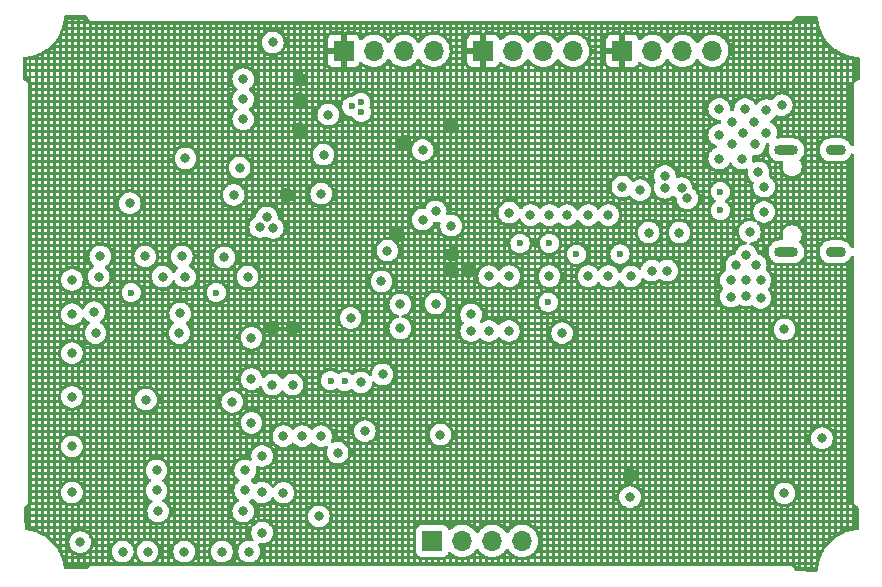
<source format=gbr>
%TF.GenerationSoftware,KiCad,Pcbnew,(6.0.4)*%
%TF.CreationDate,2023-01-30T14:26:25+01:00*%
%TF.ProjectId,Apollo - DSP,41706f6c-6c6f-4202-9d20-4453502e6b69,rev?*%
%TF.SameCoordinates,Original*%
%TF.FileFunction,Copper,L4,Bot*%
%TF.FilePolarity,Positive*%
%FSLAX46Y46*%
G04 Gerber Fmt 4.6, Leading zero omitted, Abs format (unit mm)*
G04 Created by KiCad (PCBNEW (6.0.4)) date 2023-01-30 14:26:25*
%MOMM*%
%LPD*%
G01*
G04 APERTURE LIST*
%TA.AperFunction,ComponentPad*%
%ADD10O,1.700000X0.900000*%
%TD*%
%TA.AperFunction,ComponentPad*%
%ADD11O,2.000000X0.900000*%
%TD*%
%TA.AperFunction,ComponentPad*%
%ADD12R,1.700000X1.700000*%
%TD*%
%TA.AperFunction,ComponentPad*%
%ADD13O,1.700000X1.700000*%
%TD*%
%TA.AperFunction,ViaPad*%
%ADD14C,0.800000*%
%TD*%
%TA.AperFunction,ViaPad*%
%ADD15C,0.600000*%
%TD*%
%TA.AperFunction,Conductor*%
%ADD16C,0.200000*%
%TD*%
%TA.AperFunction,Conductor*%
%ADD17C,0.254000*%
%TD*%
G04 APERTURE END LIST*
D10*
%TO.P,J1,S1,SHIELD*%
%TO.N,unconnected-(J1-PadS1)*%
X120765000Y-89480000D03*
D11*
X116595000Y-89480000D03*
D10*
X120765000Y-98120000D03*
D11*
X116595000Y-98120000D03*
%TD*%
D12*
%TO.P,J5,1,Pin_1*%
%TO.N,3.3V*%
X102700000Y-81100000D03*
D13*
%TO.P,J5,2,Pin_2*%
%TO.N,Rx*%
X105240000Y-81100000D03*
%TO.P,J5,3,Pin_3*%
%TO.N,Tx*%
X107780000Y-81100000D03*
%TO.P,J5,4,Pin_4*%
%TO.N,GND*%
X110320000Y-81100000D03*
%TD*%
D12*
%TO.P,J6,1,Pin_1*%
%TO.N,+3.3VA*%
X86600000Y-122600000D03*
D13*
%TO.P,J6,2,Pin_2*%
%TO.N,CH0_IN*%
X89140000Y-122600000D03*
%TO.P,J6,3,Pin_3*%
%TO.N,CH1_IN*%
X91680000Y-122600000D03*
%TO.P,J6,4,Pin_4*%
%TO.N,GND*%
X94220000Y-122600000D03*
%TD*%
D12*
%TO.P,J4,1,Pin_1*%
%TO.N,3.3V*%
X90920000Y-81100000D03*
D13*
%TO.P,J4,2,Pin_2*%
%TO.N,SDA*%
X93460000Y-81100000D03*
%TO.P,J4,3,Pin_3*%
%TO.N,SCL*%
X96000000Y-81100000D03*
%TO.P,J4,4,Pin_4*%
%TO.N,GND*%
X98540000Y-81100000D03*
%TD*%
D12*
%TO.P,J2,1,Pin_1*%
%TO.N,3.3V*%
X79100000Y-81100000D03*
D13*
%TO.P,J2,2,Pin_2*%
%TO.N,SWDIO*%
X81640000Y-81100000D03*
%TO.P,J2,3,Pin_3*%
%TO.N,SWCLK*%
X84180000Y-81100000D03*
%TO.P,J2,4,Pin_4*%
%TO.N,GND*%
X86720000Y-81100000D03*
%TD*%
D14*
%TO.N,GND*%
X56100000Y-110400000D03*
X116430000Y-118570000D03*
X93125000Y-100187500D03*
X114400000Y-102022500D03*
X112800000Y-90222500D03*
X114900000Y-88022500D03*
X71300000Y-112600000D03*
X85800000Y-89500000D03*
X80580000Y-109172500D03*
X65270000Y-103330000D03*
X111900000Y-100522500D03*
D15*
X79200000Y-109100000D03*
D14*
X70600000Y-86900000D03*
X112000000Y-89022500D03*
X63270000Y-118330000D03*
X65400000Y-98500000D03*
X103350000Y-118887500D03*
X61000000Y-94000000D03*
X71300000Y-108900000D03*
X62500000Y-123500000D03*
D15*
X94037500Y-97412500D03*
D14*
X56100000Y-103400000D03*
X112950000Y-88072500D03*
D15*
X111000000Y-94622500D03*
D14*
X73080000Y-109372500D03*
D15*
X96525000Y-97412500D03*
D14*
X70770000Y-118330000D03*
X113850000Y-87172500D03*
X119600000Y-113900000D03*
X110900000Y-86022500D03*
X78600000Y-115122500D03*
X107537500Y-96487500D03*
X103425000Y-100200000D03*
X116420000Y-104680000D03*
X60400000Y-123500000D03*
X98025000Y-95012500D03*
X104937500Y-96487500D03*
X71300000Y-105400000D03*
X114400000Y-100522500D03*
X57970000Y-103230000D03*
X101525000Y-95012500D03*
X116200000Y-85700000D03*
X56800000Y-122700000D03*
X99825000Y-95012500D03*
X114000000Y-99222500D03*
X113900000Y-89022500D03*
X94925000Y-95012500D03*
X110900000Y-90222500D03*
X82800000Y-98022500D03*
X56100000Y-100500000D03*
X70300000Y-91000000D03*
X77200000Y-113722500D03*
X65713864Y-90213864D03*
X62300000Y-98500000D03*
X77200000Y-93200000D03*
D15*
X80556997Y-85456997D03*
D14*
X62370000Y-110630000D03*
X65600000Y-123500000D03*
X96525000Y-100187500D03*
X111900000Y-101922500D03*
X74000000Y-113722500D03*
X114900000Y-86122500D03*
X112350000Y-99272500D03*
X56100000Y-114600000D03*
X72200000Y-118500000D03*
X72028858Y-96020245D03*
X113200000Y-98422500D03*
X68800000Y-123500000D03*
X113200000Y-101822500D03*
X70600000Y-85200000D03*
X58500000Y-98500000D03*
X71100000Y-123500000D03*
X101525000Y-100187500D03*
X93125000Y-94812500D03*
X113100000Y-86022500D03*
X72200000Y-115400000D03*
D15*
X96425000Y-102387500D03*
D14*
X99825000Y-100187500D03*
X113200000Y-100522500D03*
X56100000Y-106700000D03*
X63770000Y-100230000D03*
X74780000Y-109372500D03*
X75600000Y-113722500D03*
X69000000Y-98600000D03*
X91425000Y-100187500D03*
X110900000Y-88222500D03*
X82300000Y-100622500D03*
X96525000Y-95012500D03*
X112000000Y-87122500D03*
X72200000Y-121900000D03*
X70600000Y-83500000D03*
X70970000Y-100230000D03*
X69800000Y-93300000D03*
X88200000Y-95900000D03*
X56100000Y-118500000D03*
X77800000Y-86500000D03*
X69670000Y-110830000D03*
D15*
%TO.N,+5V*%
X102510000Y-98312500D03*
X111000000Y-93022500D03*
X98812500Y-98325000D03*
D14*
X105200000Y-99722500D03*
X106500000Y-99722500D03*
%TO.N,3.3V*%
X74300000Y-93300000D03*
X75400000Y-85200000D03*
X74780000Y-104572500D03*
X75400000Y-83500000D03*
X75350000Y-87750000D03*
X73080000Y-104572500D03*
X88300000Y-99722500D03*
X88300000Y-87500000D03*
X89700000Y-99722500D03*
X84200000Y-88800000D03*
X83700000Y-96700000D03*
X88300000Y-98322500D03*
X103350000Y-117087500D03*
%TO.N,VAA*%
X70770000Y-116630000D03*
X74000000Y-118522500D03*
X63270000Y-116630000D03*
%TO.N,+5VA*%
X80900000Y-113300000D03*
X65200000Y-105000000D03*
X58100000Y-105000000D03*
X97600000Y-105000000D03*
X87300000Y-113600000D03*
%TO.N,+3.3VA*%
X77000000Y-120522500D03*
X89900000Y-103422500D03*
X91400000Y-104822500D03*
X89900000Y-104822500D03*
X93100000Y-104822500D03*
X65670000Y-100230000D03*
X58370000Y-100230000D03*
%TO.N,NRST*%
X77400000Y-89900000D03*
X73100000Y-80400000D03*
%TO.N,USB_CONN_-*%
X114700000Y-94749500D03*
X114700000Y-92600000D03*
%TO.N,CH1_IN*%
X70600000Y-120100000D03*
%TO.N,CH0_IN*%
X63400000Y-120100000D03*
%TO.N,USB_D-*%
X106300000Y-92700000D03*
X108200000Y-93600000D03*
%TO.N,USB_D+*%
X106300000Y-91700497D03*
X107712770Y-92723527D03*
%TO.N,ADC_CH1_IN*%
X73100000Y-96100000D03*
D15*
X68332500Y-101567500D03*
%TO.N,ADC_CH0_IN*%
X61122500Y-101582500D03*
D14*
X72600000Y-95200000D03*
D15*
%TO.N,MISO*%
X78000000Y-109022500D03*
D14*
X79700000Y-103722500D03*
D15*
%TO.N,SDA*%
X79800000Y-85800000D03*
D14*
%TO.N,SD_nCS*%
X86900000Y-102500000D03*
X86900000Y-94700000D03*
D15*
%TO.N,SCL*%
X80600000Y-86300000D03*
D14*
%TO.N,Rx*%
X102700000Y-92600000D03*
%TO.N,Tx*%
X104200000Y-92900000D03*
%TO.N,/POW*%
X114225000Y-91400000D03*
X113500000Y-96422500D03*
%TO.N,RAM_nCS*%
X85800000Y-95400000D03*
X83900000Y-102569000D03*
X82400000Y-108500000D03*
X83900000Y-104600000D03*
%TD*%
D16*
%TO.N,USB_D-*%
X108200000Y-93600000D02*
X108100000Y-93500000D01*
D17*
%TO.N,Rx*%
X102700000Y-92600000D02*
X102700000Y-92424500D01*
%TO.N,Tx*%
X104200000Y-92900000D02*
X104200000Y-92773054D01*
%TD*%
%TA.AperFunction,Conductor*%
%TO.N,3.3V*%
G36*
X57277703Y-78107585D02*
G01*
X57345795Y-78127683D01*
X57392212Y-78181404D01*
X57402462Y-78217250D01*
X57405195Y-78238152D01*
X57408808Y-78246364D01*
X57408809Y-78246366D01*
X57417108Y-78265226D01*
X57422925Y-78281338D01*
X57431051Y-78309771D01*
X57444755Y-78331489D01*
X57453517Y-78347971D01*
X57463859Y-78371474D01*
X57469634Y-78378344D01*
X57482886Y-78394109D01*
X57492997Y-78407950D01*
X57500252Y-78419448D01*
X57508776Y-78432958D01*
X57515504Y-78438900D01*
X57528019Y-78449953D01*
X57541057Y-78463313D01*
X57557583Y-78482973D01*
X57565050Y-78487944D01*
X57565055Y-78487948D01*
X57582207Y-78499365D01*
X57595786Y-78509803D01*
X57617951Y-78529378D01*
X57626077Y-78533193D01*
X57626080Y-78533195D01*
X57641189Y-78540288D01*
X57657453Y-78549451D01*
X57678834Y-78563684D01*
X57707071Y-78572506D01*
X57723026Y-78578711D01*
X57749800Y-78591281D01*
X57775168Y-78595231D01*
X57793352Y-78599463D01*
X57817864Y-78607121D01*
X57848584Y-78607684D01*
X57852905Y-78607763D01*
X57856874Y-78607953D01*
X57860386Y-78608500D01*
X57891946Y-78608500D01*
X57894255Y-78608521D01*
X57954525Y-78609626D01*
X57954528Y-78609626D01*
X57963498Y-78609790D01*
X57967303Y-78608753D01*
X57971378Y-78608500D01*
X116791946Y-78608500D01*
X116794255Y-78608521D01*
X116863498Y-78609790D01*
X116895797Y-78600984D01*
X116911046Y-78597826D01*
X116944187Y-78593080D01*
X116954470Y-78588405D01*
X116964010Y-78584067D01*
X116983018Y-78577205D01*
X116995367Y-78573838D01*
X116995368Y-78573838D01*
X117004026Y-78571477D01*
X117011673Y-78566782D01*
X117011677Y-78566780D01*
X117032549Y-78553965D01*
X117046323Y-78546641D01*
X117051542Y-78544268D01*
X117076782Y-78532792D01*
X117083578Y-78526936D01*
X117083583Y-78526933D01*
X117093279Y-78518578D01*
X117109597Y-78506656D01*
X117128154Y-78495263D01*
X117139279Y-78482973D01*
X117150610Y-78470454D01*
X117161777Y-78459556D01*
X117180326Y-78443573D01*
X117187127Y-78437713D01*
X117198970Y-78419441D01*
X117211285Y-78403422D01*
X117219874Y-78393934D01*
X117219878Y-78393928D01*
X117225901Y-78387274D01*
X117240491Y-78357160D01*
X117248150Y-78343567D01*
X117261468Y-78323020D01*
X117266352Y-78315485D01*
X117272592Y-78294619D01*
X117279919Y-78275781D01*
X117285899Y-78263440D01*
X117333604Y-78210859D01*
X117399466Y-78192384D01*
X119172266Y-78194884D01*
X119240358Y-78214982D01*
X119286775Y-78268703D01*
X119297915Y-78314290D01*
X119299680Y-78347972D01*
X119305931Y-78467241D01*
X119306444Y-78470481D01*
X119306445Y-78470489D01*
X119329037Y-78613124D01*
X119363459Y-78830459D01*
X119458639Y-79185674D01*
X119459824Y-79188762D01*
X119459825Y-79188764D01*
X119509902Y-79319218D01*
X119590427Y-79528994D01*
X119591925Y-79531934D01*
X119720255Y-79783795D01*
X119757380Y-79856657D01*
X119759176Y-79859423D01*
X119759178Y-79859426D01*
X119815729Y-79946507D01*
X119957668Y-80165075D01*
X120189098Y-80450867D01*
X120449133Y-80710902D01*
X120734925Y-80942332D01*
X120805945Y-80988453D01*
X121040409Y-81140715D01*
X121043342Y-81142620D01*
X121046276Y-81144115D01*
X121046283Y-81144119D01*
X121293665Y-81270166D01*
X121371006Y-81309573D01*
X121522036Y-81367548D01*
X121696914Y-81434677D01*
X121714326Y-81441361D01*
X122069541Y-81536541D01*
X122236275Y-81562949D01*
X122429511Y-81593555D01*
X122429519Y-81593556D01*
X122432759Y-81594069D01*
X122673079Y-81606663D01*
X122740059Y-81630202D01*
X122783680Y-81686218D01*
X122792484Y-81732757D01*
X122790480Y-82674430D01*
X122788770Y-83478269D01*
X122768623Y-83546347D01*
X122714868Y-83592726D01*
X122679109Y-83602937D01*
X122670749Y-83604030D01*
X122670741Y-83604032D01*
X122661848Y-83605195D01*
X122653636Y-83608808D01*
X122653634Y-83608809D01*
X122634774Y-83617108D01*
X122618662Y-83622925D01*
X122590229Y-83631051D01*
X122568511Y-83644755D01*
X122552029Y-83653517D01*
X122528526Y-83663859D01*
X122521656Y-83669634D01*
X122505891Y-83682886D01*
X122492050Y-83692997D01*
X122474635Y-83703985D01*
X122474633Y-83703986D01*
X122467042Y-83708776D01*
X122461100Y-83715504D01*
X122450047Y-83728019D01*
X122436687Y-83741057D01*
X122417027Y-83757583D01*
X122412056Y-83765050D01*
X122412052Y-83765055D01*
X122400635Y-83782207D01*
X122390197Y-83795786D01*
X122370622Y-83817951D01*
X122366807Y-83826077D01*
X122366805Y-83826080D01*
X122359712Y-83841189D01*
X122350549Y-83857453D01*
X122336316Y-83878834D01*
X122327494Y-83907071D01*
X122321289Y-83923026D01*
X122308719Y-83949800D01*
X122306155Y-83966268D01*
X122304769Y-83975168D01*
X122300537Y-83993352D01*
X122292879Y-84017864D01*
X122292487Y-84039254D01*
X122292237Y-84052905D01*
X122292047Y-84056874D01*
X122291500Y-84060386D01*
X122291500Y-84091946D01*
X122291479Y-84094255D01*
X122290210Y-84163498D01*
X122291247Y-84167303D01*
X122291500Y-84171378D01*
X122291500Y-89058483D01*
X122271498Y-89126604D01*
X122217842Y-89173097D01*
X122147568Y-89183201D01*
X122082988Y-89153707D01*
X122047250Y-89101991D01*
X122033140Y-89063641D01*
X122033139Y-89063639D01*
X122030937Y-89057654D01*
X121928326Y-88892160D01*
X121861161Y-88821134D01*
X121798919Y-88755315D01*
X121794534Y-88750678D01*
X121760656Y-88726956D01*
X121640259Y-88642654D01*
X121635025Y-88638989D01*
X121566235Y-88609221D01*
X121462175Y-88564190D01*
X121462171Y-88564189D01*
X121456316Y-88561655D01*
X121450069Y-88560350D01*
X121450066Y-88560349D01*
X121338894Y-88537124D01*
X121970676Y-88537124D01*
X121985007Y-88549493D01*
X121989717Y-88553771D01*
X121991576Y-88555547D01*
X121996087Y-88560080D01*
X122014100Y-88579128D01*
X122014100Y-88537124D01*
X121970676Y-88537124D01*
X121338894Y-88537124D01*
X121270443Y-88522824D01*
X121270438Y-88522823D01*
X121265707Y-88521835D01*
X121259315Y-88521500D01*
X120316337Y-88521500D01*
X120247049Y-88528538D01*
X120177622Y-88535590D01*
X120177621Y-88535590D01*
X120171273Y-88536235D01*
X120128966Y-88549493D01*
X119991549Y-88592556D01*
X119991544Y-88592558D01*
X119985459Y-88594465D01*
X119914334Y-88633891D01*
X119820729Y-88685777D01*
X119820726Y-88685779D01*
X119815150Y-88688870D01*
X119810309Y-88693019D01*
X119810305Y-88693022D01*
X119693515Y-88793124D01*
X119667302Y-88815591D01*
X119663391Y-88820633D01*
X119663390Y-88820634D01*
X119607909Y-88892160D01*
X119547954Y-88969453D01*
X119545138Y-88975176D01*
X119545136Y-88975179D01*
X119479346Y-89108882D01*
X119461982Y-89144171D01*
X119460373Y-89150349D01*
X119460372Y-89150351D01*
X119417745Y-89314000D01*
X119412898Y-89332607D01*
X119402707Y-89527064D01*
X119421422Y-89650813D01*
X119429068Y-89701366D01*
X119431825Y-89719599D01*
X119434028Y-89725585D01*
X119434029Y-89725591D01*
X119496860Y-89896360D01*
X119496862Y-89896365D01*
X119499063Y-89902346D01*
X119550200Y-89984821D01*
X119582518Y-90036944D01*
X119601674Y-90067840D01*
X119606055Y-90072473D01*
X119606056Y-90072474D01*
X119703623Y-90175649D01*
X119735466Y-90209322D01*
X119740696Y-90212984D01*
X119740697Y-90212985D01*
X119796017Y-90251720D01*
X119894975Y-90321011D01*
X119900838Y-90323548D01*
X120067825Y-90395810D01*
X120067829Y-90395811D01*
X120073684Y-90398345D01*
X120079931Y-90399650D01*
X120079934Y-90399651D01*
X120259557Y-90437176D01*
X120259562Y-90437177D01*
X120264293Y-90438165D01*
X120270685Y-90438500D01*
X121213663Y-90438500D01*
X121285275Y-90431226D01*
X121352378Y-90424410D01*
X121352379Y-90424410D01*
X121358727Y-90423765D01*
X121439843Y-90398345D01*
X121538451Y-90367444D01*
X121538456Y-90367442D01*
X121544541Y-90365535D01*
X121641082Y-90312021D01*
X121709271Y-90274223D01*
X121709274Y-90274221D01*
X121714850Y-90271130D01*
X121719691Y-90266981D01*
X121719695Y-90266978D01*
X121857855Y-90148560D01*
X121862698Y-90144409D01*
X121872940Y-90131206D01*
X121978131Y-89995594D01*
X121982046Y-89990547D01*
X122052446Y-89847476D01*
X122100468Y-89795186D01*
X122169138Y-89777160D01*
X122236653Y-89799120D01*
X122281577Y-89854096D01*
X122291500Y-89903107D01*
X122291500Y-97698483D01*
X122271498Y-97766604D01*
X122217842Y-97813097D01*
X122147568Y-97823201D01*
X122082988Y-97793707D01*
X122047250Y-97741991D01*
X122033140Y-97703641D01*
X122033139Y-97703639D01*
X122030937Y-97697654D01*
X121965746Y-97592512D01*
X121931688Y-97537582D01*
X121931687Y-97537581D01*
X121928326Y-97532160D01*
X121912451Y-97515372D01*
X121798919Y-97395315D01*
X121794534Y-97390678D01*
X121786567Y-97385099D01*
X121684376Y-97313545D01*
X121635025Y-97278989D01*
X121566235Y-97249221D01*
X121462175Y-97204190D01*
X121462171Y-97204189D01*
X121456316Y-97201655D01*
X121450069Y-97200350D01*
X121450066Y-97200349D01*
X121401121Y-97190124D01*
X121985702Y-97190124D01*
X121989717Y-97193771D01*
X121991576Y-97195547D01*
X121996087Y-97200080D01*
X122014100Y-97219128D01*
X122014100Y-97190124D01*
X121985702Y-97190124D01*
X121401121Y-97190124D01*
X121270443Y-97162824D01*
X121270438Y-97162823D01*
X121265707Y-97161835D01*
X121259315Y-97161500D01*
X120316337Y-97161500D01*
X120268432Y-97166366D01*
X120177622Y-97175590D01*
X120177621Y-97175590D01*
X120171273Y-97176235D01*
X120126953Y-97190124D01*
X119991549Y-97232556D01*
X119991544Y-97232558D01*
X119985459Y-97234465D01*
X119918683Y-97271480D01*
X119820729Y-97325777D01*
X119820726Y-97325779D01*
X119815150Y-97328870D01*
X119810309Y-97333019D01*
X119810305Y-97333022D01*
X119681887Y-97443090D01*
X119667302Y-97455591D01*
X119663391Y-97460633D01*
X119663390Y-97460634D01*
X119605517Y-97535243D01*
X119547954Y-97609453D01*
X119545138Y-97615176D01*
X119545136Y-97615179D01*
X119472833Y-97762119D01*
X119461982Y-97784171D01*
X119460373Y-97790349D01*
X119460372Y-97790351D01*
X119421303Y-97940341D01*
X119412898Y-97972607D01*
X119408793Y-98050944D01*
X119403307Y-98155624D01*
X119402707Y-98167064D01*
X119422984Y-98301140D01*
X119427515Y-98331097D01*
X119431825Y-98359599D01*
X119434028Y-98365585D01*
X119434029Y-98365591D01*
X119496860Y-98536360D01*
X119496862Y-98536365D01*
X119499063Y-98542346D01*
X119530740Y-98593435D01*
X119594461Y-98696206D01*
X119601674Y-98707840D01*
X119606055Y-98712473D01*
X119606056Y-98712474D01*
X119713873Y-98826488D01*
X119735466Y-98849322D01*
X119740696Y-98852984D01*
X119740697Y-98852985D01*
X119788970Y-98886786D01*
X119894975Y-98961011D01*
X119922967Y-98973124D01*
X120067825Y-99035810D01*
X120067829Y-99035811D01*
X120073684Y-99038345D01*
X120079931Y-99039650D01*
X120079934Y-99039651D01*
X120259557Y-99077176D01*
X120259562Y-99077177D01*
X120264293Y-99078165D01*
X120270685Y-99078500D01*
X121213663Y-99078500D01*
X121282951Y-99071462D01*
X121352378Y-99064410D01*
X121352379Y-99064410D01*
X121358727Y-99063765D01*
X121428652Y-99041852D01*
X121538451Y-99007444D01*
X121538456Y-99007442D01*
X121544541Y-99005535D01*
X121664893Y-98938822D01*
X121709271Y-98914223D01*
X121709274Y-98914221D01*
X121714850Y-98911130D01*
X121719691Y-98906981D01*
X121719695Y-98906978D01*
X121857855Y-98788560D01*
X121862698Y-98784409D01*
X121868939Y-98776364D01*
X121937955Y-98687389D01*
X121982046Y-98630547D01*
X122000210Y-98593634D01*
X122038982Y-98514838D01*
X122052446Y-98487476D01*
X122100468Y-98435186D01*
X122169138Y-98417160D01*
X122236653Y-98439120D01*
X122281577Y-98494096D01*
X122291500Y-98543107D01*
X122291500Y-119191377D01*
X122291498Y-119192147D01*
X122291024Y-119269721D01*
X122296024Y-119287216D01*
X122299150Y-119298153D01*
X122302728Y-119314915D01*
X122306920Y-119344187D01*
X122310634Y-119352355D01*
X122310634Y-119352356D01*
X122317548Y-119367562D01*
X122323996Y-119385086D01*
X122331051Y-119409771D01*
X122335843Y-119417365D01*
X122335844Y-119417368D01*
X122346830Y-119434780D01*
X122354969Y-119449863D01*
X122367208Y-119476782D01*
X122373069Y-119483584D01*
X122383970Y-119496235D01*
X122395073Y-119511239D01*
X122408776Y-119532958D01*
X122415501Y-119538897D01*
X122415504Y-119538901D01*
X122430938Y-119552532D01*
X122442982Y-119564724D01*
X122456427Y-119580327D01*
X122456430Y-119580329D01*
X122462287Y-119587127D01*
X122469816Y-119592007D01*
X122469817Y-119592008D01*
X122483835Y-119601094D01*
X122498709Y-119612385D01*
X122505372Y-119618269D01*
X122517951Y-119629378D01*
X122544711Y-119641942D01*
X122559691Y-119650263D01*
X122576983Y-119661471D01*
X122576988Y-119661473D01*
X122584515Y-119666352D01*
X122593108Y-119668922D01*
X122593113Y-119668924D01*
X122609120Y-119673711D01*
X122626565Y-119680373D01*
X122639036Y-119686228D01*
X122692198Y-119733284D01*
X122711488Y-119800551D01*
X122707799Y-121534729D01*
X122707719Y-121572220D01*
X122687572Y-121640298D01*
X122633817Y-121686677D01*
X122588314Y-121697779D01*
X122432759Y-121705931D01*
X122429519Y-121706444D01*
X122429511Y-121706445D01*
X122263746Y-121732700D01*
X122069541Y-121763459D01*
X121714326Y-121858639D01*
X121711238Y-121859824D01*
X121711236Y-121859825D01*
X121663566Y-121878124D01*
X121371006Y-121990427D01*
X121368066Y-121991925D01*
X121046284Y-122155881D01*
X121046277Y-122155885D01*
X121043343Y-122157380D01*
X121040577Y-122159176D01*
X121040574Y-122159178D01*
X120858714Y-122277279D01*
X120734925Y-122357668D01*
X120449133Y-122589098D01*
X120189098Y-122849133D01*
X119957668Y-123134925D01*
X119955866Y-123137700D01*
X119782200Y-123405124D01*
X119757380Y-123443343D01*
X119755885Y-123446277D01*
X119755881Y-123446284D01*
X119608501Y-123735533D01*
X119590427Y-123771006D01*
X119535489Y-123914124D01*
X119502636Y-123999711D01*
X119458639Y-124114326D01*
X119363459Y-124469541D01*
X119332888Y-124662558D01*
X119308423Y-124817027D01*
X119305931Y-124832759D01*
X119297399Y-124995570D01*
X119293467Y-125070587D01*
X119269928Y-125137568D01*
X119213912Y-125181189D01*
X119167283Y-125189992D01*
X117421155Y-125185045D01*
X117353091Y-125164851D01*
X117306751Y-125111063D01*
X117296576Y-125075385D01*
X117295970Y-125070749D01*
X117295968Y-125070741D01*
X117294805Y-125061848D01*
X117282892Y-125034774D01*
X117277075Y-125018662D01*
X117268949Y-124990229D01*
X117255245Y-124968511D01*
X117246482Y-124952028D01*
X117239756Y-124936742D01*
X117236141Y-124928526D01*
X117217114Y-124905891D01*
X117207003Y-124892050D01*
X117196015Y-124874635D01*
X117196014Y-124874633D01*
X117191224Y-124867042D01*
X117171981Y-124850047D01*
X117158943Y-124836687D01*
X117142417Y-124817027D01*
X117134950Y-124812056D01*
X117134945Y-124812052D01*
X117117793Y-124800635D01*
X117104214Y-124790197D01*
X117096838Y-124783682D01*
X118846490Y-124783682D01*
X119032762Y-124784210D01*
X119049882Y-124676124D01*
X118846490Y-124676124D01*
X118846490Y-124783682D01*
X117096838Y-124783682D01*
X117095205Y-124782240D01*
X118337490Y-124782240D01*
X118593490Y-124782966D01*
X118593490Y-124676124D01*
X118337490Y-124676124D01*
X118337490Y-124782240D01*
X117095205Y-124782240D01*
X117093573Y-124780799D01*
X117828490Y-124780799D01*
X118084490Y-124781524D01*
X118084490Y-124676124D01*
X117828490Y-124676124D01*
X117828490Y-124780799D01*
X117093573Y-124780799D01*
X117082049Y-124770622D01*
X117073923Y-124766807D01*
X117073920Y-124766805D01*
X117058811Y-124759712D01*
X117042547Y-124750549D01*
X117021166Y-124736316D01*
X116992929Y-124727494D01*
X116976974Y-124721289D01*
X116950200Y-124708719D01*
X116924832Y-124704769D01*
X116906648Y-124700537D01*
X116882136Y-124692879D01*
X116851416Y-124692316D01*
X116847095Y-124692237D01*
X116843126Y-124692047D01*
X116839614Y-124691500D01*
X116808054Y-124691500D01*
X116805745Y-124691479D01*
X116745475Y-124690374D01*
X116745472Y-124690374D01*
X116736502Y-124690210D01*
X116732697Y-124691247D01*
X116728622Y-124691500D01*
X57908623Y-124691500D01*
X57907853Y-124691498D01*
X57907037Y-124691493D01*
X57830279Y-124691024D01*
X57807918Y-124697415D01*
X57801847Y-124699150D01*
X57785085Y-124702728D01*
X57755813Y-124706920D01*
X57747645Y-124710634D01*
X57747644Y-124710634D01*
X57732438Y-124717548D01*
X57714914Y-124723996D01*
X57690229Y-124731051D01*
X57682635Y-124735843D01*
X57682632Y-124735844D01*
X57665220Y-124746830D01*
X57650137Y-124754969D01*
X57623218Y-124767208D01*
X57616416Y-124773069D01*
X57603765Y-124783970D01*
X57588761Y-124795073D01*
X57567042Y-124808776D01*
X57561103Y-124815501D01*
X57561099Y-124815504D01*
X57547468Y-124830938D01*
X57535276Y-124842982D01*
X57519673Y-124856427D01*
X57519671Y-124856430D01*
X57512873Y-124862287D01*
X57507993Y-124869816D01*
X57507992Y-124869817D01*
X57498906Y-124883835D01*
X57487615Y-124898709D01*
X57476569Y-124911217D01*
X57470622Y-124917951D01*
X57466806Y-124926078D01*
X57466805Y-124926080D01*
X57459139Y-124942408D01*
X57412082Y-124995570D01*
X57344728Y-125014857D01*
X56817294Y-125013363D01*
X55522552Y-125009695D01*
X55454490Y-124989502D01*
X55408150Y-124935714D01*
X55397084Y-124890291D01*
X55396746Y-124883835D01*
X55394069Y-124832759D01*
X55391578Y-124817027D01*
X55369261Y-124676124D01*
X117391332Y-124676124D01*
X117413084Y-124701683D01*
X117418629Y-124708687D01*
X117420768Y-124711595D01*
X117425832Y-124719020D01*
X117436106Y-124735304D01*
X117448484Y-124750029D01*
X117454003Y-124757089D01*
X117456124Y-124760011D01*
X117461126Y-124767445D01*
X117468803Y-124779779D01*
X117575490Y-124780082D01*
X117575490Y-124676124D01*
X117391332Y-124676124D01*
X55369261Y-124676124D01*
X55367112Y-124662558D01*
X55336541Y-124469541D01*
X55324104Y-124423124D01*
X55730490Y-124423124D01*
X55986490Y-124423124D01*
X56239490Y-124423124D01*
X56495490Y-124423124D01*
X56748490Y-124423124D01*
X57004490Y-124423124D01*
X57257490Y-124423124D01*
X57513490Y-124423124D01*
X57513490Y-124421370D01*
X57766490Y-124421370D01*
X57775104Y-124419876D01*
X57810499Y-124415027D01*
X57819400Y-124414128D01*
X57823003Y-124413893D01*
X57831974Y-124413628D01*
X57909221Y-124414100D01*
X58022490Y-124414100D01*
X58275490Y-124414100D01*
X58531490Y-124414100D01*
X58784490Y-124414100D01*
X59040490Y-124414100D01*
X59293490Y-124414100D01*
X59549490Y-124414100D01*
X61329490Y-124414100D01*
X61585490Y-124414100D01*
X63365490Y-124414100D01*
X63621490Y-124414100D01*
X63874490Y-124414100D01*
X64130490Y-124414100D01*
X64383490Y-124414100D01*
X64639490Y-124414100D01*
X66419490Y-124414100D01*
X66675490Y-124414100D01*
X66928490Y-124414100D01*
X67184490Y-124414100D01*
X67437490Y-124414100D01*
X67693490Y-124414100D01*
X67693490Y-124324379D01*
X67946490Y-124324379D01*
X67946490Y-124414100D01*
X68040578Y-124414100D01*
X69559422Y-124414100D01*
X69729490Y-124414100D01*
X69982490Y-124414100D01*
X70238490Y-124414100D01*
X72018490Y-124414100D01*
X72274490Y-124414100D01*
X72527490Y-124414100D01*
X72783490Y-124414100D01*
X73036490Y-124414100D01*
X73292490Y-124414100D01*
X73545490Y-124414100D01*
X73801490Y-124414100D01*
X74054490Y-124414100D01*
X74310490Y-124414100D01*
X74563490Y-124414100D01*
X74819490Y-124414100D01*
X75072490Y-124414100D01*
X75328490Y-124414100D01*
X75581490Y-124414100D01*
X75837490Y-124414100D01*
X76090490Y-124414100D01*
X76346490Y-124414100D01*
X76599490Y-124414100D01*
X76855490Y-124414100D01*
X77108490Y-124414100D01*
X77364490Y-124414100D01*
X77617490Y-124414100D01*
X77873490Y-124414100D01*
X78126490Y-124414100D01*
X78382490Y-124414100D01*
X78635490Y-124414100D01*
X78891490Y-124414100D01*
X79144490Y-124414100D01*
X79400490Y-124414100D01*
X79653490Y-124414100D01*
X79909490Y-124414100D01*
X80162490Y-124414100D01*
X80418490Y-124414100D01*
X80671490Y-124414100D01*
X80927490Y-124414100D01*
X81180490Y-124414100D01*
X81436490Y-124414100D01*
X81689490Y-124414100D01*
X81945490Y-124414100D01*
X82198490Y-124414100D01*
X82454490Y-124414100D01*
X82707490Y-124414100D01*
X82963490Y-124414100D01*
X83216490Y-124414100D01*
X83472490Y-124414100D01*
X83725490Y-124414100D01*
X83981490Y-124414100D01*
X84234490Y-124414100D01*
X84490490Y-124414100D01*
X84743490Y-124414100D01*
X84999490Y-124414100D01*
X85252490Y-124414100D01*
X85508490Y-124414100D01*
X85761490Y-124414100D01*
X86017490Y-124414100D01*
X86270490Y-124414100D01*
X86526490Y-124414100D01*
X86779490Y-124414100D01*
X87035490Y-124414100D01*
X87288490Y-124414100D01*
X87544490Y-124414100D01*
X87797490Y-124414100D01*
X88053490Y-124414100D01*
X88306490Y-124414100D01*
X88562490Y-124414100D01*
X88562490Y-124203465D01*
X88815490Y-124203465D01*
X88815490Y-124414100D01*
X89071490Y-124414100D01*
X89324490Y-124414100D01*
X89580490Y-124414100D01*
X89833490Y-124414100D01*
X90089490Y-124414100D01*
X90342490Y-124414100D01*
X90598490Y-124414100D01*
X90851490Y-124414100D01*
X91107490Y-124414100D01*
X91107490Y-124204482D01*
X91360490Y-124204482D01*
X91360490Y-124414100D01*
X91616490Y-124414100D01*
X91869490Y-124414100D01*
X92125490Y-124414100D01*
X92378490Y-124414100D01*
X92634490Y-124414100D01*
X92887490Y-124414100D01*
X93143490Y-124414100D01*
X93396490Y-124414100D01*
X93652490Y-124414100D01*
X93652490Y-124205499D01*
X93905490Y-124205499D01*
X93905490Y-124414100D01*
X94161490Y-124414100D01*
X94414490Y-124414100D01*
X94670490Y-124414100D01*
X94923490Y-124414100D01*
X95179490Y-124414100D01*
X95432490Y-124414100D01*
X95688490Y-124414100D01*
X95941490Y-124414100D01*
X96197490Y-124414100D01*
X96450490Y-124414100D01*
X96706490Y-124414100D01*
X96959490Y-124414100D01*
X97215490Y-124414100D01*
X97468490Y-124414100D01*
X97724490Y-124414100D01*
X97977490Y-124414100D01*
X98233490Y-124414100D01*
X98486490Y-124414100D01*
X98742490Y-124414100D01*
X98995490Y-124414100D01*
X99251490Y-124414100D01*
X99504490Y-124414100D01*
X99760490Y-124414100D01*
X100013490Y-124414100D01*
X100269490Y-124414100D01*
X100522490Y-124414100D01*
X100778490Y-124414100D01*
X101031490Y-124414100D01*
X101287490Y-124414100D01*
X101540490Y-124414100D01*
X101796490Y-124414100D01*
X102049490Y-124414100D01*
X102305490Y-124414100D01*
X102558490Y-124414100D01*
X102814490Y-124414100D01*
X103067490Y-124414100D01*
X103323490Y-124414100D01*
X103576490Y-124414100D01*
X103832490Y-124414100D01*
X104085490Y-124414100D01*
X104341490Y-124414100D01*
X104594490Y-124414100D01*
X104850490Y-124414100D01*
X105103490Y-124414100D01*
X105359490Y-124414100D01*
X105612490Y-124414100D01*
X105868490Y-124414100D01*
X106121490Y-124414100D01*
X106377490Y-124414100D01*
X106630490Y-124414100D01*
X106886490Y-124414100D01*
X107139490Y-124414100D01*
X107395490Y-124414100D01*
X107648490Y-124414100D01*
X107904490Y-124414100D01*
X108157490Y-124414100D01*
X108413490Y-124414100D01*
X108666490Y-124414100D01*
X108922490Y-124414100D01*
X109175490Y-124414100D01*
X109431490Y-124414100D01*
X109684490Y-124414100D01*
X109940490Y-124414100D01*
X110193490Y-124414100D01*
X110449490Y-124414100D01*
X110702490Y-124414100D01*
X110958490Y-124414100D01*
X111211490Y-124414100D01*
X111467490Y-124414100D01*
X111720490Y-124414100D01*
X111976490Y-124414100D01*
X112229490Y-124414100D01*
X112485490Y-124414100D01*
X112738490Y-124414100D01*
X112994490Y-124414100D01*
X113247490Y-124414100D01*
X113503490Y-124414100D01*
X113756490Y-124414100D01*
X114012490Y-124414100D01*
X114265490Y-124414100D01*
X114521490Y-124414100D01*
X114774490Y-124414100D01*
X115030490Y-124414100D01*
X115283490Y-124414100D01*
X115539490Y-124414100D01*
X115792490Y-124414100D01*
X116048490Y-124414100D01*
X116301490Y-124414100D01*
X116557490Y-124414100D01*
X116810490Y-124414100D01*
X116839614Y-124414100D01*
X116844494Y-124414195D01*
X116846455Y-124414271D01*
X116851308Y-124414552D01*
X116856641Y-124414965D01*
X116887216Y-124415525D01*
X116896181Y-124416009D01*
X116899777Y-124416332D01*
X116908651Y-124417448D01*
X116943695Y-124423124D01*
X117066490Y-124423124D01*
X117319490Y-124423124D01*
X117575490Y-124423124D01*
X117828490Y-124423124D01*
X118084490Y-124423124D01*
X118337490Y-124423124D01*
X118593490Y-124423124D01*
X118846490Y-124423124D01*
X119089993Y-124423124D01*
X119090026Y-124422934D01*
X119090268Y-124421626D01*
X119090918Y-124418352D01*
X119093660Y-124405452D01*
X119094379Y-124402273D01*
X119094689Y-124400980D01*
X119095510Y-124397745D01*
X119102490Y-124371696D01*
X119102490Y-124167124D01*
X118846490Y-124167124D01*
X118846490Y-124423124D01*
X118593490Y-124423124D01*
X118593490Y-124167124D01*
X118337490Y-124167124D01*
X118337490Y-124423124D01*
X118084490Y-124423124D01*
X118084490Y-124167124D01*
X117828490Y-124167124D01*
X117828490Y-124423124D01*
X117575490Y-124423124D01*
X117575490Y-124167124D01*
X117319490Y-124167124D01*
X117319490Y-124423124D01*
X117066490Y-124423124D01*
X117066490Y-124167124D01*
X116810490Y-124167124D01*
X116810490Y-124414100D01*
X116557490Y-124414100D01*
X116557490Y-124167124D01*
X116301490Y-124167124D01*
X116301490Y-124414100D01*
X116048490Y-124414100D01*
X116048490Y-124167124D01*
X115792490Y-124167124D01*
X115792490Y-124414100D01*
X115539490Y-124414100D01*
X115539490Y-124167124D01*
X115283490Y-124167124D01*
X115283490Y-124414100D01*
X115030490Y-124414100D01*
X115030490Y-124167124D01*
X114774490Y-124167124D01*
X114774490Y-124414100D01*
X114521490Y-124414100D01*
X114521490Y-124167124D01*
X114265490Y-124167124D01*
X114265490Y-124414100D01*
X114012490Y-124414100D01*
X114012490Y-124167124D01*
X113756490Y-124167124D01*
X113756490Y-124414100D01*
X113503490Y-124414100D01*
X113503490Y-124167124D01*
X113247490Y-124167124D01*
X113247490Y-124414100D01*
X112994490Y-124414100D01*
X112994490Y-124167124D01*
X112738490Y-124167124D01*
X112738490Y-124414100D01*
X112485490Y-124414100D01*
X112485490Y-124167124D01*
X112229490Y-124167124D01*
X112229490Y-124414100D01*
X111976490Y-124414100D01*
X111976490Y-124167124D01*
X111720490Y-124167124D01*
X111720490Y-124414100D01*
X111467490Y-124414100D01*
X111467490Y-124167124D01*
X111211490Y-124167124D01*
X111211490Y-124414100D01*
X110958490Y-124414100D01*
X110958490Y-124167124D01*
X110702490Y-124167124D01*
X110702490Y-124414100D01*
X110449490Y-124414100D01*
X110449490Y-124167124D01*
X110193490Y-124167124D01*
X110193490Y-124414100D01*
X109940490Y-124414100D01*
X109940490Y-124167124D01*
X109684490Y-124167124D01*
X109684490Y-124414100D01*
X109431490Y-124414100D01*
X109431490Y-124167124D01*
X109175490Y-124167124D01*
X109175490Y-124414100D01*
X108922490Y-124414100D01*
X108922490Y-124167124D01*
X108666490Y-124167124D01*
X108666490Y-124414100D01*
X108413490Y-124414100D01*
X108413490Y-124167124D01*
X108157490Y-124167124D01*
X108157490Y-124414100D01*
X107904490Y-124414100D01*
X107904490Y-124167124D01*
X107648490Y-124167124D01*
X107648490Y-124414100D01*
X107395490Y-124414100D01*
X107395490Y-124167124D01*
X107139490Y-124167124D01*
X107139490Y-124414100D01*
X106886490Y-124414100D01*
X106886490Y-124167124D01*
X106630490Y-124167124D01*
X106630490Y-124414100D01*
X106377490Y-124414100D01*
X106377490Y-124167124D01*
X106121490Y-124167124D01*
X106121490Y-124414100D01*
X105868490Y-124414100D01*
X105868490Y-124167124D01*
X105612490Y-124167124D01*
X105612490Y-124414100D01*
X105359490Y-124414100D01*
X105359490Y-124167124D01*
X105103490Y-124167124D01*
X105103490Y-124414100D01*
X104850490Y-124414100D01*
X104850490Y-124167124D01*
X104594490Y-124167124D01*
X104594490Y-124414100D01*
X104341490Y-124414100D01*
X104341490Y-124167124D01*
X104085490Y-124167124D01*
X104085490Y-124414100D01*
X103832490Y-124414100D01*
X103832490Y-124167124D01*
X103576490Y-124167124D01*
X103576490Y-124414100D01*
X103323490Y-124414100D01*
X103323490Y-124167124D01*
X103067490Y-124167124D01*
X103067490Y-124414100D01*
X102814490Y-124414100D01*
X102814490Y-124167124D01*
X102558490Y-124167124D01*
X102558490Y-124414100D01*
X102305490Y-124414100D01*
X102305490Y-124167124D01*
X102049490Y-124167124D01*
X102049490Y-124414100D01*
X101796490Y-124414100D01*
X101796490Y-124167124D01*
X101540490Y-124167124D01*
X101540490Y-124414100D01*
X101287490Y-124414100D01*
X101287490Y-124167124D01*
X101031490Y-124167124D01*
X101031490Y-124414100D01*
X100778490Y-124414100D01*
X100778490Y-124167124D01*
X100522490Y-124167124D01*
X100522490Y-124414100D01*
X100269490Y-124414100D01*
X100269490Y-124167124D01*
X100013490Y-124167124D01*
X100013490Y-124414100D01*
X99760490Y-124414100D01*
X99760490Y-124167124D01*
X99504490Y-124167124D01*
X99504490Y-124414100D01*
X99251490Y-124414100D01*
X99251490Y-124167124D01*
X98995490Y-124167124D01*
X98995490Y-124414100D01*
X98742490Y-124414100D01*
X98742490Y-124167124D01*
X98486490Y-124167124D01*
X98486490Y-124414100D01*
X98233490Y-124414100D01*
X98233490Y-124167124D01*
X97977490Y-124167124D01*
X97977490Y-124414100D01*
X97724490Y-124414100D01*
X97724490Y-124167124D01*
X97468490Y-124167124D01*
X97468490Y-124414100D01*
X97215490Y-124414100D01*
X97215490Y-124167124D01*
X96959490Y-124167124D01*
X96959490Y-124414100D01*
X96706490Y-124414100D01*
X96706490Y-124167124D01*
X96450490Y-124167124D01*
X96450490Y-124414100D01*
X96197490Y-124414100D01*
X96197490Y-124167124D01*
X95941490Y-124167124D01*
X95941490Y-124414100D01*
X95688490Y-124414100D01*
X95688490Y-124167124D01*
X95432490Y-124167124D01*
X95432490Y-124414100D01*
X95179490Y-124414100D01*
X95179490Y-124167124D01*
X94923490Y-124167124D01*
X94923490Y-124414100D01*
X94670490Y-124414100D01*
X94670490Y-124172860D01*
X94583131Y-124199069D01*
X94578137Y-124200456D01*
X94576119Y-124200972D01*
X94571101Y-124202146D01*
X94550903Y-124206439D01*
X94545813Y-124207412D01*
X94543759Y-124207761D01*
X94538663Y-124208520D01*
X94414490Y-124224427D01*
X94414490Y-124414100D01*
X94161490Y-124414100D01*
X94161490Y-124234926D01*
X94048432Y-124230780D01*
X94043251Y-124230483D01*
X94041174Y-124230321D01*
X94036053Y-124229817D01*
X94015549Y-124227372D01*
X94010441Y-124226656D01*
X94008385Y-124226325D01*
X94003291Y-124225397D01*
X93905490Y-124205499D01*
X93652490Y-124205499D01*
X93652490Y-124167124D01*
X93396490Y-124167124D01*
X93396490Y-124414100D01*
X93143490Y-124414100D01*
X93143490Y-124167124D01*
X92887490Y-124167124D01*
X92887490Y-124414100D01*
X92634490Y-124414100D01*
X92634490Y-124167124D01*
X92378490Y-124167124D01*
X92378490Y-124414100D01*
X92125490Y-124414100D01*
X92125490Y-124174360D01*
X92043131Y-124199069D01*
X92038137Y-124200456D01*
X92036119Y-124200972D01*
X92031101Y-124202146D01*
X92010903Y-124206439D01*
X92005813Y-124207412D01*
X92003759Y-124207761D01*
X91998663Y-124208520D01*
X91869490Y-124225067D01*
X91869490Y-124414100D01*
X91616490Y-124414100D01*
X91616490Y-124234742D01*
X91508432Y-124230780D01*
X91503251Y-124230483D01*
X91501174Y-124230321D01*
X91496053Y-124229817D01*
X91475549Y-124227372D01*
X91470441Y-124226656D01*
X91468385Y-124226325D01*
X91463291Y-124225397D01*
X91360490Y-124204482D01*
X91107490Y-124204482D01*
X91107490Y-124167124D01*
X90851490Y-124167124D01*
X90851490Y-124414100D01*
X90598490Y-124414100D01*
X90598490Y-124167124D01*
X90342490Y-124167124D01*
X90342490Y-124414100D01*
X90089490Y-124414100D01*
X90089490Y-124167124D01*
X89833490Y-124167124D01*
X89833490Y-124414100D01*
X89580490Y-124414100D01*
X89580490Y-124175860D01*
X89503131Y-124199069D01*
X89498137Y-124200456D01*
X89496119Y-124200972D01*
X89491101Y-124202146D01*
X89470903Y-124206439D01*
X89465813Y-124207412D01*
X89463759Y-124207761D01*
X89458663Y-124208520D01*
X89324490Y-124225708D01*
X89324490Y-124414100D01*
X89071490Y-124414100D01*
X89071490Y-124234559D01*
X88968432Y-124230780D01*
X88963251Y-124230483D01*
X88961174Y-124230321D01*
X88956053Y-124229817D01*
X88935549Y-124227372D01*
X88930441Y-124226656D01*
X88928385Y-124226325D01*
X88923291Y-124225397D01*
X88815490Y-124203465D01*
X88562490Y-124203465D01*
X88562490Y-124167124D01*
X88306490Y-124167124D01*
X88306490Y-124414100D01*
X88053490Y-124414100D01*
X88053490Y-124167124D01*
X87797490Y-124167124D01*
X87797490Y-124414100D01*
X87544490Y-124414100D01*
X87544490Y-124232496D01*
X87528093Y-124234277D01*
X87524759Y-124234594D01*
X87523390Y-124234706D01*
X87519930Y-124234942D01*
X87506322Y-124235679D01*
X87502900Y-124235817D01*
X87501526Y-124235854D01*
X87498134Y-124235900D01*
X87288490Y-124235900D01*
X87288490Y-124414100D01*
X87035490Y-124414100D01*
X87035490Y-124235900D01*
X86779490Y-124235900D01*
X86779490Y-124414100D01*
X86526490Y-124414100D01*
X86526490Y-124235900D01*
X86270490Y-124235900D01*
X86270490Y-124414100D01*
X86017490Y-124414100D01*
X86017490Y-124235900D01*
X85761490Y-124235900D01*
X85761490Y-124414100D01*
X85508490Y-124414100D01*
X85508490Y-124198815D01*
X85423954Y-124167124D01*
X85252490Y-124167124D01*
X85252490Y-124414100D01*
X84999490Y-124414100D01*
X84999490Y-124167124D01*
X84743490Y-124167124D01*
X84743490Y-124414100D01*
X84490490Y-124414100D01*
X84490490Y-124167124D01*
X84234490Y-124167124D01*
X84234490Y-124414100D01*
X83981490Y-124414100D01*
X83981490Y-124167124D01*
X83725490Y-124167124D01*
X83725490Y-124414100D01*
X83472490Y-124414100D01*
X83472490Y-124167124D01*
X83216490Y-124167124D01*
X83216490Y-124414100D01*
X82963490Y-124414100D01*
X82963490Y-124167124D01*
X82707490Y-124167124D01*
X82707490Y-124414100D01*
X82454490Y-124414100D01*
X82454490Y-124167124D01*
X82198490Y-124167124D01*
X82198490Y-124414100D01*
X81945490Y-124414100D01*
X81945490Y-124167124D01*
X81689490Y-124167124D01*
X81689490Y-124414100D01*
X81436490Y-124414100D01*
X81436490Y-124167124D01*
X81180490Y-124167124D01*
X81180490Y-124414100D01*
X80927490Y-124414100D01*
X80927490Y-124167124D01*
X80671490Y-124167124D01*
X80671490Y-124414100D01*
X80418490Y-124414100D01*
X80418490Y-124167124D01*
X80162490Y-124167124D01*
X80162490Y-124414100D01*
X79909490Y-124414100D01*
X79909490Y-124167124D01*
X79653490Y-124167124D01*
X79653490Y-124414100D01*
X79400490Y-124414100D01*
X79400490Y-124167124D01*
X79144490Y-124167124D01*
X79144490Y-124414100D01*
X78891490Y-124414100D01*
X78891490Y-124167124D01*
X78635490Y-124167124D01*
X78635490Y-124414100D01*
X78382490Y-124414100D01*
X78382490Y-124167124D01*
X78126490Y-124167124D01*
X78126490Y-124414100D01*
X77873490Y-124414100D01*
X77873490Y-124167124D01*
X77617490Y-124167124D01*
X77617490Y-124414100D01*
X77364490Y-124414100D01*
X77364490Y-124167124D01*
X77108490Y-124167124D01*
X77108490Y-124414100D01*
X76855490Y-124414100D01*
X76855490Y-124167124D01*
X76599490Y-124167124D01*
X76599490Y-124414100D01*
X76346490Y-124414100D01*
X76346490Y-124167124D01*
X76090490Y-124167124D01*
X76090490Y-124414100D01*
X75837490Y-124414100D01*
X75837490Y-124167124D01*
X75581490Y-124167124D01*
X75581490Y-124414100D01*
X75328490Y-124414100D01*
X75328490Y-124167124D01*
X75072490Y-124167124D01*
X75072490Y-124414100D01*
X74819490Y-124414100D01*
X74819490Y-124167124D01*
X74563490Y-124167124D01*
X74563490Y-124414100D01*
X74310490Y-124414100D01*
X74310490Y-124167124D01*
X74054490Y-124167124D01*
X74054490Y-124414100D01*
X73801490Y-124414100D01*
X73801490Y-124167124D01*
X73545490Y-124167124D01*
X73545490Y-124414100D01*
X73292490Y-124414100D01*
X73292490Y-124167124D01*
X73036490Y-124167124D01*
X73036490Y-124414100D01*
X72783490Y-124414100D01*
X72783490Y-124167124D01*
X72527490Y-124167124D01*
X72527490Y-124414100D01*
X72274490Y-124414100D01*
X72274490Y-124167124D01*
X72084194Y-124167124D01*
X72079275Y-124175644D01*
X72075832Y-124181263D01*
X72074384Y-124183493D01*
X72070643Y-124188936D01*
X72055160Y-124210246D01*
X72051146Y-124215478D01*
X72049473Y-124217544D01*
X72045188Y-124222560D01*
X72018490Y-124252211D01*
X72018490Y-124414100D01*
X70238490Y-124414100D01*
X70238490Y-124315494D01*
X70154812Y-124222560D01*
X70150527Y-124217544D01*
X70148854Y-124215478D01*
X70144840Y-124210246D01*
X70129357Y-124188936D01*
X70125616Y-124183493D01*
X70124168Y-124181263D01*
X70120725Y-124175644D01*
X70115806Y-124167124D01*
X69982490Y-124167124D01*
X69982490Y-124414100D01*
X69729490Y-124414100D01*
X69729490Y-124239994D01*
X69617401Y-124364482D01*
X69612860Y-124369267D01*
X69610980Y-124371147D01*
X69606197Y-124375687D01*
X69586622Y-124393313D01*
X69581604Y-124397599D01*
X69579538Y-124399272D01*
X69574305Y-124403287D01*
X69559422Y-124414100D01*
X68040578Y-124414100D01*
X68025695Y-124403287D01*
X68020462Y-124399272D01*
X68018396Y-124397599D01*
X68013378Y-124393313D01*
X67993803Y-124375687D01*
X67989020Y-124371147D01*
X67987140Y-124369267D01*
X67982599Y-124364482D01*
X67946490Y-124324379D01*
X67693490Y-124324379D01*
X67693490Y-124167124D01*
X67437490Y-124167124D01*
X67437490Y-124414100D01*
X67184490Y-124414100D01*
X67184490Y-124167124D01*
X66928490Y-124167124D01*
X66928490Y-124414100D01*
X66675490Y-124414100D01*
X66675490Y-124167124D01*
X66584194Y-124167124D01*
X66579275Y-124175644D01*
X66575832Y-124181263D01*
X66574384Y-124183493D01*
X66570643Y-124188936D01*
X66555160Y-124210246D01*
X66551146Y-124215478D01*
X66549473Y-124217544D01*
X66545188Y-124222560D01*
X66419490Y-124362162D01*
X66419490Y-124414100D01*
X64639490Y-124414100D01*
X64639490Y-124202883D01*
X64629357Y-124188936D01*
X64625616Y-124183493D01*
X64624168Y-124181263D01*
X64620725Y-124175644D01*
X64615806Y-124167124D01*
X64383490Y-124167124D01*
X64383490Y-124414100D01*
X64130490Y-124414100D01*
X64130490Y-124167124D01*
X63874490Y-124167124D01*
X63874490Y-124414100D01*
X63621490Y-124414100D01*
X63621490Y-124167124D01*
X63484194Y-124167124D01*
X63479275Y-124175644D01*
X63475832Y-124181263D01*
X63474384Y-124183493D01*
X63470643Y-124188936D01*
X63455160Y-124210246D01*
X63451146Y-124215478D01*
X63449473Y-124217544D01*
X63445188Y-124222560D01*
X63365490Y-124311074D01*
X63365490Y-124414100D01*
X61585490Y-124414100D01*
X61585490Y-124256632D01*
X61554812Y-124222561D01*
X61550527Y-124217544D01*
X61548854Y-124215478D01*
X61544840Y-124210246D01*
X61529357Y-124188936D01*
X61525616Y-124183493D01*
X61524168Y-124181263D01*
X61520725Y-124175644D01*
X61515806Y-124167124D01*
X61384194Y-124167124D01*
X61379275Y-124175644D01*
X61375832Y-124181263D01*
X61374384Y-124183493D01*
X61370643Y-124188936D01*
X61355160Y-124210246D01*
X61351146Y-124215478D01*
X61349473Y-124217544D01*
X61345188Y-124222561D01*
X61329490Y-124239995D01*
X61329490Y-124414100D01*
X59549490Y-124414100D01*
X59549490Y-124327711D01*
X59454812Y-124222560D01*
X59450527Y-124217544D01*
X59448854Y-124215478D01*
X59444840Y-124210246D01*
X59429357Y-124188936D01*
X59425616Y-124183493D01*
X59424168Y-124181263D01*
X59420725Y-124175644D01*
X59415806Y-124167124D01*
X59293490Y-124167124D01*
X59293490Y-124414100D01*
X59040490Y-124414100D01*
X59040490Y-124167124D01*
X58784490Y-124167124D01*
X58784490Y-124414100D01*
X58531490Y-124414100D01*
X58531490Y-124167124D01*
X58275490Y-124167124D01*
X58275490Y-124414100D01*
X58022490Y-124414100D01*
X58022490Y-124167124D01*
X57766490Y-124167124D01*
X57766490Y-124421370D01*
X57513490Y-124421370D01*
X57513490Y-124167124D01*
X57257490Y-124167124D01*
X57257490Y-124423124D01*
X57004490Y-124423124D01*
X57004490Y-124167124D01*
X56748490Y-124167124D01*
X56748490Y-124423124D01*
X56495490Y-124423124D01*
X56495490Y-124167124D01*
X56239490Y-124167124D01*
X56239490Y-124423124D01*
X55986490Y-124423124D01*
X55986490Y-124167124D01*
X55730490Y-124167124D01*
X55730490Y-124423124D01*
X55324104Y-124423124D01*
X55241361Y-124114326D01*
X55197365Y-123999711D01*
X55164511Y-123914124D01*
X55109573Y-123771006D01*
X55091499Y-123735533D01*
X55052057Y-123658124D01*
X55362777Y-123658124D01*
X55365517Y-123664278D01*
X55366791Y-123667242D01*
X55367300Y-123668469D01*
X55368548Y-123671595D01*
X55461646Y-123914124D01*
X55477490Y-123914124D01*
X55730490Y-123914124D01*
X55986490Y-123914124D01*
X55986490Y-123748575D01*
X56239490Y-123748575D01*
X56239490Y-123914124D01*
X56495490Y-123914124D01*
X56748490Y-123914124D01*
X57004490Y-123914124D01*
X57257490Y-123914124D01*
X57513490Y-123914124D01*
X57766490Y-123914124D01*
X58022490Y-123914124D01*
X58275490Y-123914124D01*
X58531490Y-123914124D01*
X58784490Y-123914124D01*
X59040490Y-123914124D01*
X59040490Y-123658124D01*
X58784490Y-123658124D01*
X58784490Y-123914124D01*
X58531490Y-123914124D01*
X58531490Y-123658124D01*
X58275490Y-123658124D01*
X58275490Y-123914124D01*
X58022490Y-123914124D01*
X58022490Y-123658124D01*
X57766490Y-123658124D01*
X57766490Y-123914124D01*
X57513490Y-123914124D01*
X57513490Y-123658124D01*
X57498829Y-123658124D01*
X57419804Y-123715539D01*
X57414362Y-123719279D01*
X57412132Y-123720727D01*
X57406515Y-123724169D01*
X57383703Y-123737340D01*
X57377901Y-123740490D01*
X57375532Y-123741697D01*
X57369581Y-123744536D01*
X57257490Y-123794442D01*
X57257490Y-123914124D01*
X57004490Y-123914124D01*
X57004490Y-123868929D01*
X56953162Y-123879839D01*
X56946680Y-123881040D01*
X56944054Y-123881456D01*
X56937508Y-123882318D01*
X56911311Y-123885071D01*
X56904730Y-123885589D01*
X56902075Y-123885728D01*
X56895487Y-123885900D01*
X56748490Y-123885900D01*
X56748490Y-123914124D01*
X56495490Y-123914124D01*
X56495490Y-123847669D01*
X56460037Y-123840133D01*
X56453627Y-123838594D01*
X56451059Y-123837906D01*
X56444729Y-123836031D01*
X56419677Y-123827891D01*
X56413449Y-123825685D01*
X56410967Y-123824732D01*
X56404883Y-123822212D01*
X56239490Y-123748575D01*
X55986490Y-123748575D01*
X55986490Y-123658124D01*
X55730490Y-123658124D01*
X55730490Y-123914124D01*
X55477490Y-123914124D01*
X55477490Y-123658124D01*
X55362777Y-123658124D01*
X55052057Y-123658124D01*
X54944119Y-123446284D01*
X54944115Y-123446277D01*
X54942620Y-123443343D01*
X54917801Y-123405124D01*
X54901244Y-123379628D01*
X55221490Y-123379628D01*
X55234481Y-123405124D01*
X55477490Y-123405124D01*
X55477490Y-123219353D01*
X55730490Y-123219353D01*
X55730490Y-123405124D01*
X55841119Y-123405124D01*
X55829357Y-123388936D01*
X55825616Y-123383493D01*
X55824168Y-123381263D01*
X55820725Y-123375644D01*
X55730490Y-123219353D01*
X55477490Y-123219353D01*
X55477490Y-123149124D01*
X55221490Y-123149124D01*
X55221490Y-123379628D01*
X54901244Y-123379628D01*
X54744134Y-123137700D01*
X54742332Y-123134925D01*
X54510902Y-122849133D01*
X54320479Y-122658710D01*
X54712490Y-122658710D01*
X54712509Y-122658731D01*
X54721334Y-122668532D01*
X54723485Y-122670984D01*
X54724349Y-122671995D01*
X54726482Y-122674560D01*
X54905901Y-122896124D01*
X54968490Y-122896124D01*
X55221490Y-122896124D01*
X55477490Y-122896124D01*
X55477490Y-122700000D01*
X55886496Y-122700000D01*
X55887186Y-122706565D01*
X55899228Y-122821134D01*
X55906458Y-122889928D01*
X55965473Y-123071556D01*
X55968776Y-123077278D01*
X55968777Y-123077279D01*
X55981026Y-123098494D01*
X56060960Y-123236944D01*
X56065378Y-123241851D01*
X56065379Y-123241852D01*
X56124033Y-123306994D01*
X56188747Y-123378866D01*
X56277492Y-123443343D01*
X56337769Y-123487137D01*
X56343248Y-123491118D01*
X56349276Y-123493802D01*
X56349278Y-123493803D01*
X56455793Y-123541226D01*
X56517712Y-123568794D01*
X56611113Y-123588647D01*
X56698056Y-123607128D01*
X56698061Y-123607128D01*
X56704513Y-123608500D01*
X56895487Y-123608500D01*
X56901939Y-123607128D01*
X56901944Y-123607128D01*
X56988887Y-123588647D01*
X57082288Y-123568794D01*
X57144207Y-123541226D01*
X57236803Y-123500000D01*
X59486496Y-123500000D01*
X59487186Y-123506565D01*
X59505021Y-123676251D01*
X59506458Y-123689928D01*
X59565473Y-123871556D01*
X59568776Y-123877278D01*
X59568777Y-123877279D01*
X59573847Y-123886060D01*
X59660960Y-124036944D01*
X59788747Y-124178866D01*
X59943248Y-124291118D01*
X59949276Y-124293802D01*
X59949278Y-124293803D01*
X60102816Y-124362162D01*
X60117712Y-124368794D01*
X60211113Y-124388647D01*
X60298056Y-124407128D01*
X60298061Y-124407128D01*
X60304513Y-124408500D01*
X60495487Y-124408500D01*
X60501939Y-124407128D01*
X60501944Y-124407128D01*
X60588887Y-124388647D01*
X60682288Y-124368794D01*
X60697184Y-124362162D01*
X60850722Y-124293803D01*
X60850724Y-124293802D01*
X60856752Y-124291118D01*
X61011253Y-124178866D01*
X61139040Y-124036944D01*
X61226153Y-123886060D01*
X61231223Y-123877279D01*
X61231224Y-123877278D01*
X61234527Y-123871556D01*
X61293542Y-123689928D01*
X61294980Y-123676251D01*
X61312814Y-123506565D01*
X61313504Y-123500000D01*
X61586496Y-123500000D01*
X61587186Y-123506565D01*
X61605021Y-123676251D01*
X61606458Y-123689928D01*
X61665473Y-123871556D01*
X61668776Y-123877278D01*
X61668777Y-123877279D01*
X61673847Y-123886060D01*
X61760960Y-124036944D01*
X61888747Y-124178866D01*
X62043248Y-124291118D01*
X62049276Y-124293802D01*
X62049278Y-124293803D01*
X62202816Y-124362162D01*
X62217712Y-124368794D01*
X62311113Y-124388647D01*
X62398056Y-124407128D01*
X62398061Y-124407128D01*
X62404513Y-124408500D01*
X62595487Y-124408500D01*
X62601939Y-124407128D01*
X62601944Y-124407128D01*
X62688887Y-124388647D01*
X62782288Y-124368794D01*
X62797184Y-124362162D01*
X62950722Y-124293803D01*
X62950724Y-124293802D01*
X62956752Y-124291118D01*
X63111253Y-124178866D01*
X63239040Y-124036944D01*
X63309950Y-123914124D01*
X63612371Y-123914124D01*
X63621490Y-123914124D01*
X63874490Y-123914124D01*
X64130490Y-123914124D01*
X64383490Y-123914124D01*
X64487629Y-123914124D01*
X64442635Y-123775649D01*
X64440760Y-123769320D01*
X64440072Y-123766752D01*
X64438534Y-123760343D01*
X64433057Y-123734577D01*
X64431855Y-123728094D01*
X64431439Y-123725468D01*
X64430577Y-123718923D01*
X64424187Y-123658124D01*
X64383490Y-123658124D01*
X64383490Y-123914124D01*
X64130490Y-123914124D01*
X64130490Y-123658124D01*
X63874490Y-123658124D01*
X63874490Y-123914124D01*
X63621490Y-123914124D01*
X63621490Y-123886060D01*
X63612371Y-123914124D01*
X63309950Y-123914124D01*
X63326153Y-123886060D01*
X63331223Y-123877279D01*
X63331224Y-123877278D01*
X63334527Y-123871556D01*
X63393542Y-123689928D01*
X63394980Y-123676251D01*
X63412814Y-123506565D01*
X63413504Y-123500000D01*
X64686496Y-123500000D01*
X64687186Y-123506565D01*
X64705021Y-123676251D01*
X64706458Y-123689928D01*
X64765473Y-123871556D01*
X64768776Y-123877278D01*
X64768777Y-123877279D01*
X64773847Y-123886060D01*
X64860960Y-124036944D01*
X64988747Y-124178866D01*
X65143248Y-124291118D01*
X65149276Y-124293802D01*
X65149278Y-124293803D01*
X65302816Y-124362162D01*
X65317712Y-124368794D01*
X65411113Y-124388647D01*
X65498056Y-124407128D01*
X65498061Y-124407128D01*
X65504513Y-124408500D01*
X65695487Y-124408500D01*
X65701939Y-124407128D01*
X65701944Y-124407128D01*
X65788887Y-124388647D01*
X65882288Y-124368794D01*
X65897184Y-124362162D01*
X66050722Y-124293803D01*
X66050724Y-124293802D01*
X66056752Y-124291118D01*
X66211253Y-124178866D01*
X66339040Y-124036944D01*
X66409950Y-123914124D01*
X66928490Y-123914124D01*
X67184490Y-123914124D01*
X67437490Y-123914124D01*
X67687629Y-123914124D01*
X67642635Y-123775649D01*
X67640760Y-123769320D01*
X67640072Y-123766752D01*
X67638534Y-123760343D01*
X67633057Y-123734577D01*
X67631855Y-123728094D01*
X67631439Y-123725468D01*
X67630577Y-123718923D01*
X67624187Y-123658124D01*
X67437490Y-123658124D01*
X67437490Y-123914124D01*
X67184490Y-123914124D01*
X67184490Y-123658124D01*
X66928490Y-123658124D01*
X66928490Y-123914124D01*
X66409950Y-123914124D01*
X66426153Y-123886060D01*
X66431223Y-123877279D01*
X66431224Y-123877278D01*
X66434527Y-123871556D01*
X66493542Y-123689928D01*
X66494980Y-123676251D01*
X66512814Y-123506565D01*
X66513504Y-123500000D01*
X67886496Y-123500000D01*
X67887186Y-123506565D01*
X67905021Y-123676251D01*
X67906458Y-123689928D01*
X67965473Y-123871556D01*
X67968776Y-123877278D01*
X67968777Y-123877279D01*
X67973847Y-123886060D01*
X68060960Y-124036944D01*
X68188747Y-124178866D01*
X68343248Y-124291118D01*
X68349276Y-124293802D01*
X68349278Y-124293803D01*
X68502816Y-124362162D01*
X68517712Y-124368794D01*
X68611113Y-124388647D01*
X68698056Y-124407128D01*
X68698061Y-124407128D01*
X68704513Y-124408500D01*
X68895487Y-124408500D01*
X68901939Y-124407128D01*
X68901944Y-124407128D01*
X68988887Y-124388647D01*
X69082288Y-124368794D01*
X69097184Y-124362162D01*
X69250722Y-124293803D01*
X69250724Y-124293802D01*
X69256752Y-124291118D01*
X69411253Y-124178866D01*
X69539040Y-124036944D01*
X69619081Y-123898309D01*
X69982490Y-123898309D01*
X69982490Y-123914124D01*
X69987629Y-123914124D01*
X69982490Y-123898309D01*
X69619081Y-123898309D01*
X69626153Y-123886060D01*
X69631223Y-123877279D01*
X69631224Y-123877278D01*
X69634527Y-123871556D01*
X69693542Y-123689928D01*
X69694980Y-123676251D01*
X69712814Y-123506565D01*
X69713504Y-123500000D01*
X70186496Y-123500000D01*
X70187186Y-123506565D01*
X70205021Y-123676251D01*
X70206458Y-123689928D01*
X70265473Y-123871556D01*
X70268776Y-123877278D01*
X70268777Y-123877279D01*
X70273847Y-123886060D01*
X70360960Y-124036944D01*
X70488747Y-124178866D01*
X70643248Y-124291118D01*
X70649276Y-124293802D01*
X70649278Y-124293803D01*
X70802816Y-124362162D01*
X70817712Y-124368794D01*
X70911113Y-124388647D01*
X70998056Y-124407128D01*
X70998061Y-124407128D01*
X71004513Y-124408500D01*
X71195487Y-124408500D01*
X71201939Y-124407128D01*
X71201944Y-124407128D01*
X71288887Y-124388647D01*
X71382288Y-124368794D01*
X71397184Y-124362162D01*
X71550722Y-124293803D01*
X71550724Y-124293802D01*
X71556752Y-124291118D01*
X71711253Y-124178866D01*
X71839040Y-124036944D01*
X71909950Y-123914124D01*
X72212371Y-123914124D01*
X72274490Y-123914124D01*
X72527490Y-123914124D01*
X72783490Y-123914124D01*
X73036490Y-123914124D01*
X73292490Y-123914124D01*
X73545490Y-123914124D01*
X73801490Y-123914124D01*
X74054490Y-123914124D01*
X74310490Y-123914124D01*
X74563490Y-123914124D01*
X74819490Y-123914124D01*
X75072490Y-123914124D01*
X75328490Y-123914124D01*
X75581490Y-123914124D01*
X75837490Y-123914124D01*
X76090490Y-123914124D01*
X76346490Y-123914124D01*
X76599490Y-123914124D01*
X76855490Y-123914124D01*
X77108490Y-123914124D01*
X77364490Y-123914124D01*
X77617490Y-123914124D01*
X77873490Y-123914124D01*
X78126490Y-123914124D01*
X78382490Y-123914124D01*
X78635490Y-123914124D01*
X78891490Y-123914124D01*
X79144490Y-123914124D01*
X79400490Y-123914124D01*
X79653490Y-123914124D01*
X79909490Y-123914124D01*
X80162490Y-123914124D01*
X80418490Y-123914124D01*
X80671490Y-123914124D01*
X80927490Y-123914124D01*
X81180490Y-123914124D01*
X81436490Y-123914124D01*
X81689490Y-123914124D01*
X81945490Y-123914124D01*
X82198490Y-123914124D01*
X82454490Y-123914124D01*
X82707490Y-123914124D01*
X82963490Y-123914124D01*
X83216490Y-123914124D01*
X83472490Y-123914124D01*
X83725490Y-123914124D01*
X83981490Y-123914124D01*
X84234490Y-123914124D01*
X84490490Y-123914124D01*
X84743490Y-123914124D01*
X84999490Y-123914124D01*
X84999490Y-123686989D01*
X84988669Y-123658124D01*
X84743490Y-123658124D01*
X84743490Y-123914124D01*
X84490490Y-123914124D01*
X84490490Y-123658124D01*
X84234490Y-123658124D01*
X84234490Y-123914124D01*
X83981490Y-123914124D01*
X83981490Y-123658124D01*
X83725490Y-123658124D01*
X83725490Y-123914124D01*
X83472490Y-123914124D01*
X83472490Y-123658124D01*
X83216490Y-123658124D01*
X83216490Y-123914124D01*
X82963490Y-123914124D01*
X82963490Y-123658124D01*
X82707490Y-123658124D01*
X82707490Y-123914124D01*
X82454490Y-123914124D01*
X82454490Y-123658124D01*
X82198490Y-123658124D01*
X82198490Y-123914124D01*
X81945490Y-123914124D01*
X81945490Y-123658124D01*
X81689490Y-123658124D01*
X81689490Y-123914124D01*
X81436490Y-123914124D01*
X81436490Y-123658124D01*
X81180490Y-123658124D01*
X81180490Y-123914124D01*
X80927490Y-123914124D01*
X80927490Y-123658124D01*
X80671490Y-123658124D01*
X80671490Y-123914124D01*
X80418490Y-123914124D01*
X80418490Y-123658124D01*
X80162490Y-123658124D01*
X80162490Y-123914124D01*
X79909490Y-123914124D01*
X79909490Y-123658124D01*
X79653490Y-123658124D01*
X79653490Y-123914124D01*
X79400490Y-123914124D01*
X79400490Y-123658124D01*
X79144490Y-123658124D01*
X79144490Y-123914124D01*
X78891490Y-123914124D01*
X78891490Y-123658124D01*
X78635490Y-123658124D01*
X78635490Y-123914124D01*
X78382490Y-123914124D01*
X78382490Y-123658124D01*
X78126490Y-123658124D01*
X78126490Y-123914124D01*
X77873490Y-123914124D01*
X77873490Y-123658124D01*
X77617490Y-123658124D01*
X77617490Y-123914124D01*
X77364490Y-123914124D01*
X77364490Y-123658124D01*
X77108490Y-123658124D01*
X77108490Y-123914124D01*
X76855490Y-123914124D01*
X76855490Y-123658124D01*
X76599490Y-123658124D01*
X76599490Y-123914124D01*
X76346490Y-123914124D01*
X76346490Y-123658124D01*
X76090490Y-123658124D01*
X76090490Y-123914124D01*
X75837490Y-123914124D01*
X75837490Y-123658124D01*
X75581490Y-123658124D01*
X75581490Y-123914124D01*
X75328490Y-123914124D01*
X75328490Y-123658124D01*
X75072490Y-123658124D01*
X75072490Y-123914124D01*
X74819490Y-123914124D01*
X74819490Y-123658124D01*
X74563490Y-123658124D01*
X74563490Y-123914124D01*
X74310490Y-123914124D01*
X74310490Y-123658124D01*
X74054490Y-123658124D01*
X74054490Y-123914124D01*
X73801490Y-123914124D01*
X73801490Y-123658124D01*
X73545490Y-123658124D01*
X73545490Y-123914124D01*
X73292490Y-123914124D01*
X73292490Y-123658124D01*
X73036490Y-123658124D01*
X73036490Y-123914124D01*
X72783490Y-123914124D01*
X72783490Y-123658124D01*
X72527490Y-123658124D01*
X72527490Y-123914124D01*
X72274490Y-123914124D01*
X72274490Y-123670713D01*
X72269423Y-123718923D01*
X72268561Y-123725468D01*
X72268145Y-123728094D01*
X72266943Y-123734577D01*
X72261466Y-123760343D01*
X72259928Y-123766752D01*
X72259240Y-123769320D01*
X72257365Y-123775649D01*
X72212371Y-123914124D01*
X71909950Y-123914124D01*
X71926153Y-123886060D01*
X71931223Y-123877279D01*
X71931224Y-123877278D01*
X71934527Y-123871556D01*
X71993542Y-123689928D01*
X71994980Y-123676251D01*
X72012814Y-123506565D01*
X72013504Y-123500000D01*
X72013308Y-123498134D01*
X85241500Y-123498134D01*
X85248255Y-123560316D01*
X85299385Y-123696705D01*
X85386739Y-123813261D01*
X85503295Y-123900615D01*
X85639684Y-123951745D01*
X85701866Y-123958500D01*
X87498134Y-123958500D01*
X87560316Y-123951745D01*
X87696705Y-123900615D01*
X87813261Y-123813261D01*
X87900615Y-123696705D01*
X87912771Y-123664278D01*
X87944598Y-123579382D01*
X87987240Y-123522618D01*
X88053802Y-123497918D01*
X88123150Y-123513126D01*
X88157817Y-123541114D01*
X88186250Y-123573938D01*
X88358126Y-123716632D01*
X88551000Y-123829338D01*
X88555825Y-123831180D01*
X88555826Y-123831181D01*
X88568527Y-123836031D01*
X88759692Y-123909030D01*
X88764760Y-123910061D01*
X88764763Y-123910062D01*
X88872017Y-123931883D01*
X88978597Y-123953567D01*
X88983772Y-123953757D01*
X88983774Y-123953757D01*
X89196673Y-123961564D01*
X89196677Y-123961564D01*
X89201837Y-123961753D01*
X89206957Y-123961097D01*
X89206959Y-123961097D01*
X89418288Y-123934025D01*
X89418289Y-123934025D01*
X89423416Y-123933368D01*
X89428366Y-123931883D01*
X89487560Y-123914124D01*
X90342490Y-123914124D01*
X90598490Y-123914124D01*
X90598490Y-123828411D01*
X90549055Y-123787369D01*
X90545130Y-123783972D01*
X90543584Y-123782577D01*
X90539837Y-123779054D01*
X90525085Y-123764608D01*
X90521468Y-123760917D01*
X90520040Y-123759399D01*
X90516577Y-123755563D01*
X90432173Y-123658124D01*
X90393176Y-123658124D01*
X90382333Y-123670865D01*
X90378913Y-123674721D01*
X90377499Y-123676251D01*
X90373905Y-123679983D01*
X90342490Y-123711288D01*
X90342490Y-123914124D01*
X89487560Y-123914124D01*
X89632429Y-123870661D01*
X89632434Y-123870659D01*
X89637384Y-123869174D01*
X89837994Y-123770896D01*
X90019860Y-123641173D01*
X90052648Y-123608500D01*
X90163616Y-123497918D01*
X90178096Y-123483489D01*
X90208934Y-123440574D01*
X90308453Y-123302077D01*
X90309776Y-123303028D01*
X90356645Y-123259857D01*
X90426580Y-123247625D01*
X90492026Y-123275144D01*
X90519875Y-123306994D01*
X90524454Y-123314466D01*
X90579987Y-123405088D01*
X90726250Y-123573938D01*
X90898126Y-123716632D01*
X91091000Y-123829338D01*
X91095825Y-123831180D01*
X91095826Y-123831181D01*
X91108527Y-123836031D01*
X91299692Y-123909030D01*
X91304760Y-123910061D01*
X91304763Y-123910062D01*
X91412017Y-123931883D01*
X91518597Y-123953567D01*
X91523772Y-123953757D01*
X91523774Y-123953757D01*
X91736673Y-123961564D01*
X91736677Y-123961564D01*
X91741837Y-123961753D01*
X91746957Y-123961097D01*
X91746959Y-123961097D01*
X91958288Y-123934025D01*
X91958289Y-123934025D01*
X91963416Y-123933368D01*
X91968366Y-123931883D01*
X92027560Y-123914124D01*
X92887490Y-123914124D01*
X93143490Y-123914124D01*
X93143490Y-123832562D01*
X93089055Y-123787369D01*
X93085130Y-123783972D01*
X93083584Y-123782577D01*
X93079837Y-123779054D01*
X93065085Y-123764608D01*
X93061468Y-123760917D01*
X93060040Y-123759399D01*
X93056577Y-123755563D01*
X92972173Y-123658124D01*
X92933176Y-123658124D01*
X92922333Y-123670865D01*
X92918913Y-123674721D01*
X92917499Y-123676251D01*
X92913905Y-123679983D01*
X92887490Y-123706306D01*
X92887490Y-123914124D01*
X92027560Y-123914124D01*
X92172429Y-123870661D01*
X92172434Y-123870659D01*
X92177384Y-123869174D01*
X92377994Y-123770896D01*
X92559860Y-123641173D01*
X92592648Y-123608500D01*
X92703616Y-123497918D01*
X92718096Y-123483489D01*
X92748934Y-123440574D01*
X92848453Y-123302077D01*
X92849776Y-123303028D01*
X92896645Y-123259857D01*
X92966580Y-123247625D01*
X93032026Y-123275144D01*
X93059875Y-123306994D01*
X93064454Y-123314466D01*
X93119987Y-123405088D01*
X93266250Y-123573938D01*
X93438126Y-123716632D01*
X93631000Y-123829338D01*
X93635825Y-123831180D01*
X93635826Y-123831181D01*
X93648527Y-123836031D01*
X93839692Y-123909030D01*
X93844760Y-123910061D01*
X93844763Y-123910062D01*
X93952017Y-123931883D01*
X94058597Y-123953567D01*
X94063772Y-123953757D01*
X94063774Y-123953757D01*
X94276673Y-123961564D01*
X94276677Y-123961564D01*
X94281837Y-123961753D01*
X94286957Y-123961097D01*
X94286959Y-123961097D01*
X94498288Y-123934025D01*
X94498289Y-123934025D01*
X94503416Y-123933368D01*
X94508366Y-123931883D01*
X94567560Y-123914124D01*
X95432490Y-123914124D01*
X95688490Y-123914124D01*
X95941490Y-123914124D01*
X96197490Y-123914124D01*
X96450490Y-123914124D01*
X96706490Y-123914124D01*
X96959490Y-123914124D01*
X97215490Y-123914124D01*
X97468490Y-123914124D01*
X97724490Y-123914124D01*
X97977490Y-123914124D01*
X98233490Y-123914124D01*
X98486490Y-123914124D01*
X98742490Y-123914124D01*
X98995490Y-123914124D01*
X99251490Y-123914124D01*
X99504490Y-123914124D01*
X99760490Y-123914124D01*
X100013490Y-123914124D01*
X100269490Y-123914124D01*
X100522490Y-123914124D01*
X100778490Y-123914124D01*
X101031490Y-123914124D01*
X101287490Y-123914124D01*
X101540490Y-123914124D01*
X101796490Y-123914124D01*
X102049490Y-123914124D01*
X102305490Y-123914124D01*
X102558490Y-123914124D01*
X102814490Y-123914124D01*
X103067490Y-123914124D01*
X103323490Y-123914124D01*
X103576490Y-123914124D01*
X103832490Y-123914124D01*
X104085490Y-123914124D01*
X104341490Y-123914124D01*
X104594490Y-123914124D01*
X104850490Y-123914124D01*
X105103490Y-123914124D01*
X105359490Y-123914124D01*
X105612490Y-123914124D01*
X105868490Y-123914124D01*
X106121490Y-123914124D01*
X106377490Y-123914124D01*
X106630490Y-123914124D01*
X106886490Y-123914124D01*
X107139490Y-123914124D01*
X107395490Y-123914124D01*
X107648490Y-123914124D01*
X107904490Y-123914124D01*
X108157490Y-123914124D01*
X108413490Y-123914124D01*
X108666490Y-123914124D01*
X108922490Y-123914124D01*
X109175490Y-123914124D01*
X109431490Y-123914124D01*
X109684490Y-123914124D01*
X109940490Y-123914124D01*
X110193490Y-123914124D01*
X110449490Y-123914124D01*
X110702490Y-123914124D01*
X110958490Y-123914124D01*
X111211490Y-123914124D01*
X111467490Y-123914124D01*
X111720490Y-123914124D01*
X111976490Y-123914124D01*
X112229490Y-123914124D01*
X112485490Y-123914124D01*
X112738490Y-123914124D01*
X112994490Y-123914124D01*
X113247490Y-123914124D01*
X113503490Y-123914124D01*
X113756490Y-123914124D01*
X114012490Y-123914124D01*
X114265490Y-123914124D01*
X114521490Y-123914124D01*
X114774490Y-123914124D01*
X115030490Y-123914124D01*
X115283490Y-123914124D01*
X115539490Y-123914124D01*
X115792490Y-123914124D01*
X116048490Y-123914124D01*
X116301490Y-123914124D01*
X116557490Y-123914124D01*
X116810490Y-123914124D01*
X117066490Y-123914124D01*
X117319490Y-123914124D01*
X117575490Y-123914124D01*
X117828490Y-123914124D01*
X118084490Y-123914124D01*
X118337490Y-123914124D01*
X118593490Y-123914124D01*
X118846490Y-123914124D01*
X119102490Y-123914124D01*
X119102490Y-123658124D01*
X118846490Y-123658124D01*
X118846490Y-123914124D01*
X118593490Y-123914124D01*
X118593490Y-123658124D01*
X118337490Y-123658124D01*
X118337490Y-123914124D01*
X118084490Y-123914124D01*
X118084490Y-123658124D01*
X117828490Y-123658124D01*
X117828490Y-123914124D01*
X117575490Y-123914124D01*
X117575490Y-123658124D01*
X117319490Y-123658124D01*
X117319490Y-123914124D01*
X117066490Y-123914124D01*
X117066490Y-123658124D01*
X116810490Y-123658124D01*
X116810490Y-123914124D01*
X116557490Y-123914124D01*
X116557490Y-123658124D01*
X116301490Y-123658124D01*
X116301490Y-123914124D01*
X116048490Y-123914124D01*
X116048490Y-123658124D01*
X115792490Y-123658124D01*
X115792490Y-123914124D01*
X115539490Y-123914124D01*
X115539490Y-123658124D01*
X115283490Y-123658124D01*
X115283490Y-123914124D01*
X115030490Y-123914124D01*
X115030490Y-123658124D01*
X114774490Y-123658124D01*
X114774490Y-123914124D01*
X114521490Y-123914124D01*
X114521490Y-123658124D01*
X114265490Y-123658124D01*
X114265490Y-123914124D01*
X114012490Y-123914124D01*
X114012490Y-123658124D01*
X113756490Y-123658124D01*
X113756490Y-123914124D01*
X113503490Y-123914124D01*
X113503490Y-123658124D01*
X113247490Y-123658124D01*
X113247490Y-123914124D01*
X112994490Y-123914124D01*
X112994490Y-123658124D01*
X112738490Y-123658124D01*
X112738490Y-123914124D01*
X112485490Y-123914124D01*
X112485490Y-123658124D01*
X112229490Y-123658124D01*
X112229490Y-123914124D01*
X111976490Y-123914124D01*
X111976490Y-123658124D01*
X111720490Y-123658124D01*
X111720490Y-123914124D01*
X111467490Y-123914124D01*
X111467490Y-123658124D01*
X111211490Y-123658124D01*
X111211490Y-123914124D01*
X110958490Y-123914124D01*
X110958490Y-123658124D01*
X110702490Y-123658124D01*
X110702490Y-123914124D01*
X110449490Y-123914124D01*
X110449490Y-123658124D01*
X110193490Y-123658124D01*
X110193490Y-123914124D01*
X109940490Y-123914124D01*
X109940490Y-123658124D01*
X109684490Y-123658124D01*
X109684490Y-123914124D01*
X109431490Y-123914124D01*
X109431490Y-123658124D01*
X109175490Y-123658124D01*
X109175490Y-123914124D01*
X108922490Y-123914124D01*
X108922490Y-123658124D01*
X108666490Y-123658124D01*
X108666490Y-123914124D01*
X108413490Y-123914124D01*
X108413490Y-123658124D01*
X108157490Y-123658124D01*
X108157490Y-123914124D01*
X107904490Y-123914124D01*
X107904490Y-123658124D01*
X107648490Y-123658124D01*
X107648490Y-123914124D01*
X107395490Y-123914124D01*
X107395490Y-123658124D01*
X107139490Y-123658124D01*
X107139490Y-123914124D01*
X106886490Y-123914124D01*
X106886490Y-123658124D01*
X106630490Y-123658124D01*
X106630490Y-123914124D01*
X106377490Y-123914124D01*
X106377490Y-123658124D01*
X106121490Y-123658124D01*
X106121490Y-123914124D01*
X105868490Y-123914124D01*
X105868490Y-123658124D01*
X105612490Y-123658124D01*
X105612490Y-123914124D01*
X105359490Y-123914124D01*
X105359490Y-123658124D01*
X105103490Y-123658124D01*
X105103490Y-123914124D01*
X104850490Y-123914124D01*
X104850490Y-123658124D01*
X104594490Y-123658124D01*
X104594490Y-123914124D01*
X104341490Y-123914124D01*
X104341490Y-123658124D01*
X104085490Y-123658124D01*
X104085490Y-123914124D01*
X103832490Y-123914124D01*
X103832490Y-123658124D01*
X103576490Y-123658124D01*
X103576490Y-123914124D01*
X103323490Y-123914124D01*
X103323490Y-123658124D01*
X103067490Y-123658124D01*
X103067490Y-123914124D01*
X102814490Y-123914124D01*
X102814490Y-123658124D01*
X102558490Y-123658124D01*
X102558490Y-123914124D01*
X102305490Y-123914124D01*
X102305490Y-123658124D01*
X102049490Y-123658124D01*
X102049490Y-123914124D01*
X101796490Y-123914124D01*
X101796490Y-123658124D01*
X101540490Y-123658124D01*
X101540490Y-123914124D01*
X101287490Y-123914124D01*
X101287490Y-123658124D01*
X101031490Y-123658124D01*
X101031490Y-123914124D01*
X100778490Y-123914124D01*
X100778490Y-123658124D01*
X100522490Y-123658124D01*
X100522490Y-123914124D01*
X100269490Y-123914124D01*
X100269490Y-123658124D01*
X100013490Y-123658124D01*
X100013490Y-123914124D01*
X99760490Y-123914124D01*
X99760490Y-123658124D01*
X99504490Y-123658124D01*
X99504490Y-123914124D01*
X99251490Y-123914124D01*
X99251490Y-123658124D01*
X98995490Y-123658124D01*
X98995490Y-123914124D01*
X98742490Y-123914124D01*
X98742490Y-123658124D01*
X98486490Y-123658124D01*
X98486490Y-123914124D01*
X98233490Y-123914124D01*
X98233490Y-123658124D01*
X97977490Y-123658124D01*
X97977490Y-123914124D01*
X97724490Y-123914124D01*
X97724490Y-123658124D01*
X97468490Y-123658124D01*
X97468490Y-123914124D01*
X97215490Y-123914124D01*
X97215490Y-123658124D01*
X96959490Y-123658124D01*
X96959490Y-123914124D01*
X96706490Y-123914124D01*
X96706490Y-123658124D01*
X96450490Y-123658124D01*
X96450490Y-123914124D01*
X96197490Y-123914124D01*
X96197490Y-123658124D01*
X95941490Y-123658124D01*
X95941490Y-123914124D01*
X95688490Y-123914124D01*
X95688490Y-123658124D01*
X95473176Y-123658124D01*
X95462333Y-123670865D01*
X95458913Y-123674721D01*
X95457499Y-123676251D01*
X95453905Y-123679983D01*
X95432490Y-123701323D01*
X95432490Y-123914124D01*
X94567560Y-123914124D01*
X94712429Y-123870661D01*
X94712434Y-123870659D01*
X94717384Y-123869174D01*
X94917994Y-123770896D01*
X95099860Y-123641173D01*
X95132648Y-123608500D01*
X95243616Y-123497918D01*
X95258096Y-123483489D01*
X95288934Y-123440574D01*
X95314407Y-123405124D01*
X95646954Y-123405124D01*
X95688490Y-123405124D01*
X95941490Y-123405124D01*
X96197490Y-123405124D01*
X96450490Y-123405124D01*
X96706490Y-123405124D01*
X96959490Y-123405124D01*
X97215490Y-123405124D01*
X97468490Y-123405124D01*
X97724490Y-123405124D01*
X97977490Y-123405124D01*
X98233490Y-123405124D01*
X98486490Y-123405124D01*
X98742490Y-123405124D01*
X98995490Y-123405124D01*
X99251490Y-123405124D01*
X99504490Y-123405124D01*
X99760490Y-123405124D01*
X100013490Y-123405124D01*
X100269490Y-123405124D01*
X100522490Y-123405124D01*
X100778490Y-123405124D01*
X101031490Y-123405124D01*
X101287490Y-123405124D01*
X101540490Y-123405124D01*
X101796490Y-123405124D01*
X102049490Y-123405124D01*
X102305490Y-123405124D01*
X102558490Y-123405124D01*
X102814490Y-123405124D01*
X103067490Y-123405124D01*
X103323490Y-123405124D01*
X103576490Y-123405124D01*
X103832490Y-123405124D01*
X104085490Y-123405124D01*
X104341490Y-123405124D01*
X104594490Y-123405124D01*
X104850490Y-123405124D01*
X105103490Y-123405124D01*
X105359490Y-123405124D01*
X105612490Y-123405124D01*
X105868490Y-123405124D01*
X106121490Y-123405124D01*
X106377490Y-123405124D01*
X106630490Y-123405124D01*
X106886490Y-123405124D01*
X107139490Y-123405124D01*
X107395490Y-123405124D01*
X107648490Y-123405124D01*
X107904490Y-123405124D01*
X108157490Y-123405124D01*
X108413490Y-123405124D01*
X108666490Y-123405124D01*
X108922490Y-123405124D01*
X109175490Y-123405124D01*
X109431490Y-123405124D01*
X109684490Y-123405124D01*
X109940490Y-123405124D01*
X110193490Y-123405124D01*
X110449490Y-123405124D01*
X110702490Y-123405124D01*
X110958490Y-123405124D01*
X111211490Y-123405124D01*
X111467490Y-123405124D01*
X111720490Y-123405124D01*
X111976490Y-123405124D01*
X112229490Y-123405124D01*
X112485490Y-123405124D01*
X112738490Y-123405124D01*
X112994490Y-123405124D01*
X113247490Y-123405124D01*
X113503490Y-123405124D01*
X113756490Y-123405124D01*
X114012490Y-123405124D01*
X114265490Y-123405124D01*
X114521490Y-123405124D01*
X114774490Y-123405124D01*
X115030490Y-123405124D01*
X115283490Y-123405124D01*
X115539490Y-123405124D01*
X115792490Y-123405124D01*
X116048490Y-123405124D01*
X116301490Y-123405124D01*
X116557490Y-123405124D01*
X116810490Y-123405124D01*
X117066490Y-123405124D01*
X117319490Y-123405124D01*
X117575490Y-123405124D01*
X117828490Y-123405124D01*
X118084490Y-123405124D01*
X118337490Y-123405124D01*
X118593490Y-123405124D01*
X118846490Y-123405124D01*
X119102490Y-123405124D01*
X119355490Y-123405124D01*
X119465519Y-123405124D01*
X119510214Y-123317406D01*
X119511761Y-123314466D01*
X119512396Y-123313297D01*
X119513997Y-123310439D01*
X119520591Y-123299018D01*
X119522281Y-123296178D01*
X119522976Y-123295044D01*
X119524732Y-123292261D01*
X119611490Y-123158665D01*
X119611490Y-123149124D01*
X119355490Y-123149124D01*
X119355490Y-123405124D01*
X119102490Y-123405124D01*
X119102490Y-123149124D01*
X118846490Y-123149124D01*
X118846490Y-123405124D01*
X118593490Y-123405124D01*
X118593490Y-123149124D01*
X118337490Y-123149124D01*
X118337490Y-123405124D01*
X118084490Y-123405124D01*
X118084490Y-123149124D01*
X117828490Y-123149124D01*
X117828490Y-123405124D01*
X117575490Y-123405124D01*
X117575490Y-123149124D01*
X117319490Y-123149124D01*
X117319490Y-123405124D01*
X117066490Y-123405124D01*
X117066490Y-123149124D01*
X116810490Y-123149124D01*
X116810490Y-123405124D01*
X116557490Y-123405124D01*
X116557490Y-123149124D01*
X116301490Y-123149124D01*
X116301490Y-123405124D01*
X116048490Y-123405124D01*
X116048490Y-123149124D01*
X115792490Y-123149124D01*
X115792490Y-123405124D01*
X115539490Y-123405124D01*
X115539490Y-123149124D01*
X115283490Y-123149124D01*
X115283490Y-123405124D01*
X115030490Y-123405124D01*
X115030490Y-123149124D01*
X114774490Y-123149124D01*
X114774490Y-123405124D01*
X114521490Y-123405124D01*
X114521490Y-123149124D01*
X114265490Y-123149124D01*
X114265490Y-123405124D01*
X114012490Y-123405124D01*
X114012490Y-123149124D01*
X113756490Y-123149124D01*
X113756490Y-123405124D01*
X113503490Y-123405124D01*
X113503490Y-123149124D01*
X113247490Y-123149124D01*
X113247490Y-123405124D01*
X112994490Y-123405124D01*
X112994490Y-123149124D01*
X112738490Y-123149124D01*
X112738490Y-123405124D01*
X112485490Y-123405124D01*
X112485490Y-123149124D01*
X112229490Y-123149124D01*
X112229490Y-123405124D01*
X111976490Y-123405124D01*
X111976490Y-123149124D01*
X111720490Y-123149124D01*
X111720490Y-123405124D01*
X111467490Y-123405124D01*
X111467490Y-123149124D01*
X111211490Y-123149124D01*
X111211490Y-123405124D01*
X110958490Y-123405124D01*
X110958490Y-123149124D01*
X110702490Y-123149124D01*
X110702490Y-123405124D01*
X110449490Y-123405124D01*
X110449490Y-123149124D01*
X110193490Y-123149124D01*
X110193490Y-123405124D01*
X109940490Y-123405124D01*
X109940490Y-123149124D01*
X109684490Y-123149124D01*
X109684490Y-123405124D01*
X109431490Y-123405124D01*
X109431490Y-123149124D01*
X109175490Y-123149124D01*
X109175490Y-123405124D01*
X108922490Y-123405124D01*
X108922490Y-123149124D01*
X108666490Y-123149124D01*
X108666490Y-123405124D01*
X108413490Y-123405124D01*
X108413490Y-123149124D01*
X108157490Y-123149124D01*
X108157490Y-123405124D01*
X107904490Y-123405124D01*
X107904490Y-123149124D01*
X107648490Y-123149124D01*
X107648490Y-123405124D01*
X107395490Y-123405124D01*
X107395490Y-123149124D01*
X107139490Y-123149124D01*
X107139490Y-123405124D01*
X106886490Y-123405124D01*
X106886490Y-123149124D01*
X106630490Y-123149124D01*
X106630490Y-123405124D01*
X106377490Y-123405124D01*
X106377490Y-123149124D01*
X106121490Y-123149124D01*
X106121490Y-123405124D01*
X105868490Y-123405124D01*
X105868490Y-123149124D01*
X105612490Y-123149124D01*
X105612490Y-123405124D01*
X105359490Y-123405124D01*
X105359490Y-123149124D01*
X105103490Y-123149124D01*
X105103490Y-123405124D01*
X104850490Y-123405124D01*
X104850490Y-123149124D01*
X104594490Y-123149124D01*
X104594490Y-123405124D01*
X104341490Y-123405124D01*
X104341490Y-123149124D01*
X104085490Y-123149124D01*
X104085490Y-123405124D01*
X103832490Y-123405124D01*
X103832490Y-123149124D01*
X103576490Y-123149124D01*
X103576490Y-123405124D01*
X103323490Y-123405124D01*
X103323490Y-123149124D01*
X103067490Y-123149124D01*
X103067490Y-123405124D01*
X102814490Y-123405124D01*
X102814490Y-123149124D01*
X102558490Y-123149124D01*
X102558490Y-123405124D01*
X102305490Y-123405124D01*
X102305490Y-123149124D01*
X102049490Y-123149124D01*
X102049490Y-123405124D01*
X101796490Y-123405124D01*
X101796490Y-123149124D01*
X101540490Y-123149124D01*
X101540490Y-123405124D01*
X101287490Y-123405124D01*
X101287490Y-123149124D01*
X101031490Y-123149124D01*
X101031490Y-123405124D01*
X100778490Y-123405124D01*
X100778490Y-123149124D01*
X100522490Y-123149124D01*
X100522490Y-123405124D01*
X100269490Y-123405124D01*
X100269490Y-123149124D01*
X100013490Y-123149124D01*
X100013490Y-123405124D01*
X99760490Y-123405124D01*
X99760490Y-123149124D01*
X99504490Y-123149124D01*
X99504490Y-123405124D01*
X99251490Y-123405124D01*
X99251490Y-123149124D01*
X98995490Y-123149124D01*
X98995490Y-123405124D01*
X98742490Y-123405124D01*
X98742490Y-123149124D01*
X98486490Y-123149124D01*
X98486490Y-123405124D01*
X98233490Y-123405124D01*
X98233490Y-123149124D01*
X97977490Y-123149124D01*
X97977490Y-123405124D01*
X97724490Y-123405124D01*
X97724490Y-123149124D01*
X97468490Y-123149124D01*
X97468490Y-123405124D01*
X97215490Y-123405124D01*
X97215490Y-123149124D01*
X96959490Y-123149124D01*
X96959490Y-123405124D01*
X96706490Y-123405124D01*
X96706490Y-123149124D01*
X96450490Y-123149124D01*
X96450490Y-123405124D01*
X96197490Y-123405124D01*
X96197490Y-123149124D01*
X95941490Y-123149124D01*
X95941490Y-123405124D01*
X95688490Y-123405124D01*
X95688490Y-123321081D01*
X95646954Y-123405124D01*
X95314407Y-123405124D01*
X95385435Y-123306277D01*
X95388453Y-123302077D01*
X95391369Y-123296178D01*
X95485136Y-123106453D01*
X95485137Y-123106451D01*
X95487430Y-123101811D01*
X95549923Y-122896124D01*
X95941490Y-122896124D01*
X96197490Y-122896124D01*
X96450490Y-122896124D01*
X96706490Y-122896124D01*
X96959490Y-122896124D01*
X97215490Y-122896124D01*
X97468490Y-122896124D01*
X97724490Y-122896124D01*
X97977490Y-122896124D01*
X98233490Y-122896124D01*
X98486490Y-122896124D01*
X98742490Y-122896124D01*
X98995490Y-122896124D01*
X99251490Y-122896124D01*
X99504490Y-122896124D01*
X99760490Y-122896124D01*
X100013490Y-122896124D01*
X100269490Y-122896124D01*
X100522490Y-122896124D01*
X100778490Y-122896124D01*
X101031490Y-122896124D01*
X101287490Y-122896124D01*
X101540490Y-122896124D01*
X101796490Y-122896124D01*
X102049490Y-122896124D01*
X102305490Y-122896124D01*
X102558490Y-122896124D01*
X102814490Y-122896124D01*
X103067490Y-122896124D01*
X103323490Y-122896124D01*
X103576490Y-122896124D01*
X103832490Y-122896124D01*
X104085490Y-122896124D01*
X104341490Y-122896124D01*
X104594490Y-122896124D01*
X104850490Y-122896124D01*
X105103490Y-122896124D01*
X105359490Y-122896124D01*
X105612490Y-122896124D01*
X105868490Y-122896124D01*
X106121490Y-122896124D01*
X106377490Y-122896124D01*
X106630490Y-122896124D01*
X106886490Y-122896124D01*
X107139490Y-122896124D01*
X107395490Y-122896124D01*
X107648490Y-122896124D01*
X107904490Y-122896124D01*
X108157490Y-122896124D01*
X108413490Y-122896124D01*
X108666490Y-122896124D01*
X108922490Y-122896124D01*
X109175490Y-122896124D01*
X109431490Y-122896124D01*
X109684490Y-122896124D01*
X109940490Y-122896124D01*
X110193490Y-122896124D01*
X110449490Y-122896124D01*
X110702490Y-122896124D01*
X110958490Y-122896124D01*
X111211490Y-122896124D01*
X111467490Y-122896124D01*
X111720490Y-122896124D01*
X111976490Y-122896124D01*
X112229490Y-122896124D01*
X112485490Y-122896124D01*
X112738490Y-122896124D01*
X112994490Y-122896124D01*
X113247490Y-122896124D01*
X113503490Y-122896124D01*
X113756490Y-122896124D01*
X114012490Y-122896124D01*
X114265490Y-122896124D01*
X114521490Y-122896124D01*
X114774490Y-122896124D01*
X115030490Y-122896124D01*
X115283490Y-122896124D01*
X115539490Y-122896124D01*
X115792490Y-122896124D01*
X116048490Y-122896124D01*
X116301490Y-122896124D01*
X116557490Y-122896124D01*
X116810490Y-122896124D01*
X117066490Y-122896124D01*
X117319490Y-122896124D01*
X117575490Y-122896124D01*
X117828490Y-122896124D01*
X118084490Y-122896124D01*
X118337490Y-122896124D01*
X118593490Y-122896124D01*
X118846490Y-122896124D01*
X119102490Y-122896124D01*
X119355490Y-122896124D01*
X119611490Y-122896124D01*
X119611490Y-122809198D01*
X119864490Y-122809198D01*
X119973518Y-122674560D01*
X119975651Y-122671995D01*
X119976515Y-122670984D01*
X119978666Y-122668532D01*
X119987491Y-122658731D01*
X119989694Y-122656347D01*
X119990609Y-122655382D01*
X119992947Y-122652982D01*
X120005805Y-122640124D01*
X119864490Y-122640124D01*
X119864490Y-122809198D01*
X119611490Y-122809198D01*
X119611490Y-122640124D01*
X119355490Y-122640124D01*
X119355490Y-122896124D01*
X119102490Y-122896124D01*
X119102490Y-122640124D01*
X118846490Y-122640124D01*
X118846490Y-122896124D01*
X118593490Y-122896124D01*
X118593490Y-122640124D01*
X118337490Y-122640124D01*
X118337490Y-122896124D01*
X118084490Y-122896124D01*
X118084490Y-122640124D01*
X117828490Y-122640124D01*
X117828490Y-122896124D01*
X117575490Y-122896124D01*
X117575490Y-122640124D01*
X117319490Y-122640124D01*
X117319490Y-122896124D01*
X117066490Y-122896124D01*
X117066490Y-122640124D01*
X116810490Y-122640124D01*
X116810490Y-122896124D01*
X116557490Y-122896124D01*
X116557490Y-122640124D01*
X116301490Y-122640124D01*
X116301490Y-122896124D01*
X116048490Y-122896124D01*
X116048490Y-122640124D01*
X115792490Y-122640124D01*
X115792490Y-122896124D01*
X115539490Y-122896124D01*
X115539490Y-122640124D01*
X115283490Y-122640124D01*
X115283490Y-122896124D01*
X115030490Y-122896124D01*
X115030490Y-122640124D01*
X114774490Y-122640124D01*
X114774490Y-122896124D01*
X114521490Y-122896124D01*
X114521490Y-122640124D01*
X114265490Y-122640124D01*
X114265490Y-122896124D01*
X114012490Y-122896124D01*
X114012490Y-122640124D01*
X113756490Y-122640124D01*
X113756490Y-122896124D01*
X113503490Y-122896124D01*
X113503490Y-122640124D01*
X113247490Y-122640124D01*
X113247490Y-122896124D01*
X112994490Y-122896124D01*
X112994490Y-122640124D01*
X112738490Y-122640124D01*
X112738490Y-122896124D01*
X112485490Y-122896124D01*
X112485490Y-122640124D01*
X112229490Y-122640124D01*
X112229490Y-122896124D01*
X111976490Y-122896124D01*
X111976490Y-122640124D01*
X111720490Y-122640124D01*
X111720490Y-122896124D01*
X111467490Y-122896124D01*
X111467490Y-122640124D01*
X111211490Y-122640124D01*
X111211490Y-122896124D01*
X110958490Y-122896124D01*
X110958490Y-122640124D01*
X110702490Y-122640124D01*
X110702490Y-122896124D01*
X110449490Y-122896124D01*
X110449490Y-122640124D01*
X110193490Y-122640124D01*
X110193490Y-122896124D01*
X109940490Y-122896124D01*
X109940490Y-122640124D01*
X109684490Y-122640124D01*
X109684490Y-122896124D01*
X109431490Y-122896124D01*
X109431490Y-122640124D01*
X109175490Y-122640124D01*
X109175490Y-122896124D01*
X108922490Y-122896124D01*
X108922490Y-122640124D01*
X108666490Y-122640124D01*
X108666490Y-122896124D01*
X108413490Y-122896124D01*
X108413490Y-122640124D01*
X108157490Y-122640124D01*
X108157490Y-122896124D01*
X107904490Y-122896124D01*
X107904490Y-122640124D01*
X107648490Y-122640124D01*
X107648490Y-122896124D01*
X107395490Y-122896124D01*
X107395490Y-122640124D01*
X107139490Y-122640124D01*
X107139490Y-122896124D01*
X106886490Y-122896124D01*
X106886490Y-122640124D01*
X106630490Y-122640124D01*
X106630490Y-122896124D01*
X106377490Y-122896124D01*
X106377490Y-122640124D01*
X106121490Y-122640124D01*
X106121490Y-122896124D01*
X105868490Y-122896124D01*
X105868490Y-122640124D01*
X105612490Y-122640124D01*
X105612490Y-122896124D01*
X105359490Y-122896124D01*
X105359490Y-122640124D01*
X105103490Y-122640124D01*
X105103490Y-122896124D01*
X104850490Y-122896124D01*
X104850490Y-122640124D01*
X104594490Y-122640124D01*
X104594490Y-122896124D01*
X104341490Y-122896124D01*
X104341490Y-122640124D01*
X104085490Y-122640124D01*
X104085490Y-122896124D01*
X103832490Y-122896124D01*
X103832490Y-122640124D01*
X103576490Y-122640124D01*
X103576490Y-122896124D01*
X103323490Y-122896124D01*
X103323490Y-122640124D01*
X103067490Y-122640124D01*
X103067490Y-122896124D01*
X102814490Y-122896124D01*
X102814490Y-122640124D01*
X102558490Y-122640124D01*
X102558490Y-122896124D01*
X102305490Y-122896124D01*
X102305490Y-122640124D01*
X102049490Y-122640124D01*
X102049490Y-122896124D01*
X101796490Y-122896124D01*
X101796490Y-122640124D01*
X101540490Y-122640124D01*
X101540490Y-122896124D01*
X101287490Y-122896124D01*
X101287490Y-122640124D01*
X101031490Y-122640124D01*
X101031490Y-122896124D01*
X100778490Y-122896124D01*
X100778490Y-122640124D01*
X100522490Y-122640124D01*
X100522490Y-122896124D01*
X100269490Y-122896124D01*
X100269490Y-122640124D01*
X100013490Y-122640124D01*
X100013490Y-122896124D01*
X99760490Y-122896124D01*
X99760490Y-122640124D01*
X99504490Y-122640124D01*
X99504490Y-122896124D01*
X99251490Y-122896124D01*
X99251490Y-122640124D01*
X98995490Y-122640124D01*
X98995490Y-122896124D01*
X98742490Y-122896124D01*
X98742490Y-122640124D01*
X98486490Y-122640124D01*
X98486490Y-122896124D01*
X98233490Y-122896124D01*
X98233490Y-122640124D01*
X97977490Y-122640124D01*
X97977490Y-122896124D01*
X97724490Y-122896124D01*
X97724490Y-122640124D01*
X97468490Y-122640124D01*
X97468490Y-122896124D01*
X97215490Y-122896124D01*
X97215490Y-122640124D01*
X96959490Y-122640124D01*
X96959490Y-122896124D01*
X96706490Y-122896124D01*
X96706490Y-122640124D01*
X96450490Y-122640124D01*
X96450490Y-122896124D01*
X96197490Y-122896124D01*
X96197490Y-122640124D01*
X95941490Y-122640124D01*
X95941490Y-122896124D01*
X95549923Y-122896124D01*
X95552370Y-122888069D01*
X95581529Y-122666590D01*
X95581803Y-122655382D01*
X95583074Y-122603365D01*
X95583074Y-122603361D01*
X95583156Y-122600000D01*
X95565655Y-122387124D01*
X95941490Y-122387124D01*
X96197490Y-122387124D01*
X96450490Y-122387124D01*
X96706490Y-122387124D01*
X96959490Y-122387124D01*
X97215490Y-122387124D01*
X97468490Y-122387124D01*
X97724490Y-122387124D01*
X97977490Y-122387124D01*
X98233490Y-122387124D01*
X98486490Y-122387124D01*
X98742490Y-122387124D01*
X98995490Y-122387124D01*
X99251490Y-122387124D01*
X99504490Y-122387124D01*
X99760490Y-122387124D01*
X100013490Y-122387124D01*
X100269490Y-122387124D01*
X100522490Y-122387124D01*
X100778490Y-122387124D01*
X101031490Y-122387124D01*
X101287490Y-122387124D01*
X101540490Y-122387124D01*
X101796490Y-122387124D01*
X102049490Y-122387124D01*
X102305490Y-122387124D01*
X102558490Y-122387124D01*
X102814490Y-122387124D01*
X103067490Y-122387124D01*
X103323490Y-122387124D01*
X103576490Y-122387124D01*
X103832490Y-122387124D01*
X104085490Y-122387124D01*
X104341490Y-122387124D01*
X104594490Y-122387124D01*
X104850490Y-122387124D01*
X105103490Y-122387124D01*
X105359490Y-122387124D01*
X105612490Y-122387124D01*
X105868490Y-122387124D01*
X106121490Y-122387124D01*
X106377490Y-122387124D01*
X106630490Y-122387124D01*
X106886490Y-122387124D01*
X107139490Y-122387124D01*
X107395490Y-122387124D01*
X107648490Y-122387124D01*
X107904490Y-122387124D01*
X108157490Y-122387124D01*
X108413490Y-122387124D01*
X108666490Y-122387124D01*
X108922490Y-122387124D01*
X109175490Y-122387124D01*
X109431490Y-122387124D01*
X109684490Y-122387124D01*
X109940490Y-122387124D01*
X110193490Y-122387124D01*
X110449490Y-122387124D01*
X110702490Y-122387124D01*
X110958490Y-122387124D01*
X111211490Y-122387124D01*
X111467490Y-122387124D01*
X111720490Y-122387124D01*
X111976490Y-122387124D01*
X112229490Y-122387124D01*
X112485490Y-122387124D01*
X112738490Y-122387124D01*
X112994490Y-122387124D01*
X113247490Y-122387124D01*
X113503490Y-122387124D01*
X113756490Y-122387124D01*
X114012490Y-122387124D01*
X114265490Y-122387124D01*
X114521490Y-122387124D01*
X114774490Y-122387124D01*
X115030490Y-122387124D01*
X115283490Y-122387124D01*
X115539490Y-122387124D01*
X115792490Y-122387124D01*
X116048490Y-122387124D01*
X116301490Y-122387124D01*
X116557490Y-122387124D01*
X116810490Y-122387124D01*
X117066490Y-122387124D01*
X117319490Y-122387124D01*
X117575490Y-122387124D01*
X117828490Y-122387124D01*
X118084490Y-122387124D01*
X118337490Y-122387124D01*
X118593490Y-122387124D01*
X118846490Y-122387124D01*
X119102490Y-122387124D01*
X119355490Y-122387124D01*
X119611490Y-122387124D01*
X119864490Y-122387124D01*
X120120490Y-122387124D01*
X120120490Y-122293406D01*
X120373490Y-122293406D01*
X120560352Y-122142088D01*
X120562988Y-122140011D01*
X120564042Y-122139203D01*
X120566634Y-122137267D01*
X120575088Y-122131124D01*
X120373490Y-122131124D01*
X120373490Y-122293406D01*
X120120490Y-122293406D01*
X120120490Y-122131124D01*
X119864490Y-122131124D01*
X119864490Y-122387124D01*
X119611490Y-122387124D01*
X119611490Y-122131124D01*
X119355490Y-122131124D01*
X119355490Y-122387124D01*
X119102490Y-122387124D01*
X119102490Y-122131124D01*
X118846490Y-122131124D01*
X118846490Y-122387124D01*
X118593490Y-122387124D01*
X118593490Y-122131124D01*
X118337490Y-122131124D01*
X118337490Y-122387124D01*
X118084490Y-122387124D01*
X118084490Y-122131124D01*
X117828490Y-122131124D01*
X117828490Y-122387124D01*
X117575490Y-122387124D01*
X117575490Y-122131124D01*
X117319490Y-122131124D01*
X117319490Y-122387124D01*
X117066490Y-122387124D01*
X117066490Y-122131124D01*
X116810490Y-122131124D01*
X116810490Y-122387124D01*
X116557490Y-122387124D01*
X116557490Y-122131124D01*
X116301490Y-122131124D01*
X116301490Y-122387124D01*
X116048490Y-122387124D01*
X116048490Y-122131124D01*
X115792490Y-122131124D01*
X115792490Y-122387124D01*
X115539490Y-122387124D01*
X115539490Y-122131124D01*
X115283490Y-122131124D01*
X115283490Y-122387124D01*
X115030490Y-122387124D01*
X115030490Y-122131124D01*
X114774490Y-122131124D01*
X114774490Y-122387124D01*
X114521490Y-122387124D01*
X114521490Y-122131124D01*
X114265490Y-122131124D01*
X114265490Y-122387124D01*
X114012490Y-122387124D01*
X114012490Y-122131124D01*
X113756490Y-122131124D01*
X113756490Y-122387124D01*
X113503490Y-122387124D01*
X113503490Y-122131124D01*
X113247490Y-122131124D01*
X113247490Y-122387124D01*
X112994490Y-122387124D01*
X112994490Y-122131124D01*
X112738490Y-122131124D01*
X112738490Y-122387124D01*
X112485490Y-122387124D01*
X112485490Y-122131124D01*
X112229490Y-122131124D01*
X112229490Y-122387124D01*
X111976490Y-122387124D01*
X111976490Y-122131124D01*
X111720490Y-122131124D01*
X111720490Y-122387124D01*
X111467490Y-122387124D01*
X111467490Y-122131124D01*
X111211490Y-122131124D01*
X111211490Y-122387124D01*
X110958490Y-122387124D01*
X110958490Y-122131124D01*
X110702490Y-122131124D01*
X110702490Y-122387124D01*
X110449490Y-122387124D01*
X110449490Y-122131124D01*
X110193490Y-122131124D01*
X110193490Y-122387124D01*
X109940490Y-122387124D01*
X109940490Y-122131124D01*
X109684490Y-122131124D01*
X109684490Y-122387124D01*
X109431490Y-122387124D01*
X109431490Y-122131124D01*
X109175490Y-122131124D01*
X109175490Y-122387124D01*
X108922490Y-122387124D01*
X108922490Y-122131124D01*
X108666490Y-122131124D01*
X108666490Y-122387124D01*
X108413490Y-122387124D01*
X108413490Y-122131124D01*
X108157490Y-122131124D01*
X108157490Y-122387124D01*
X107904490Y-122387124D01*
X107904490Y-122131124D01*
X107648490Y-122131124D01*
X107648490Y-122387124D01*
X107395490Y-122387124D01*
X107395490Y-122131124D01*
X107139490Y-122131124D01*
X107139490Y-122387124D01*
X106886490Y-122387124D01*
X106886490Y-122131124D01*
X106630490Y-122131124D01*
X106630490Y-122387124D01*
X106377490Y-122387124D01*
X106377490Y-122131124D01*
X106121490Y-122131124D01*
X106121490Y-122387124D01*
X105868490Y-122387124D01*
X105868490Y-122131124D01*
X105612490Y-122131124D01*
X105612490Y-122387124D01*
X105359490Y-122387124D01*
X105359490Y-122131124D01*
X105103490Y-122131124D01*
X105103490Y-122387124D01*
X104850490Y-122387124D01*
X104850490Y-122131124D01*
X104594490Y-122131124D01*
X104594490Y-122387124D01*
X104341490Y-122387124D01*
X104341490Y-122131124D01*
X104085490Y-122131124D01*
X104085490Y-122387124D01*
X103832490Y-122387124D01*
X103832490Y-122131124D01*
X103576490Y-122131124D01*
X103576490Y-122387124D01*
X103323490Y-122387124D01*
X103323490Y-122131124D01*
X103067490Y-122131124D01*
X103067490Y-122387124D01*
X102814490Y-122387124D01*
X102814490Y-122131124D01*
X102558490Y-122131124D01*
X102558490Y-122387124D01*
X102305490Y-122387124D01*
X102305490Y-122131124D01*
X102049490Y-122131124D01*
X102049490Y-122387124D01*
X101796490Y-122387124D01*
X101796490Y-122131124D01*
X101540490Y-122131124D01*
X101540490Y-122387124D01*
X101287490Y-122387124D01*
X101287490Y-122131124D01*
X101031490Y-122131124D01*
X101031490Y-122387124D01*
X100778490Y-122387124D01*
X100778490Y-122131124D01*
X100522490Y-122131124D01*
X100522490Y-122387124D01*
X100269490Y-122387124D01*
X100269490Y-122131124D01*
X100013490Y-122131124D01*
X100013490Y-122387124D01*
X99760490Y-122387124D01*
X99760490Y-122131124D01*
X99504490Y-122131124D01*
X99504490Y-122387124D01*
X99251490Y-122387124D01*
X99251490Y-122131124D01*
X98995490Y-122131124D01*
X98995490Y-122387124D01*
X98742490Y-122387124D01*
X98742490Y-122131124D01*
X98486490Y-122131124D01*
X98486490Y-122387124D01*
X98233490Y-122387124D01*
X98233490Y-122131124D01*
X97977490Y-122131124D01*
X97977490Y-122387124D01*
X97724490Y-122387124D01*
X97724490Y-122131124D01*
X97468490Y-122131124D01*
X97468490Y-122387124D01*
X97215490Y-122387124D01*
X97215490Y-122131124D01*
X96959490Y-122131124D01*
X96959490Y-122387124D01*
X96706490Y-122387124D01*
X96706490Y-122131124D01*
X96450490Y-122131124D01*
X96450490Y-122387124D01*
X96197490Y-122387124D01*
X96197490Y-122131124D01*
X95941490Y-122131124D01*
X95941490Y-122387124D01*
X95565655Y-122387124D01*
X95564852Y-122377361D01*
X95510431Y-122160702D01*
X95421354Y-121955840D01*
X95371077Y-121878124D01*
X95941490Y-121878124D01*
X96197490Y-121878124D01*
X96450490Y-121878124D01*
X96706490Y-121878124D01*
X96959490Y-121878124D01*
X97215490Y-121878124D01*
X97468490Y-121878124D01*
X97724490Y-121878124D01*
X97977490Y-121878124D01*
X98233490Y-121878124D01*
X98486490Y-121878124D01*
X98742490Y-121878124D01*
X98995490Y-121878124D01*
X99251490Y-121878124D01*
X99504490Y-121878124D01*
X99760490Y-121878124D01*
X100013490Y-121878124D01*
X100269490Y-121878124D01*
X100522490Y-121878124D01*
X100778490Y-121878124D01*
X101031490Y-121878124D01*
X101287490Y-121878124D01*
X101540490Y-121878124D01*
X101796490Y-121878124D01*
X102049490Y-121878124D01*
X102305490Y-121878124D01*
X102558490Y-121878124D01*
X102814490Y-121878124D01*
X103067490Y-121878124D01*
X103323490Y-121878124D01*
X103576490Y-121878124D01*
X103832490Y-121878124D01*
X104085490Y-121878124D01*
X104341490Y-121878124D01*
X104594490Y-121878124D01*
X104850490Y-121878124D01*
X105103490Y-121878124D01*
X105359490Y-121878124D01*
X105612490Y-121878124D01*
X105868490Y-121878124D01*
X106121490Y-121878124D01*
X106377490Y-121878124D01*
X106630490Y-121878124D01*
X106886490Y-121878124D01*
X107139490Y-121878124D01*
X107395490Y-121878124D01*
X107648490Y-121878124D01*
X107904490Y-121878124D01*
X108157490Y-121878124D01*
X108413490Y-121878124D01*
X108666490Y-121878124D01*
X108922490Y-121878124D01*
X109175490Y-121878124D01*
X109431490Y-121878124D01*
X109684490Y-121878124D01*
X109940490Y-121878124D01*
X110193490Y-121878124D01*
X110449490Y-121878124D01*
X110702490Y-121878124D01*
X110958490Y-121878124D01*
X111211490Y-121878124D01*
X111467490Y-121878124D01*
X111720490Y-121878124D01*
X111976490Y-121878124D01*
X112229490Y-121878124D01*
X112485490Y-121878124D01*
X112738490Y-121878124D01*
X112994490Y-121878124D01*
X113247490Y-121878124D01*
X113503490Y-121878124D01*
X113756490Y-121878124D01*
X114012490Y-121878124D01*
X114265490Y-121878124D01*
X114521490Y-121878124D01*
X114774490Y-121878124D01*
X115030490Y-121878124D01*
X115283490Y-121878124D01*
X115539490Y-121878124D01*
X115792490Y-121878124D01*
X116048490Y-121878124D01*
X116301490Y-121878124D01*
X116557490Y-121878124D01*
X116810490Y-121878124D01*
X117066490Y-121878124D01*
X117319490Y-121878124D01*
X117575490Y-121878124D01*
X117828490Y-121878124D01*
X118084490Y-121878124D01*
X118337490Y-121878124D01*
X118593490Y-121878124D01*
X118846490Y-121878124D01*
X119102490Y-121878124D01*
X119355490Y-121878124D01*
X119611490Y-121878124D01*
X119864490Y-121878124D01*
X120120490Y-121878124D01*
X120373490Y-121878124D01*
X120629490Y-121878124D01*
X120882490Y-121878124D01*
X120980386Y-121878124D01*
X121138490Y-121797566D01*
X121138490Y-121685429D01*
X121391490Y-121685429D01*
X121556405Y-121622124D01*
X121391490Y-121622124D01*
X121391490Y-121685429D01*
X121138490Y-121685429D01*
X121138490Y-121622124D01*
X120882490Y-121622124D01*
X120882490Y-121878124D01*
X120629490Y-121878124D01*
X120629490Y-121622124D01*
X120373490Y-121622124D01*
X120373490Y-121878124D01*
X120120490Y-121878124D01*
X120120490Y-121622124D01*
X119864490Y-121622124D01*
X119864490Y-121878124D01*
X119611490Y-121878124D01*
X119611490Y-121622124D01*
X119355490Y-121622124D01*
X119355490Y-121878124D01*
X119102490Y-121878124D01*
X119102490Y-121622124D01*
X118846490Y-121622124D01*
X118846490Y-121878124D01*
X118593490Y-121878124D01*
X118593490Y-121622124D01*
X118337490Y-121622124D01*
X118337490Y-121878124D01*
X118084490Y-121878124D01*
X118084490Y-121622124D01*
X117828490Y-121622124D01*
X117828490Y-121878124D01*
X117575490Y-121878124D01*
X117575490Y-121622124D01*
X117319490Y-121622124D01*
X117319490Y-121878124D01*
X117066490Y-121878124D01*
X117066490Y-121622124D01*
X116810490Y-121622124D01*
X116810490Y-121878124D01*
X116557490Y-121878124D01*
X116557490Y-121622124D01*
X116301490Y-121622124D01*
X116301490Y-121878124D01*
X116048490Y-121878124D01*
X116048490Y-121622124D01*
X115792490Y-121622124D01*
X115792490Y-121878124D01*
X115539490Y-121878124D01*
X115539490Y-121622124D01*
X115283490Y-121622124D01*
X115283490Y-121878124D01*
X115030490Y-121878124D01*
X115030490Y-121622124D01*
X114774490Y-121622124D01*
X114774490Y-121878124D01*
X114521490Y-121878124D01*
X114521490Y-121622124D01*
X114265490Y-121622124D01*
X114265490Y-121878124D01*
X114012490Y-121878124D01*
X114012490Y-121622124D01*
X113756490Y-121622124D01*
X113756490Y-121878124D01*
X113503490Y-121878124D01*
X113503490Y-121622124D01*
X113247490Y-121622124D01*
X113247490Y-121878124D01*
X112994490Y-121878124D01*
X112994490Y-121622124D01*
X112738490Y-121622124D01*
X112738490Y-121878124D01*
X112485490Y-121878124D01*
X112485490Y-121622124D01*
X112229490Y-121622124D01*
X112229490Y-121878124D01*
X111976490Y-121878124D01*
X111976490Y-121622124D01*
X111720490Y-121622124D01*
X111720490Y-121878124D01*
X111467490Y-121878124D01*
X111467490Y-121622124D01*
X111211490Y-121622124D01*
X111211490Y-121878124D01*
X110958490Y-121878124D01*
X110958490Y-121622124D01*
X110702490Y-121622124D01*
X110702490Y-121878124D01*
X110449490Y-121878124D01*
X110449490Y-121622124D01*
X110193490Y-121622124D01*
X110193490Y-121878124D01*
X109940490Y-121878124D01*
X109940490Y-121622124D01*
X109684490Y-121622124D01*
X109684490Y-121878124D01*
X109431490Y-121878124D01*
X109431490Y-121622124D01*
X109175490Y-121622124D01*
X109175490Y-121878124D01*
X108922490Y-121878124D01*
X108922490Y-121622124D01*
X108666490Y-121622124D01*
X108666490Y-121878124D01*
X108413490Y-121878124D01*
X108413490Y-121622124D01*
X108157490Y-121622124D01*
X108157490Y-121878124D01*
X107904490Y-121878124D01*
X107904490Y-121622124D01*
X107648490Y-121622124D01*
X107648490Y-121878124D01*
X107395490Y-121878124D01*
X107395490Y-121622124D01*
X107139490Y-121622124D01*
X107139490Y-121878124D01*
X106886490Y-121878124D01*
X106886490Y-121622124D01*
X106630490Y-121622124D01*
X106630490Y-121878124D01*
X106377490Y-121878124D01*
X106377490Y-121622124D01*
X106121490Y-121622124D01*
X106121490Y-121878124D01*
X105868490Y-121878124D01*
X105868490Y-121622124D01*
X105612490Y-121622124D01*
X105612490Y-121878124D01*
X105359490Y-121878124D01*
X105359490Y-121622124D01*
X105103490Y-121622124D01*
X105103490Y-121878124D01*
X104850490Y-121878124D01*
X104850490Y-121622124D01*
X104594490Y-121622124D01*
X104594490Y-121878124D01*
X104341490Y-121878124D01*
X104341490Y-121622124D01*
X104085490Y-121622124D01*
X104085490Y-121878124D01*
X103832490Y-121878124D01*
X103832490Y-121622124D01*
X103576490Y-121622124D01*
X103576490Y-121878124D01*
X103323490Y-121878124D01*
X103323490Y-121622124D01*
X103067490Y-121622124D01*
X103067490Y-121878124D01*
X102814490Y-121878124D01*
X102814490Y-121622124D01*
X102558490Y-121622124D01*
X102558490Y-121878124D01*
X102305490Y-121878124D01*
X102305490Y-121622124D01*
X102049490Y-121622124D01*
X102049490Y-121878124D01*
X101796490Y-121878124D01*
X101796490Y-121622124D01*
X101540490Y-121622124D01*
X101540490Y-121878124D01*
X101287490Y-121878124D01*
X101287490Y-121622124D01*
X101031490Y-121622124D01*
X101031490Y-121878124D01*
X100778490Y-121878124D01*
X100778490Y-121622124D01*
X100522490Y-121622124D01*
X100522490Y-121878124D01*
X100269490Y-121878124D01*
X100269490Y-121622124D01*
X100013490Y-121622124D01*
X100013490Y-121878124D01*
X99760490Y-121878124D01*
X99760490Y-121622124D01*
X99504490Y-121622124D01*
X99504490Y-121878124D01*
X99251490Y-121878124D01*
X99251490Y-121622124D01*
X98995490Y-121622124D01*
X98995490Y-121878124D01*
X98742490Y-121878124D01*
X98742490Y-121622124D01*
X98486490Y-121622124D01*
X98486490Y-121878124D01*
X98233490Y-121878124D01*
X98233490Y-121622124D01*
X97977490Y-121622124D01*
X97977490Y-121878124D01*
X97724490Y-121878124D01*
X97724490Y-121622124D01*
X97468490Y-121622124D01*
X97468490Y-121878124D01*
X97215490Y-121878124D01*
X97215490Y-121622124D01*
X96959490Y-121622124D01*
X96959490Y-121878124D01*
X96706490Y-121878124D01*
X96706490Y-121622124D01*
X96450490Y-121622124D01*
X96450490Y-121878124D01*
X96197490Y-121878124D01*
X96197490Y-121622124D01*
X95941490Y-121622124D01*
X95941490Y-121878124D01*
X95371077Y-121878124D01*
X95343514Y-121835518D01*
X95302822Y-121772617D01*
X95302820Y-121772614D01*
X95300014Y-121768277D01*
X95167025Y-121622124D01*
X95535851Y-121622124D01*
X95654264Y-121805163D01*
X95656978Y-121809552D01*
X95658037Y-121811346D01*
X95660576Y-121815856D01*
X95670333Y-121834053D01*
X95672690Y-121838677D01*
X95673598Y-121840552D01*
X95675745Y-121845226D01*
X95688490Y-121874537D01*
X95688490Y-121622124D01*
X95535851Y-121622124D01*
X95167025Y-121622124D01*
X95149670Y-121603051D01*
X95145619Y-121599852D01*
X95145615Y-121599848D01*
X94978414Y-121467800D01*
X94978410Y-121467798D01*
X94974359Y-121464598D01*
X94801407Y-121369124D01*
X95432490Y-121369124D01*
X95688490Y-121369124D01*
X95941490Y-121369124D01*
X96197490Y-121369124D01*
X96450490Y-121369124D01*
X96706490Y-121369124D01*
X96959490Y-121369124D01*
X97215490Y-121369124D01*
X97468490Y-121369124D01*
X97724490Y-121369124D01*
X97977490Y-121369124D01*
X98233490Y-121369124D01*
X98486490Y-121369124D01*
X98742490Y-121369124D01*
X98995490Y-121369124D01*
X99251490Y-121369124D01*
X99504490Y-121369124D01*
X99760490Y-121369124D01*
X100013490Y-121369124D01*
X100269490Y-121369124D01*
X100522490Y-121369124D01*
X100778490Y-121369124D01*
X101031490Y-121369124D01*
X101287490Y-121369124D01*
X101540490Y-121369124D01*
X101796490Y-121369124D01*
X102049490Y-121369124D01*
X102305490Y-121369124D01*
X102558490Y-121369124D01*
X102814490Y-121369124D01*
X103067490Y-121369124D01*
X103323490Y-121369124D01*
X103576490Y-121369124D01*
X103832490Y-121369124D01*
X104085490Y-121369124D01*
X104341490Y-121369124D01*
X104594490Y-121369124D01*
X104850490Y-121369124D01*
X105103490Y-121369124D01*
X105359490Y-121369124D01*
X105612490Y-121369124D01*
X105868490Y-121369124D01*
X106121490Y-121369124D01*
X106377490Y-121369124D01*
X106630490Y-121369124D01*
X106886490Y-121369124D01*
X107139490Y-121369124D01*
X107395490Y-121369124D01*
X107648490Y-121369124D01*
X107904490Y-121369124D01*
X108157490Y-121369124D01*
X108413490Y-121369124D01*
X108666490Y-121369124D01*
X108922490Y-121369124D01*
X109175490Y-121369124D01*
X109431490Y-121369124D01*
X109684490Y-121369124D01*
X109940490Y-121369124D01*
X110193490Y-121369124D01*
X110449490Y-121369124D01*
X110702490Y-121369124D01*
X110958490Y-121369124D01*
X111211490Y-121369124D01*
X111467490Y-121369124D01*
X111720490Y-121369124D01*
X111976490Y-121369124D01*
X112229490Y-121369124D01*
X112485490Y-121369124D01*
X112738490Y-121369124D01*
X112994490Y-121369124D01*
X113247490Y-121369124D01*
X113503490Y-121369124D01*
X113756490Y-121369124D01*
X114012490Y-121369124D01*
X114265490Y-121369124D01*
X114521490Y-121369124D01*
X114774490Y-121369124D01*
X115030490Y-121369124D01*
X115283490Y-121369124D01*
X115539490Y-121369124D01*
X115792490Y-121369124D01*
X116048490Y-121369124D01*
X116301490Y-121369124D01*
X116557490Y-121369124D01*
X116810490Y-121369124D01*
X117066490Y-121369124D01*
X117319490Y-121369124D01*
X117575490Y-121369124D01*
X117828490Y-121369124D01*
X118084490Y-121369124D01*
X118337490Y-121369124D01*
X118593490Y-121369124D01*
X118846490Y-121369124D01*
X119102490Y-121369124D01*
X119355490Y-121369124D01*
X119611490Y-121369124D01*
X119864490Y-121369124D01*
X120120490Y-121369124D01*
X120373490Y-121369124D01*
X120629490Y-121369124D01*
X120882490Y-121369124D01*
X121138490Y-121369124D01*
X121391490Y-121369124D01*
X121647490Y-121369124D01*
X121900490Y-121369124D01*
X122156490Y-121369124D01*
X122156490Y-121113124D01*
X121900490Y-121113124D01*
X121900490Y-121369124D01*
X121647490Y-121369124D01*
X121647490Y-121113124D01*
X121391490Y-121113124D01*
X121391490Y-121369124D01*
X121138490Y-121369124D01*
X121138490Y-121113124D01*
X120882490Y-121113124D01*
X120882490Y-121369124D01*
X120629490Y-121369124D01*
X120629490Y-121113124D01*
X120373490Y-121113124D01*
X120373490Y-121369124D01*
X120120490Y-121369124D01*
X120120490Y-121113124D01*
X119864490Y-121113124D01*
X119864490Y-121369124D01*
X119611490Y-121369124D01*
X119611490Y-121113124D01*
X119355490Y-121113124D01*
X119355490Y-121369124D01*
X119102490Y-121369124D01*
X119102490Y-121113124D01*
X118846490Y-121113124D01*
X118846490Y-121369124D01*
X118593490Y-121369124D01*
X118593490Y-121113124D01*
X118337490Y-121113124D01*
X118337490Y-121369124D01*
X118084490Y-121369124D01*
X118084490Y-121113124D01*
X117828490Y-121113124D01*
X117828490Y-121369124D01*
X117575490Y-121369124D01*
X117575490Y-121113124D01*
X117319490Y-121113124D01*
X117319490Y-121369124D01*
X117066490Y-121369124D01*
X117066490Y-121113124D01*
X116810490Y-121113124D01*
X116810490Y-121369124D01*
X116557490Y-121369124D01*
X116557490Y-121113124D01*
X116301490Y-121113124D01*
X116301490Y-121369124D01*
X116048490Y-121369124D01*
X116048490Y-121113124D01*
X115792490Y-121113124D01*
X115792490Y-121369124D01*
X115539490Y-121369124D01*
X115539490Y-121113124D01*
X115283490Y-121113124D01*
X115283490Y-121369124D01*
X115030490Y-121369124D01*
X115030490Y-121113124D01*
X114774490Y-121113124D01*
X114774490Y-121369124D01*
X114521490Y-121369124D01*
X114521490Y-121113124D01*
X114265490Y-121113124D01*
X114265490Y-121369124D01*
X114012490Y-121369124D01*
X114012490Y-121113124D01*
X113756490Y-121113124D01*
X113756490Y-121369124D01*
X113503490Y-121369124D01*
X113503490Y-121113124D01*
X113247490Y-121113124D01*
X113247490Y-121369124D01*
X112994490Y-121369124D01*
X112994490Y-121113124D01*
X112738490Y-121113124D01*
X112738490Y-121369124D01*
X112485490Y-121369124D01*
X112485490Y-121113124D01*
X112229490Y-121113124D01*
X112229490Y-121369124D01*
X111976490Y-121369124D01*
X111976490Y-121113124D01*
X111720490Y-121113124D01*
X111720490Y-121369124D01*
X111467490Y-121369124D01*
X111467490Y-121113124D01*
X111211490Y-121113124D01*
X111211490Y-121369124D01*
X110958490Y-121369124D01*
X110958490Y-121113124D01*
X110702490Y-121113124D01*
X110702490Y-121369124D01*
X110449490Y-121369124D01*
X110449490Y-121113124D01*
X110193490Y-121113124D01*
X110193490Y-121369124D01*
X109940490Y-121369124D01*
X109940490Y-121113124D01*
X109684490Y-121113124D01*
X109684490Y-121369124D01*
X109431490Y-121369124D01*
X109431490Y-121113124D01*
X109175490Y-121113124D01*
X109175490Y-121369124D01*
X108922490Y-121369124D01*
X108922490Y-121113124D01*
X108666490Y-121113124D01*
X108666490Y-121369124D01*
X108413490Y-121369124D01*
X108413490Y-121113124D01*
X108157490Y-121113124D01*
X108157490Y-121369124D01*
X107904490Y-121369124D01*
X107904490Y-121113124D01*
X107648490Y-121113124D01*
X107648490Y-121369124D01*
X107395490Y-121369124D01*
X107395490Y-121113124D01*
X107139490Y-121113124D01*
X107139490Y-121369124D01*
X106886490Y-121369124D01*
X106886490Y-121113124D01*
X106630490Y-121113124D01*
X106630490Y-121369124D01*
X106377490Y-121369124D01*
X106377490Y-121113124D01*
X106121490Y-121113124D01*
X106121490Y-121369124D01*
X105868490Y-121369124D01*
X105868490Y-121113124D01*
X105612490Y-121113124D01*
X105612490Y-121369124D01*
X105359490Y-121369124D01*
X105359490Y-121113124D01*
X105103490Y-121113124D01*
X105103490Y-121369124D01*
X104850490Y-121369124D01*
X104850490Y-121113124D01*
X104594490Y-121113124D01*
X104594490Y-121369124D01*
X104341490Y-121369124D01*
X104341490Y-121113124D01*
X104085490Y-121113124D01*
X104085490Y-121369124D01*
X103832490Y-121369124D01*
X103832490Y-121113124D01*
X103576490Y-121113124D01*
X103576490Y-121369124D01*
X103323490Y-121369124D01*
X103323490Y-121113124D01*
X103067490Y-121113124D01*
X103067490Y-121369124D01*
X102814490Y-121369124D01*
X102814490Y-121113124D01*
X102558490Y-121113124D01*
X102558490Y-121369124D01*
X102305490Y-121369124D01*
X102305490Y-121113124D01*
X102049490Y-121113124D01*
X102049490Y-121369124D01*
X101796490Y-121369124D01*
X101796490Y-121113124D01*
X101540490Y-121113124D01*
X101540490Y-121369124D01*
X101287490Y-121369124D01*
X101287490Y-121113124D01*
X101031490Y-121113124D01*
X101031490Y-121369124D01*
X100778490Y-121369124D01*
X100778490Y-121113124D01*
X100522490Y-121113124D01*
X100522490Y-121369124D01*
X100269490Y-121369124D01*
X100269490Y-121113124D01*
X100013490Y-121113124D01*
X100013490Y-121369124D01*
X99760490Y-121369124D01*
X99760490Y-121113124D01*
X99504490Y-121113124D01*
X99504490Y-121369124D01*
X99251490Y-121369124D01*
X99251490Y-121113124D01*
X98995490Y-121113124D01*
X98995490Y-121369124D01*
X98742490Y-121369124D01*
X98742490Y-121113124D01*
X98486490Y-121113124D01*
X98486490Y-121369124D01*
X98233490Y-121369124D01*
X98233490Y-121113124D01*
X97977490Y-121113124D01*
X97977490Y-121369124D01*
X97724490Y-121369124D01*
X97724490Y-121113124D01*
X97468490Y-121113124D01*
X97468490Y-121369124D01*
X97215490Y-121369124D01*
X97215490Y-121113124D01*
X96959490Y-121113124D01*
X96959490Y-121369124D01*
X96706490Y-121369124D01*
X96706490Y-121113124D01*
X96450490Y-121113124D01*
X96450490Y-121369124D01*
X96197490Y-121369124D01*
X96197490Y-121113124D01*
X95941490Y-121113124D01*
X95941490Y-121369124D01*
X95688490Y-121369124D01*
X95688490Y-121113124D01*
X95432490Y-121113124D01*
X95432490Y-121369124D01*
X94801407Y-121369124D01*
X94778789Y-121356638D01*
X94773920Y-121354914D01*
X94773916Y-121354912D01*
X94573087Y-121283795D01*
X94573083Y-121283794D01*
X94568212Y-121282069D01*
X94563119Y-121281162D01*
X94563116Y-121281161D01*
X94353373Y-121243800D01*
X94353367Y-121243799D01*
X94348284Y-121242894D01*
X94274452Y-121241992D01*
X94130081Y-121240228D01*
X94130079Y-121240228D01*
X94124911Y-121240165D01*
X93904091Y-121273955D01*
X93691756Y-121343357D01*
X93642258Y-121369124D01*
X93523396Y-121431000D01*
X93493607Y-121446507D01*
X93489474Y-121449610D01*
X93489471Y-121449612D01*
X93319100Y-121577530D01*
X93314965Y-121580635D01*
X93311393Y-121584373D01*
X93203729Y-121697037D01*
X93160629Y-121742138D01*
X93053201Y-121899621D01*
X92998293Y-121944621D01*
X92927768Y-121952792D01*
X92864021Y-121921538D01*
X92843324Y-121897054D01*
X92762822Y-121772617D01*
X92762820Y-121772614D01*
X92760014Y-121768277D01*
X92609670Y-121603051D01*
X92605619Y-121599852D01*
X92605615Y-121599848D01*
X92438414Y-121467800D01*
X92438410Y-121467798D01*
X92434359Y-121464598D01*
X92261407Y-121369124D01*
X92887490Y-121369124D01*
X93136016Y-121369124D01*
X93138794Y-121366658D01*
X93142723Y-121363311D01*
X93143490Y-121362684D01*
X93143490Y-121184328D01*
X93396490Y-121184328D01*
X93520722Y-121119657D01*
X94923490Y-121119657D01*
X95108420Y-121221743D01*
X95112904Y-121224340D01*
X95114685Y-121225421D01*
X95119035Y-121228185D01*
X95136234Y-121239612D01*
X95140491Y-121242568D01*
X95142177Y-121243791D01*
X95146285Y-121246901D01*
X95179490Y-121273125D01*
X95179490Y-121113124D01*
X94923490Y-121113124D01*
X94923490Y-121119657D01*
X93520722Y-121119657D01*
X93533272Y-121113124D01*
X93396490Y-121113124D01*
X93396490Y-121184328D01*
X93143490Y-121184328D01*
X93143490Y-121113124D01*
X92887490Y-121113124D01*
X92887490Y-121369124D01*
X92261407Y-121369124D01*
X92238789Y-121356638D01*
X92233920Y-121354914D01*
X92233916Y-121354912D01*
X92033087Y-121283795D01*
X92033083Y-121283794D01*
X92028212Y-121282069D01*
X92023119Y-121281162D01*
X92023116Y-121281161D01*
X91813373Y-121243800D01*
X91813367Y-121243799D01*
X91808284Y-121242894D01*
X91734452Y-121241992D01*
X91590081Y-121240228D01*
X91590079Y-121240228D01*
X91584911Y-121240165D01*
X91364091Y-121273955D01*
X91151756Y-121343357D01*
X91102258Y-121369124D01*
X90983396Y-121431000D01*
X90953607Y-121446507D01*
X90949474Y-121449610D01*
X90949471Y-121449612D01*
X90779100Y-121577530D01*
X90774965Y-121580635D01*
X90771393Y-121584373D01*
X90663729Y-121697037D01*
X90620629Y-121742138D01*
X90513201Y-121899621D01*
X90458293Y-121944621D01*
X90387768Y-121952792D01*
X90324021Y-121921538D01*
X90303324Y-121897054D01*
X90222822Y-121772617D01*
X90222820Y-121772614D01*
X90220014Y-121768277D01*
X90069670Y-121603051D01*
X90065619Y-121599852D01*
X90065615Y-121599848D01*
X89898414Y-121467800D01*
X89898410Y-121467798D01*
X89894359Y-121464598D01*
X89721407Y-121369124D01*
X90342490Y-121369124D01*
X90596016Y-121369124D01*
X90598490Y-121366928D01*
X90598490Y-121186931D01*
X90851490Y-121186931D01*
X90986026Y-121116896D01*
X92378490Y-121116896D01*
X92568420Y-121221743D01*
X92572904Y-121224340D01*
X92574685Y-121225421D01*
X92579035Y-121228185D01*
X92596234Y-121239612D01*
X92600491Y-121242568D01*
X92602177Y-121243791D01*
X92606285Y-121246901D01*
X92634490Y-121269176D01*
X92634490Y-121113124D01*
X92378490Y-121113124D01*
X92378490Y-121116896D01*
X90986026Y-121116896D01*
X90993272Y-121113124D01*
X90851490Y-121113124D01*
X90851490Y-121186931D01*
X90598490Y-121186931D01*
X90598490Y-121113124D01*
X90342490Y-121113124D01*
X90342490Y-121369124D01*
X89721407Y-121369124D01*
X89698789Y-121356638D01*
X89693920Y-121354914D01*
X89693916Y-121354912D01*
X89493087Y-121283795D01*
X89493083Y-121283794D01*
X89488212Y-121282069D01*
X89483119Y-121281162D01*
X89483116Y-121281161D01*
X89273373Y-121243800D01*
X89273367Y-121243799D01*
X89268284Y-121242894D01*
X89194452Y-121241992D01*
X89050081Y-121240228D01*
X89050079Y-121240228D01*
X89044911Y-121240165D01*
X88824091Y-121273955D01*
X88611756Y-121343357D01*
X88562258Y-121369124D01*
X88443396Y-121431000D01*
X88413607Y-121446507D01*
X88409474Y-121449610D01*
X88409471Y-121449612D01*
X88239100Y-121577530D01*
X88234965Y-121580635D01*
X88159591Y-121659510D01*
X88154283Y-121665064D01*
X88092759Y-121700494D01*
X88021846Y-121697037D01*
X87964060Y-121655791D01*
X87945207Y-121622243D01*
X87903767Y-121511703D01*
X87900615Y-121503295D01*
X87813261Y-121386739D01*
X87696705Y-121299385D01*
X87560316Y-121248255D01*
X87498134Y-121241500D01*
X85701866Y-121241500D01*
X85639684Y-121248255D01*
X85503295Y-121299385D01*
X85386739Y-121386739D01*
X85299385Y-121503295D01*
X85248255Y-121639684D01*
X85241500Y-121701866D01*
X85241500Y-123498134D01*
X72013308Y-123498134D01*
X72003532Y-123405124D01*
X72527490Y-123405124D01*
X72783490Y-123405124D01*
X73036490Y-123405124D01*
X73292490Y-123405124D01*
X73545490Y-123405124D01*
X73801490Y-123405124D01*
X74054490Y-123405124D01*
X74310490Y-123405124D01*
X74563490Y-123405124D01*
X74819490Y-123405124D01*
X75072490Y-123405124D01*
X75328490Y-123405124D01*
X75581490Y-123405124D01*
X75837490Y-123405124D01*
X76090490Y-123405124D01*
X76346490Y-123405124D01*
X76599490Y-123405124D01*
X76855490Y-123405124D01*
X77108490Y-123405124D01*
X77364490Y-123405124D01*
X77617490Y-123405124D01*
X77873490Y-123405124D01*
X78126490Y-123405124D01*
X78382490Y-123405124D01*
X78635490Y-123405124D01*
X78891490Y-123405124D01*
X79144490Y-123405124D01*
X79400490Y-123405124D01*
X79653490Y-123405124D01*
X79909490Y-123405124D01*
X80162490Y-123405124D01*
X80418490Y-123405124D01*
X80671490Y-123405124D01*
X80927490Y-123405124D01*
X81180490Y-123405124D01*
X81436490Y-123405124D01*
X81689490Y-123405124D01*
X81945490Y-123405124D01*
X82198490Y-123405124D01*
X82454490Y-123405124D01*
X82707490Y-123405124D01*
X82963490Y-123405124D01*
X83216490Y-123405124D01*
X83472490Y-123405124D01*
X83725490Y-123405124D01*
X83981490Y-123405124D01*
X84234490Y-123405124D01*
X84490490Y-123405124D01*
X84743490Y-123405124D01*
X84964100Y-123405124D01*
X84964100Y-123149124D01*
X84743490Y-123149124D01*
X84743490Y-123405124D01*
X84490490Y-123405124D01*
X84490490Y-123149124D01*
X84234490Y-123149124D01*
X84234490Y-123405124D01*
X83981490Y-123405124D01*
X83981490Y-123149124D01*
X83725490Y-123149124D01*
X83725490Y-123405124D01*
X83472490Y-123405124D01*
X83472490Y-123149124D01*
X83216490Y-123149124D01*
X83216490Y-123405124D01*
X82963490Y-123405124D01*
X82963490Y-123149124D01*
X82707490Y-123149124D01*
X82707490Y-123405124D01*
X82454490Y-123405124D01*
X82454490Y-123149124D01*
X82198490Y-123149124D01*
X82198490Y-123405124D01*
X81945490Y-123405124D01*
X81945490Y-123149124D01*
X81689490Y-123149124D01*
X81689490Y-123405124D01*
X81436490Y-123405124D01*
X81436490Y-123149124D01*
X81180490Y-123149124D01*
X81180490Y-123405124D01*
X80927490Y-123405124D01*
X80927490Y-123149124D01*
X80671490Y-123149124D01*
X80671490Y-123405124D01*
X80418490Y-123405124D01*
X80418490Y-123149124D01*
X80162490Y-123149124D01*
X80162490Y-123405124D01*
X79909490Y-123405124D01*
X79909490Y-123149124D01*
X79653490Y-123149124D01*
X79653490Y-123405124D01*
X79400490Y-123405124D01*
X79400490Y-123149124D01*
X79144490Y-123149124D01*
X79144490Y-123405124D01*
X78891490Y-123405124D01*
X78891490Y-123149124D01*
X78635490Y-123149124D01*
X78635490Y-123405124D01*
X78382490Y-123405124D01*
X78382490Y-123149124D01*
X78126490Y-123149124D01*
X78126490Y-123405124D01*
X77873490Y-123405124D01*
X77873490Y-123149124D01*
X77617490Y-123149124D01*
X77617490Y-123405124D01*
X77364490Y-123405124D01*
X77364490Y-123149124D01*
X77108490Y-123149124D01*
X77108490Y-123405124D01*
X76855490Y-123405124D01*
X76855490Y-123149124D01*
X76599490Y-123149124D01*
X76599490Y-123405124D01*
X76346490Y-123405124D01*
X76346490Y-123149124D01*
X76090490Y-123149124D01*
X76090490Y-123405124D01*
X75837490Y-123405124D01*
X75837490Y-123149124D01*
X75581490Y-123149124D01*
X75581490Y-123405124D01*
X75328490Y-123405124D01*
X75328490Y-123149124D01*
X75072490Y-123149124D01*
X75072490Y-123405124D01*
X74819490Y-123405124D01*
X74819490Y-123149124D01*
X74563490Y-123149124D01*
X74563490Y-123405124D01*
X74310490Y-123405124D01*
X74310490Y-123149124D01*
X74054490Y-123149124D01*
X74054490Y-123405124D01*
X73801490Y-123405124D01*
X73801490Y-123149124D01*
X73545490Y-123149124D01*
X73545490Y-123405124D01*
X73292490Y-123405124D01*
X73292490Y-123149124D01*
X73036490Y-123149124D01*
X73036490Y-123405124D01*
X72783490Y-123405124D01*
X72783490Y-123149124D01*
X72527490Y-123149124D01*
X72527490Y-123405124D01*
X72003532Y-123405124D01*
X71994232Y-123316635D01*
X71994232Y-123316633D01*
X71993542Y-123310072D01*
X71941246Y-123149124D01*
X72232922Y-123149124D01*
X72257365Y-123224351D01*
X72259240Y-123230680D01*
X72259928Y-123233248D01*
X72261466Y-123239657D01*
X72266943Y-123265423D01*
X72268145Y-123271906D01*
X72268561Y-123274532D01*
X72269423Y-123281077D01*
X72274490Y-123329287D01*
X72274490Y-123149124D01*
X72232922Y-123149124D01*
X71941246Y-123149124D01*
X71934527Y-123128444D01*
X71921831Y-123106453D01*
X71841689Y-122967644D01*
X71824951Y-122898649D01*
X71825825Y-122896124D01*
X73036490Y-122896124D01*
X73292490Y-122896124D01*
X73545490Y-122896124D01*
X73801490Y-122896124D01*
X74054490Y-122896124D01*
X74310490Y-122896124D01*
X74563490Y-122896124D01*
X74819490Y-122896124D01*
X75072490Y-122896124D01*
X75328490Y-122896124D01*
X75581490Y-122896124D01*
X75837490Y-122896124D01*
X76090490Y-122896124D01*
X76346490Y-122896124D01*
X76599490Y-122896124D01*
X76855490Y-122896124D01*
X77108490Y-122896124D01*
X77364490Y-122896124D01*
X77617490Y-122896124D01*
X77873490Y-122896124D01*
X78126490Y-122896124D01*
X78382490Y-122896124D01*
X78635490Y-122896124D01*
X78891490Y-122896124D01*
X79144490Y-122896124D01*
X79400490Y-122896124D01*
X79653490Y-122896124D01*
X79909490Y-122896124D01*
X80162490Y-122896124D01*
X80418490Y-122896124D01*
X80671490Y-122896124D01*
X80927490Y-122896124D01*
X81180490Y-122896124D01*
X81436490Y-122896124D01*
X81689490Y-122896124D01*
X81945490Y-122896124D01*
X82198490Y-122896124D01*
X82454490Y-122896124D01*
X82707490Y-122896124D01*
X82963490Y-122896124D01*
X83216490Y-122896124D01*
X83472490Y-122896124D01*
X83725490Y-122896124D01*
X83981490Y-122896124D01*
X84234490Y-122896124D01*
X84490490Y-122896124D01*
X84743490Y-122896124D01*
X84964100Y-122896124D01*
X84964100Y-122640124D01*
X84743490Y-122640124D01*
X84743490Y-122896124D01*
X84490490Y-122896124D01*
X84490490Y-122640124D01*
X84234490Y-122640124D01*
X84234490Y-122896124D01*
X83981490Y-122896124D01*
X83981490Y-122640124D01*
X83725490Y-122640124D01*
X83725490Y-122896124D01*
X83472490Y-122896124D01*
X83472490Y-122640124D01*
X83216490Y-122640124D01*
X83216490Y-122896124D01*
X82963490Y-122896124D01*
X82963490Y-122640124D01*
X82707490Y-122640124D01*
X82707490Y-122896124D01*
X82454490Y-122896124D01*
X82454490Y-122640124D01*
X82198490Y-122640124D01*
X82198490Y-122896124D01*
X81945490Y-122896124D01*
X81945490Y-122640124D01*
X81689490Y-122640124D01*
X81689490Y-122896124D01*
X81436490Y-122896124D01*
X81436490Y-122640124D01*
X81180490Y-122640124D01*
X81180490Y-122896124D01*
X80927490Y-122896124D01*
X80927490Y-122640124D01*
X80671490Y-122640124D01*
X80671490Y-122896124D01*
X80418490Y-122896124D01*
X80418490Y-122640124D01*
X80162490Y-122640124D01*
X80162490Y-122896124D01*
X79909490Y-122896124D01*
X79909490Y-122640124D01*
X79653490Y-122640124D01*
X79653490Y-122896124D01*
X79400490Y-122896124D01*
X79400490Y-122640124D01*
X79144490Y-122640124D01*
X79144490Y-122896124D01*
X78891490Y-122896124D01*
X78891490Y-122640124D01*
X78635490Y-122640124D01*
X78635490Y-122896124D01*
X78382490Y-122896124D01*
X78382490Y-122640124D01*
X78126490Y-122640124D01*
X78126490Y-122896124D01*
X77873490Y-122896124D01*
X77873490Y-122640124D01*
X77617490Y-122640124D01*
X77617490Y-122896124D01*
X77364490Y-122896124D01*
X77364490Y-122640124D01*
X77108490Y-122640124D01*
X77108490Y-122896124D01*
X76855490Y-122896124D01*
X76855490Y-122640124D01*
X76599490Y-122640124D01*
X76599490Y-122896124D01*
X76346490Y-122896124D01*
X76346490Y-122640124D01*
X76090490Y-122640124D01*
X76090490Y-122896124D01*
X75837490Y-122896124D01*
X75837490Y-122640124D01*
X75581490Y-122640124D01*
X75581490Y-122896124D01*
X75328490Y-122896124D01*
X75328490Y-122640124D01*
X75072490Y-122640124D01*
X75072490Y-122896124D01*
X74819490Y-122896124D01*
X74819490Y-122640124D01*
X74563490Y-122640124D01*
X74563490Y-122896124D01*
X74310490Y-122896124D01*
X74310490Y-122640124D01*
X74054490Y-122640124D01*
X74054490Y-122896124D01*
X73801490Y-122896124D01*
X73801490Y-122640124D01*
X73545490Y-122640124D01*
X73545490Y-122896124D01*
X73292490Y-122896124D01*
X73292490Y-122640124D01*
X73129373Y-122640124D01*
X73036490Y-122743281D01*
X73036490Y-122896124D01*
X71825825Y-122896124D01*
X71848171Y-122831557D01*
X71903978Y-122787670D01*
X71977004Y-122781397D01*
X72006516Y-122787670D01*
X72098056Y-122807128D01*
X72098061Y-122807128D01*
X72104513Y-122808500D01*
X72295487Y-122808500D01*
X72301939Y-122807128D01*
X72301944Y-122807128D01*
X72393484Y-122787670D01*
X72482288Y-122768794D01*
X72488319Y-122766109D01*
X72650722Y-122693803D01*
X72650724Y-122693802D01*
X72656752Y-122691118D01*
X72671722Y-122680242D01*
X72777533Y-122603365D01*
X72811253Y-122578866D01*
X72939040Y-122436944D01*
X72967804Y-122387124D01*
X73285969Y-122387124D01*
X73292490Y-122387124D01*
X73545490Y-122387124D01*
X73801490Y-122387124D01*
X74054490Y-122387124D01*
X74310490Y-122387124D01*
X74563490Y-122387124D01*
X74819490Y-122387124D01*
X75072490Y-122387124D01*
X75328490Y-122387124D01*
X75581490Y-122387124D01*
X75837490Y-122387124D01*
X76090490Y-122387124D01*
X76346490Y-122387124D01*
X76599490Y-122387124D01*
X76855490Y-122387124D01*
X77108490Y-122387124D01*
X77364490Y-122387124D01*
X77617490Y-122387124D01*
X77873490Y-122387124D01*
X78126490Y-122387124D01*
X78382490Y-122387124D01*
X78635490Y-122387124D01*
X78891490Y-122387124D01*
X79144490Y-122387124D01*
X79400490Y-122387124D01*
X79653490Y-122387124D01*
X79909490Y-122387124D01*
X80162490Y-122387124D01*
X80418490Y-122387124D01*
X80671490Y-122387124D01*
X80927490Y-122387124D01*
X81180490Y-122387124D01*
X81436490Y-122387124D01*
X81689490Y-122387124D01*
X81945490Y-122387124D01*
X82198490Y-122387124D01*
X82454490Y-122387124D01*
X82707490Y-122387124D01*
X82963490Y-122387124D01*
X83216490Y-122387124D01*
X83472490Y-122387124D01*
X83725490Y-122387124D01*
X83981490Y-122387124D01*
X84234490Y-122387124D01*
X84490490Y-122387124D01*
X84743490Y-122387124D01*
X84964100Y-122387124D01*
X84964100Y-122131124D01*
X84743490Y-122131124D01*
X84743490Y-122387124D01*
X84490490Y-122387124D01*
X84490490Y-122131124D01*
X84234490Y-122131124D01*
X84234490Y-122387124D01*
X83981490Y-122387124D01*
X83981490Y-122131124D01*
X83725490Y-122131124D01*
X83725490Y-122387124D01*
X83472490Y-122387124D01*
X83472490Y-122131124D01*
X83216490Y-122131124D01*
X83216490Y-122387124D01*
X82963490Y-122387124D01*
X82963490Y-122131124D01*
X82707490Y-122131124D01*
X82707490Y-122387124D01*
X82454490Y-122387124D01*
X82454490Y-122131124D01*
X82198490Y-122131124D01*
X82198490Y-122387124D01*
X81945490Y-122387124D01*
X81945490Y-122131124D01*
X81689490Y-122131124D01*
X81689490Y-122387124D01*
X81436490Y-122387124D01*
X81436490Y-122131124D01*
X81180490Y-122131124D01*
X81180490Y-122387124D01*
X80927490Y-122387124D01*
X80927490Y-122131124D01*
X80671490Y-122131124D01*
X80671490Y-122387124D01*
X80418490Y-122387124D01*
X80418490Y-122131124D01*
X80162490Y-122131124D01*
X80162490Y-122387124D01*
X79909490Y-122387124D01*
X79909490Y-122131124D01*
X79653490Y-122131124D01*
X79653490Y-122387124D01*
X79400490Y-122387124D01*
X79400490Y-122131124D01*
X79144490Y-122131124D01*
X79144490Y-122387124D01*
X78891490Y-122387124D01*
X78891490Y-122131124D01*
X78635490Y-122131124D01*
X78635490Y-122387124D01*
X78382490Y-122387124D01*
X78382490Y-122131124D01*
X78126490Y-122131124D01*
X78126490Y-122387124D01*
X77873490Y-122387124D01*
X77873490Y-122131124D01*
X77617490Y-122131124D01*
X77617490Y-122387124D01*
X77364490Y-122387124D01*
X77364490Y-122131124D01*
X77108490Y-122131124D01*
X77108490Y-122387124D01*
X76855490Y-122387124D01*
X76855490Y-122131124D01*
X76599490Y-122131124D01*
X76599490Y-122387124D01*
X76346490Y-122387124D01*
X76346490Y-122131124D01*
X76090490Y-122131124D01*
X76090490Y-122387124D01*
X75837490Y-122387124D01*
X75837490Y-122131124D01*
X75581490Y-122131124D01*
X75581490Y-122387124D01*
X75328490Y-122387124D01*
X75328490Y-122131124D01*
X75072490Y-122131124D01*
X75072490Y-122387124D01*
X74819490Y-122387124D01*
X74819490Y-122131124D01*
X74563490Y-122131124D01*
X74563490Y-122387124D01*
X74310490Y-122387124D01*
X74310490Y-122131124D01*
X74054490Y-122131124D01*
X74054490Y-122387124D01*
X73801490Y-122387124D01*
X73801490Y-122131124D01*
X73545490Y-122131124D01*
X73545490Y-122387124D01*
X73292490Y-122387124D01*
X73292490Y-122372479D01*
X73285969Y-122387124D01*
X72967804Y-122387124D01*
X73034527Y-122271556D01*
X73093542Y-122089928D01*
X73100773Y-122021134D01*
X73112814Y-121906565D01*
X73113504Y-121900000D01*
X73111205Y-121878124D01*
X73545490Y-121878124D01*
X73801490Y-121878124D01*
X74054490Y-121878124D01*
X74310490Y-121878124D01*
X74563490Y-121878124D01*
X74819490Y-121878124D01*
X75072490Y-121878124D01*
X75328490Y-121878124D01*
X75581490Y-121878124D01*
X75837490Y-121878124D01*
X76090490Y-121878124D01*
X76346490Y-121878124D01*
X76346490Y-121642311D01*
X76599490Y-121642311D01*
X76599490Y-121878124D01*
X76855490Y-121878124D01*
X77108490Y-121878124D01*
X77364490Y-121878124D01*
X77617490Y-121878124D01*
X77873490Y-121878124D01*
X78126490Y-121878124D01*
X78382490Y-121878124D01*
X78635490Y-121878124D01*
X78891490Y-121878124D01*
X79144490Y-121878124D01*
X79400490Y-121878124D01*
X79653490Y-121878124D01*
X79909490Y-121878124D01*
X80162490Y-121878124D01*
X80418490Y-121878124D01*
X80671490Y-121878124D01*
X80927490Y-121878124D01*
X81180490Y-121878124D01*
X81436490Y-121878124D01*
X81689490Y-121878124D01*
X81945490Y-121878124D01*
X82198490Y-121878124D01*
X82454490Y-121878124D01*
X82707490Y-121878124D01*
X82963490Y-121878124D01*
X83216490Y-121878124D01*
X83472490Y-121878124D01*
X83725490Y-121878124D01*
X83981490Y-121878124D01*
X84234490Y-121878124D01*
X84490490Y-121878124D01*
X84743490Y-121878124D01*
X84964100Y-121878124D01*
X84964100Y-121701866D01*
X84964146Y-121698474D01*
X84964183Y-121697100D01*
X84964321Y-121693678D01*
X84965058Y-121680070D01*
X84965294Y-121676610D01*
X84965406Y-121675241D01*
X84965723Y-121671907D01*
X84971131Y-121622124D01*
X84743490Y-121622124D01*
X84743490Y-121878124D01*
X84490490Y-121878124D01*
X84490490Y-121622124D01*
X84234490Y-121622124D01*
X84234490Y-121878124D01*
X83981490Y-121878124D01*
X83981490Y-121622124D01*
X83725490Y-121622124D01*
X83725490Y-121878124D01*
X83472490Y-121878124D01*
X83472490Y-121622124D01*
X83216490Y-121622124D01*
X83216490Y-121878124D01*
X82963490Y-121878124D01*
X82963490Y-121622124D01*
X82707490Y-121622124D01*
X82707490Y-121878124D01*
X82454490Y-121878124D01*
X82454490Y-121622124D01*
X82198490Y-121622124D01*
X82198490Y-121878124D01*
X81945490Y-121878124D01*
X81945490Y-121622124D01*
X81689490Y-121622124D01*
X81689490Y-121878124D01*
X81436490Y-121878124D01*
X81436490Y-121622124D01*
X81180490Y-121622124D01*
X81180490Y-121878124D01*
X80927490Y-121878124D01*
X80927490Y-121622124D01*
X80671490Y-121622124D01*
X80671490Y-121878124D01*
X80418490Y-121878124D01*
X80418490Y-121622124D01*
X80162490Y-121622124D01*
X80162490Y-121878124D01*
X79909490Y-121878124D01*
X79909490Y-121622124D01*
X79653490Y-121622124D01*
X79653490Y-121878124D01*
X79400490Y-121878124D01*
X79400490Y-121622124D01*
X79144490Y-121622124D01*
X79144490Y-121878124D01*
X78891490Y-121878124D01*
X78891490Y-121622124D01*
X78635490Y-121622124D01*
X78635490Y-121878124D01*
X78382490Y-121878124D01*
X78382490Y-121622124D01*
X78126490Y-121622124D01*
X78126490Y-121878124D01*
X77873490Y-121878124D01*
X77873490Y-121622124D01*
X77617490Y-121622124D01*
X77617490Y-121878124D01*
X77364490Y-121878124D01*
X77364490Y-121655536D01*
X77355271Y-121658531D01*
X77348941Y-121660406D01*
X77346373Y-121661094D01*
X77339963Y-121662633D01*
X77153162Y-121702339D01*
X77146680Y-121703540D01*
X77144054Y-121703956D01*
X77137508Y-121704818D01*
X77111311Y-121707571D01*
X77108490Y-121707793D01*
X77108490Y-121878124D01*
X76855490Y-121878124D01*
X76855490Y-121703884D01*
X76853320Y-121703540D01*
X76846838Y-121702339D01*
X76660037Y-121662633D01*
X76653627Y-121661094D01*
X76651059Y-121660406D01*
X76644729Y-121658531D01*
X76619677Y-121650391D01*
X76613449Y-121648185D01*
X76610967Y-121647232D01*
X76604883Y-121644712D01*
X76599490Y-121642311D01*
X76346490Y-121642311D01*
X76346490Y-121622124D01*
X76090490Y-121622124D01*
X76090490Y-121878124D01*
X75837490Y-121878124D01*
X75837490Y-121622124D01*
X75581490Y-121622124D01*
X75581490Y-121878124D01*
X75328490Y-121878124D01*
X75328490Y-121622124D01*
X75072490Y-121622124D01*
X75072490Y-121878124D01*
X74819490Y-121878124D01*
X74819490Y-121622124D01*
X74563490Y-121622124D01*
X74563490Y-121878124D01*
X74310490Y-121878124D01*
X74310490Y-121622124D01*
X74054490Y-121622124D01*
X74054490Y-121878124D01*
X73801490Y-121878124D01*
X73801490Y-121622124D01*
X73545490Y-121622124D01*
X73545490Y-121878124D01*
X73111205Y-121878124D01*
X73109859Y-121865323D01*
X73094232Y-121716635D01*
X73094232Y-121716633D01*
X73093542Y-121710072D01*
X73034527Y-121528444D01*
X72939040Y-121363056D01*
X72896944Y-121316303D01*
X72815675Y-121226045D01*
X72815674Y-121226044D01*
X72811253Y-121221134D01*
X72673055Y-121120727D01*
X72662591Y-121113124D01*
X73087278Y-121113124D01*
X73145188Y-121177440D01*
X73149473Y-121182456D01*
X73151146Y-121184522D01*
X73155160Y-121189754D01*
X73170643Y-121211064D01*
X73174384Y-121216507D01*
X73175832Y-121218737D01*
X73179275Y-121224356D01*
X73262857Y-121369124D01*
X73292490Y-121369124D01*
X73545490Y-121369124D01*
X73801490Y-121369124D01*
X74054490Y-121369124D01*
X74310490Y-121369124D01*
X74563490Y-121369124D01*
X74819490Y-121369124D01*
X75072490Y-121369124D01*
X75328490Y-121369124D01*
X75581490Y-121369124D01*
X75837490Y-121369124D01*
X75837490Y-121284684D01*
X76090490Y-121284684D01*
X76090490Y-121369124D01*
X76166520Y-121369124D01*
X76090490Y-121284684D01*
X75837490Y-121284684D01*
X75837490Y-121113124D01*
X75581490Y-121113124D01*
X75581490Y-121369124D01*
X75328490Y-121369124D01*
X75328490Y-121113124D01*
X75072490Y-121113124D01*
X75072490Y-121369124D01*
X74819490Y-121369124D01*
X74819490Y-121113124D01*
X74563490Y-121113124D01*
X74563490Y-121369124D01*
X74310490Y-121369124D01*
X74310490Y-121113124D01*
X74054490Y-121113124D01*
X74054490Y-121369124D01*
X73801490Y-121369124D01*
X73801490Y-121113124D01*
X73545490Y-121113124D01*
X73545490Y-121369124D01*
X73292490Y-121369124D01*
X73292490Y-121113124D01*
X73087278Y-121113124D01*
X72662591Y-121113124D01*
X72662094Y-121112763D01*
X72662093Y-121112762D01*
X72656752Y-121108882D01*
X72650724Y-121106198D01*
X72650722Y-121106197D01*
X72488319Y-121033891D01*
X72488318Y-121033891D01*
X72482288Y-121031206D01*
X72388888Y-121011353D01*
X72301944Y-120992872D01*
X72301939Y-120992872D01*
X72295487Y-120991500D01*
X72104513Y-120991500D01*
X72098061Y-120992872D01*
X72098056Y-120992872D01*
X72011112Y-121011353D01*
X71917712Y-121031206D01*
X71911682Y-121033891D01*
X71911681Y-121033891D01*
X71749278Y-121106197D01*
X71749276Y-121106198D01*
X71743248Y-121108882D01*
X71737907Y-121112762D01*
X71737906Y-121112763D01*
X71726945Y-121120727D01*
X71588747Y-121221134D01*
X71584326Y-121226044D01*
X71584325Y-121226045D01*
X71503057Y-121316303D01*
X71460960Y-121363056D01*
X71365473Y-121528444D01*
X71306458Y-121710072D01*
X71305768Y-121716633D01*
X71305768Y-121716635D01*
X71290141Y-121865323D01*
X71286496Y-121900000D01*
X71287186Y-121906565D01*
X71299228Y-122021134D01*
X71306458Y-122089928D01*
X71365473Y-122271556D01*
X71368776Y-122277278D01*
X71368777Y-122277279D01*
X71458311Y-122432356D01*
X71475049Y-122501351D01*
X71451829Y-122568443D01*
X71396022Y-122612330D01*
X71322996Y-122618603D01*
X71289382Y-122611458D01*
X71201944Y-122592872D01*
X71201939Y-122592872D01*
X71195487Y-122591500D01*
X71004513Y-122591500D01*
X70998061Y-122592872D01*
X70998056Y-122592872D01*
X70911112Y-122611353D01*
X70817712Y-122631206D01*
X70811682Y-122633891D01*
X70811681Y-122633891D01*
X70649278Y-122706197D01*
X70649276Y-122706198D01*
X70643248Y-122708882D01*
X70637907Y-122712762D01*
X70637906Y-122712763D01*
X70624624Y-122722413D01*
X70488747Y-122821134D01*
X70484326Y-122826044D01*
X70484325Y-122826045D01*
X70428479Y-122888069D01*
X70360960Y-122963056D01*
X70357659Y-122968774D01*
X70278170Y-123106453D01*
X70265473Y-123128444D01*
X70206458Y-123310072D01*
X70205768Y-123316633D01*
X70205768Y-123316635D01*
X70196468Y-123405124D01*
X70186496Y-123500000D01*
X69713504Y-123500000D01*
X69703532Y-123405124D01*
X69694232Y-123316635D01*
X69694232Y-123316633D01*
X69693542Y-123310072D01*
X69634527Y-123128444D01*
X69621831Y-123106453D01*
X69542341Y-122968774D01*
X69539040Y-122963056D01*
X69478775Y-122896124D01*
X69982490Y-122896124D01*
X70079290Y-122896124D01*
X70120725Y-122824356D01*
X70124168Y-122818737D01*
X70125616Y-122816507D01*
X70129357Y-122811064D01*
X70144840Y-122789754D01*
X70148854Y-122784522D01*
X70150527Y-122782456D01*
X70154812Y-122777440D01*
X70238490Y-122684506D01*
X70238490Y-122640124D01*
X69982490Y-122640124D01*
X69982490Y-122896124D01*
X69478775Y-122896124D01*
X69471522Y-122888069D01*
X69415675Y-122826045D01*
X69415674Y-122826044D01*
X69411253Y-122821134D01*
X69275376Y-122722413D01*
X69262094Y-122712763D01*
X69262093Y-122712762D01*
X69256752Y-122708882D01*
X69250724Y-122706198D01*
X69250722Y-122706197D01*
X69102319Y-122640124D01*
X69621548Y-122640124D01*
X69729490Y-122760006D01*
X69729490Y-122640124D01*
X69621548Y-122640124D01*
X69102319Y-122640124D01*
X69088319Y-122633891D01*
X69088318Y-122633891D01*
X69082288Y-122631206D01*
X68988888Y-122611353D01*
X68901944Y-122592872D01*
X68901939Y-122592872D01*
X68895487Y-122591500D01*
X68704513Y-122591500D01*
X68698061Y-122592872D01*
X68698056Y-122592872D01*
X68611112Y-122611353D01*
X68517712Y-122631206D01*
X68511682Y-122633891D01*
X68511681Y-122633891D01*
X68349278Y-122706197D01*
X68349276Y-122706198D01*
X68343248Y-122708882D01*
X68337907Y-122712762D01*
X68337906Y-122712763D01*
X68324624Y-122722413D01*
X68188747Y-122821134D01*
X68184326Y-122826044D01*
X68184325Y-122826045D01*
X68128479Y-122888069D01*
X68060960Y-122963056D01*
X68057659Y-122968774D01*
X67978170Y-123106453D01*
X67965473Y-123128444D01*
X67906458Y-123310072D01*
X67905768Y-123316633D01*
X67905768Y-123316635D01*
X67896468Y-123405124D01*
X67886496Y-123500000D01*
X66513504Y-123500000D01*
X66503532Y-123405124D01*
X66928490Y-123405124D01*
X67184490Y-123405124D01*
X67437490Y-123405124D01*
X67617539Y-123405124D01*
X67630577Y-123281077D01*
X67631439Y-123274532D01*
X67631855Y-123271906D01*
X67633057Y-123265423D01*
X67638534Y-123239657D01*
X67640072Y-123233248D01*
X67640760Y-123230680D01*
X67642635Y-123224351D01*
X67667078Y-123149124D01*
X67437490Y-123149124D01*
X67437490Y-123405124D01*
X67184490Y-123405124D01*
X67184490Y-123149124D01*
X66928490Y-123149124D01*
X66928490Y-123405124D01*
X66503532Y-123405124D01*
X66494232Y-123316635D01*
X66494232Y-123316633D01*
X66493542Y-123310072D01*
X66434527Y-123128444D01*
X66421831Y-123106453D01*
X66342341Y-122968774D01*
X66339040Y-122963056D01*
X66271522Y-122888069D01*
X66215675Y-122826045D01*
X66215674Y-122826044D01*
X66211253Y-122821134D01*
X66075376Y-122722413D01*
X66062094Y-122712763D01*
X66062093Y-122712762D01*
X66056752Y-122708882D01*
X66050724Y-122706198D01*
X66050722Y-122706197D01*
X65902319Y-122640124D01*
X66421548Y-122640124D01*
X66545188Y-122777440D01*
X66549473Y-122782456D01*
X66551146Y-122784522D01*
X66555160Y-122789754D01*
X66570643Y-122811064D01*
X66574384Y-122816507D01*
X66575832Y-122818737D01*
X66579275Y-122824356D01*
X66620710Y-122896124D01*
X66675490Y-122896124D01*
X66928490Y-122896124D01*
X67184490Y-122896124D01*
X67437490Y-122896124D01*
X67693490Y-122896124D01*
X67693490Y-122675621D01*
X67946490Y-122675621D01*
X67978452Y-122640124D01*
X67946490Y-122640124D01*
X67946490Y-122675621D01*
X67693490Y-122675621D01*
X67693490Y-122640124D01*
X67437490Y-122640124D01*
X67437490Y-122896124D01*
X67184490Y-122896124D01*
X67184490Y-122640124D01*
X66928490Y-122640124D01*
X66928490Y-122896124D01*
X66675490Y-122896124D01*
X66675490Y-122640124D01*
X66421548Y-122640124D01*
X65902319Y-122640124D01*
X65888319Y-122633891D01*
X65888318Y-122633891D01*
X65882288Y-122631206D01*
X65788888Y-122611353D01*
X65701944Y-122592872D01*
X65701939Y-122592872D01*
X65695487Y-122591500D01*
X65504513Y-122591500D01*
X65498061Y-122592872D01*
X65498056Y-122592872D01*
X65411112Y-122611353D01*
X65317712Y-122631206D01*
X65311682Y-122633891D01*
X65311681Y-122633891D01*
X65149278Y-122706197D01*
X65149276Y-122706198D01*
X65143248Y-122708882D01*
X65137907Y-122712762D01*
X65137906Y-122712763D01*
X65124624Y-122722413D01*
X64988747Y-122821134D01*
X64984326Y-122826044D01*
X64984325Y-122826045D01*
X64928479Y-122888069D01*
X64860960Y-122963056D01*
X64857659Y-122968774D01*
X64778170Y-123106453D01*
X64765473Y-123128444D01*
X64706458Y-123310072D01*
X64705768Y-123316633D01*
X64705768Y-123316635D01*
X64696468Y-123405124D01*
X64686496Y-123500000D01*
X63413504Y-123500000D01*
X63403532Y-123405124D01*
X63874490Y-123405124D01*
X64130490Y-123405124D01*
X64383490Y-123405124D01*
X64417539Y-123405124D01*
X64430577Y-123281077D01*
X64431439Y-123274532D01*
X64431855Y-123271906D01*
X64433057Y-123265423D01*
X64438534Y-123239657D01*
X64440072Y-123233248D01*
X64440760Y-123230680D01*
X64442635Y-123224351D01*
X64467078Y-123149124D01*
X64383490Y-123149124D01*
X64383490Y-123405124D01*
X64130490Y-123405124D01*
X64130490Y-123149124D01*
X63874490Y-123149124D01*
X63874490Y-123405124D01*
X63403532Y-123405124D01*
X63394232Y-123316635D01*
X63394232Y-123316633D01*
X63393542Y-123310072D01*
X63334527Y-123128444D01*
X63321831Y-123106453D01*
X63242341Y-122968774D01*
X63239040Y-122963056D01*
X63171522Y-122888069D01*
X63115675Y-122826045D01*
X63115674Y-122826044D01*
X63111253Y-122821134D01*
X62975376Y-122722413D01*
X62962094Y-122712763D01*
X62962093Y-122712762D01*
X62956752Y-122708882D01*
X62950724Y-122706198D01*
X62950722Y-122706197D01*
X62911930Y-122688926D01*
X63365490Y-122688926D01*
X63445188Y-122777440D01*
X63449473Y-122782456D01*
X63451146Y-122784522D01*
X63455160Y-122789754D01*
X63470643Y-122811064D01*
X63474384Y-122816507D01*
X63475832Y-122818737D01*
X63479275Y-122824356D01*
X63520710Y-122896124D01*
X63621490Y-122896124D01*
X63874490Y-122896124D01*
X64130490Y-122896124D01*
X64383490Y-122896124D01*
X64579290Y-122896124D01*
X64620725Y-122824356D01*
X64624168Y-122818737D01*
X64625616Y-122816507D01*
X64629357Y-122811064D01*
X64639490Y-122797117D01*
X64639490Y-122640124D01*
X64383490Y-122640124D01*
X64383490Y-122896124D01*
X64130490Y-122896124D01*
X64130490Y-122640124D01*
X63874490Y-122640124D01*
X63874490Y-122896124D01*
X63621490Y-122896124D01*
X63621490Y-122640124D01*
X63365490Y-122640124D01*
X63365490Y-122688926D01*
X62911930Y-122688926D01*
X62788319Y-122633891D01*
X62788318Y-122633891D01*
X62782288Y-122631206D01*
X62688888Y-122611353D01*
X62601944Y-122592872D01*
X62601939Y-122592872D01*
X62595487Y-122591500D01*
X62404513Y-122591500D01*
X62398061Y-122592872D01*
X62398056Y-122592872D01*
X62311112Y-122611353D01*
X62217712Y-122631206D01*
X62211682Y-122633891D01*
X62211681Y-122633891D01*
X62049278Y-122706197D01*
X62049276Y-122706198D01*
X62043248Y-122708882D01*
X62037907Y-122712762D01*
X62037906Y-122712763D01*
X62024624Y-122722413D01*
X61888747Y-122821134D01*
X61884326Y-122826044D01*
X61884325Y-122826045D01*
X61828479Y-122888069D01*
X61760960Y-122963056D01*
X61757659Y-122968774D01*
X61678170Y-123106453D01*
X61665473Y-123128444D01*
X61606458Y-123310072D01*
X61605768Y-123316633D01*
X61605768Y-123316635D01*
X61596468Y-123405124D01*
X61586496Y-123500000D01*
X61313504Y-123500000D01*
X61303532Y-123405124D01*
X61294232Y-123316635D01*
X61294232Y-123316633D01*
X61293542Y-123310072D01*
X61234527Y-123128444D01*
X61221831Y-123106453D01*
X61142341Y-122968774D01*
X61139040Y-122963056D01*
X61071522Y-122888069D01*
X61015675Y-122826045D01*
X61015674Y-122826044D01*
X61011253Y-122821134D01*
X60927117Y-122760005D01*
X61329490Y-122760005D01*
X61345188Y-122777439D01*
X61349473Y-122782456D01*
X61351146Y-122784522D01*
X61355160Y-122789754D01*
X61370643Y-122811064D01*
X61374384Y-122816507D01*
X61375832Y-122818737D01*
X61379275Y-122824356D01*
X61420710Y-122896124D01*
X61479290Y-122896124D01*
X61520725Y-122824356D01*
X61524168Y-122818737D01*
X61525616Y-122816507D01*
X61529357Y-122811064D01*
X61544840Y-122789754D01*
X61548854Y-122784522D01*
X61550527Y-122782456D01*
X61554812Y-122777439D01*
X61585490Y-122743368D01*
X61585490Y-122640124D01*
X61329490Y-122640124D01*
X61329490Y-122760005D01*
X60927117Y-122760005D01*
X60875376Y-122722413D01*
X60862094Y-122712763D01*
X60862093Y-122712762D01*
X60856752Y-122708882D01*
X60850724Y-122706198D01*
X60850722Y-122706197D01*
X60688319Y-122633891D01*
X60688318Y-122633891D01*
X60682288Y-122631206D01*
X60588888Y-122611353D01*
X60501944Y-122592872D01*
X60501939Y-122592872D01*
X60495487Y-122591500D01*
X60304513Y-122591500D01*
X60298061Y-122592872D01*
X60298056Y-122592872D01*
X60211112Y-122611353D01*
X60117712Y-122631206D01*
X60111682Y-122633891D01*
X60111681Y-122633891D01*
X59949278Y-122706197D01*
X59949276Y-122706198D01*
X59943248Y-122708882D01*
X59937907Y-122712762D01*
X59937906Y-122712763D01*
X59924624Y-122722413D01*
X59788747Y-122821134D01*
X59784326Y-122826044D01*
X59784325Y-122826045D01*
X59728479Y-122888069D01*
X59660960Y-122963056D01*
X59657659Y-122968774D01*
X59578170Y-123106453D01*
X59565473Y-123128444D01*
X59506458Y-123310072D01*
X59505768Y-123316633D01*
X59505768Y-123316635D01*
X59496468Y-123405124D01*
X59486496Y-123500000D01*
X57236803Y-123500000D01*
X57250722Y-123493803D01*
X57250724Y-123493802D01*
X57256752Y-123491118D01*
X57262232Y-123487137D01*
X57322508Y-123443343D01*
X57375112Y-123405124D01*
X57766490Y-123405124D01*
X58022490Y-123405124D01*
X58275490Y-123405124D01*
X58531490Y-123405124D01*
X58784490Y-123405124D01*
X59040490Y-123405124D01*
X59040490Y-123149124D01*
X58784490Y-123149124D01*
X58784490Y-123405124D01*
X58531490Y-123405124D01*
X58531490Y-123149124D01*
X58275490Y-123149124D01*
X58275490Y-123405124D01*
X58022490Y-123405124D01*
X58022490Y-123149124D01*
X57900999Y-123149124D01*
X57898350Y-123157277D01*
X57896144Y-123163506D01*
X57895191Y-123165988D01*
X57892671Y-123172072D01*
X57881957Y-123196136D01*
X57879118Y-123202087D01*
X57877911Y-123204456D01*
X57874762Y-123210256D01*
X57779275Y-123375644D01*
X57775832Y-123381263D01*
X57774384Y-123383493D01*
X57770643Y-123388936D01*
X57766490Y-123394652D01*
X57766490Y-123405124D01*
X57375112Y-123405124D01*
X57411253Y-123378866D01*
X57475967Y-123306994D01*
X57534621Y-123241852D01*
X57534622Y-123241851D01*
X57539040Y-123236944D01*
X57618974Y-123098494D01*
X57631223Y-123077279D01*
X57631224Y-123077278D01*
X57634527Y-123071556D01*
X57691529Y-122896124D01*
X57971819Y-122896124D01*
X58022490Y-122896124D01*
X58275490Y-122896124D01*
X58531490Y-122896124D01*
X58784490Y-122896124D01*
X59040490Y-122896124D01*
X59293490Y-122896124D01*
X59379290Y-122896124D01*
X59420725Y-122824356D01*
X59424168Y-122818737D01*
X59425616Y-122816507D01*
X59429357Y-122811064D01*
X59444840Y-122789754D01*
X59448854Y-122784522D01*
X59450527Y-122782456D01*
X59454812Y-122777440D01*
X59549490Y-122672289D01*
X59549490Y-122640124D01*
X59293490Y-122640124D01*
X59293490Y-122896124D01*
X59040490Y-122896124D01*
X59040490Y-122640124D01*
X58784490Y-122640124D01*
X58784490Y-122896124D01*
X58531490Y-122896124D01*
X58531490Y-122640124D01*
X58275490Y-122640124D01*
X58275490Y-122896124D01*
X58022490Y-122896124D01*
X58022490Y-122640124D01*
X57986139Y-122640124D01*
X57989385Y-122671004D01*
X57989903Y-122677587D01*
X57990042Y-122680242D01*
X57990214Y-122686830D01*
X57990214Y-122713170D01*
X57990042Y-122719758D01*
X57989903Y-122722413D01*
X57989385Y-122728995D01*
X57971819Y-122896124D01*
X57691529Y-122896124D01*
X57693542Y-122889928D01*
X57700773Y-122821134D01*
X57712814Y-122706565D01*
X57713504Y-122700000D01*
X57711427Y-122680242D01*
X57694232Y-122516635D01*
X57694232Y-122516633D01*
X57693542Y-122510072D01*
X57634527Y-122328444D01*
X57629052Y-122318960D01*
X57585036Y-122242723D01*
X57539040Y-122163056D01*
X57532646Y-122155954D01*
X57510289Y-122131124D01*
X57840918Y-122131124D01*
X57874762Y-122189744D01*
X57877911Y-122195544D01*
X57879118Y-122197913D01*
X57881957Y-122203864D01*
X57892671Y-122227928D01*
X57895191Y-122234012D01*
X57896144Y-122236494D01*
X57898350Y-122242723D01*
X57945269Y-122387124D01*
X58022490Y-122387124D01*
X58275490Y-122387124D01*
X58531490Y-122387124D01*
X58784490Y-122387124D01*
X59040490Y-122387124D01*
X59293490Y-122387124D01*
X59549490Y-122387124D01*
X59802490Y-122387124D01*
X59983914Y-122387124D01*
X60820490Y-122387124D01*
X61076490Y-122387124D01*
X61329490Y-122387124D01*
X61585490Y-122387124D01*
X61838490Y-122387124D01*
X62083914Y-122387124D01*
X62094490Y-122382415D01*
X62094490Y-122364365D01*
X62856490Y-122364365D01*
X62880323Y-122372109D01*
X62886551Y-122374315D01*
X62889033Y-122375268D01*
X62895117Y-122377788D01*
X62916086Y-122387124D01*
X63112490Y-122387124D01*
X63365490Y-122387124D01*
X63621490Y-122387124D01*
X63874490Y-122387124D01*
X64130490Y-122387124D01*
X64383490Y-122387124D01*
X64639490Y-122387124D01*
X64892490Y-122387124D01*
X65148490Y-122387124D01*
X65148490Y-122353603D01*
X65910490Y-122353603D01*
X65939963Y-122359868D01*
X65946373Y-122361406D01*
X65948941Y-122362094D01*
X65955271Y-122363969D01*
X65980323Y-122372109D01*
X65986551Y-122374315D01*
X65989033Y-122375268D01*
X65995117Y-122377788D01*
X66016086Y-122387124D01*
X66166490Y-122387124D01*
X66419490Y-122387124D01*
X66675490Y-122387124D01*
X66928490Y-122387124D01*
X67184490Y-122387124D01*
X67437490Y-122387124D01*
X67693490Y-122387124D01*
X67946490Y-122387124D01*
X68202490Y-122387124D01*
X68202490Y-122360959D01*
X68455490Y-122360959D01*
X68460037Y-122359867D01*
X68635509Y-122322569D01*
X68964490Y-122322569D01*
X69139963Y-122359867D01*
X69146373Y-122361406D01*
X69148941Y-122362094D01*
X69155271Y-122363969D01*
X69180323Y-122372109D01*
X69186551Y-122374315D01*
X69189033Y-122375268D01*
X69195117Y-122377788D01*
X69216086Y-122387124D01*
X69220490Y-122387124D01*
X69473490Y-122387124D01*
X69729490Y-122387124D01*
X69982490Y-122387124D01*
X70238490Y-122387124D01*
X70491490Y-122387124D01*
X70683914Y-122387124D01*
X70704883Y-122377788D01*
X70710967Y-122375268D01*
X70713449Y-122374315D01*
X70719677Y-122372109D01*
X70744729Y-122363969D01*
X70747490Y-122363151D01*
X70747490Y-122314205D01*
X71000490Y-122314205D01*
X71004513Y-122314100D01*
X71087621Y-122314100D01*
X71042635Y-122175649D01*
X71040760Y-122169320D01*
X71040072Y-122166752D01*
X71038534Y-122160343D01*
X71033057Y-122134577D01*
X71032417Y-122131124D01*
X71000490Y-122131124D01*
X71000490Y-122314205D01*
X70747490Y-122314205D01*
X70747490Y-122131124D01*
X70491490Y-122131124D01*
X70491490Y-122387124D01*
X70238490Y-122387124D01*
X70238490Y-122131124D01*
X69982490Y-122131124D01*
X69982490Y-122387124D01*
X69729490Y-122387124D01*
X69729490Y-122131124D01*
X69473490Y-122131124D01*
X69473490Y-122387124D01*
X69220490Y-122387124D01*
X69220490Y-122131124D01*
X68964490Y-122131124D01*
X68964490Y-122322569D01*
X68635509Y-122322569D01*
X68646838Y-122320161D01*
X68653320Y-122318960D01*
X68655946Y-122318544D01*
X68662492Y-122317682D01*
X68688689Y-122314929D01*
X68695270Y-122314411D01*
X68697925Y-122314272D01*
X68704513Y-122314100D01*
X68711490Y-122314100D01*
X68711490Y-122131124D01*
X68455490Y-122131124D01*
X68455490Y-122360959D01*
X68202490Y-122360959D01*
X68202490Y-122131124D01*
X67946490Y-122131124D01*
X67946490Y-122387124D01*
X67693490Y-122387124D01*
X67693490Y-122131124D01*
X67437490Y-122131124D01*
X67437490Y-122387124D01*
X67184490Y-122387124D01*
X67184490Y-122131124D01*
X66928490Y-122131124D01*
X66928490Y-122387124D01*
X66675490Y-122387124D01*
X66675490Y-122131124D01*
X66419490Y-122131124D01*
X66419490Y-122387124D01*
X66166490Y-122387124D01*
X66166490Y-122131124D01*
X65910490Y-122131124D01*
X65910490Y-122353603D01*
X65148490Y-122353603D01*
X65148490Y-122329800D01*
X65401490Y-122329800D01*
X65446838Y-122320161D01*
X65453320Y-122318960D01*
X65455946Y-122318544D01*
X65462492Y-122317682D01*
X65488689Y-122314929D01*
X65495270Y-122314411D01*
X65497925Y-122314272D01*
X65504513Y-122314100D01*
X65657490Y-122314100D01*
X65657490Y-122131124D01*
X65401490Y-122131124D01*
X65401490Y-122329800D01*
X65148490Y-122329800D01*
X65148490Y-122131124D01*
X64892490Y-122131124D01*
X64892490Y-122387124D01*
X64639490Y-122387124D01*
X64639490Y-122131124D01*
X64383490Y-122131124D01*
X64383490Y-122387124D01*
X64130490Y-122387124D01*
X64130490Y-122131124D01*
X63874490Y-122131124D01*
X63874490Y-122387124D01*
X63621490Y-122387124D01*
X63621490Y-122131124D01*
X63365490Y-122131124D01*
X63365490Y-122387124D01*
X63112490Y-122387124D01*
X63112490Y-122131124D01*
X62856490Y-122131124D01*
X62856490Y-122364365D01*
X62094490Y-122364365D01*
X62094490Y-122320040D01*
X62347490Y-122320040D01*
X62353320Y-122318960D01*
X62355946Y-122318544D01*
X62362492Y-122317682D01*
X62388689Y-122314929D01*
X62395270Y-122314411D01*
X62397925Y-122314272D01*
X62404513Y-122314100D01*
X62595487Y-122314100D01*
X62602075Y-122314272D01*
X62603490Y-122314346D01*
X62603490Y-122131124D01*
X62347490Y-122131124D01*
X62347490Y-122320040D01*
X62094490Y-122320040D01*
X62094490Y-122131124D01*
X61838490Y-122131124D01*
X61838490Y-122387124D01*
X61585490Y-122387124D01*
X61585490Y-122131124D01*
X61329490Y-122131124D01*
X61329490Y-122387124D01*
X61076490Y-122387124D01*
X61076490Y-122131124D01*
X60820490Y-122131124D01*
X60820490Y-122387124D01*
X59983914Y-122387124D01*
X60004883Y-122377788D01*
X60010967Y-122375268D01*
X60013449Y-122374315D01*
X60019677Y-122372109D01*
X60044729Y-122363969D01*
X60051059Y-122362094D01*
X60053627Y-122361406D01*
X60058490Y-122360238D01*
X60058490Y-122314100D01*
X60311490Y-122314100D01*
X60495487Y-122314100D01*
X60502075Y-122314272D01*
X60504730Y-122314411D01*
X60511311Y-122314929D01*
X60537508Y-122317682D01*
X60544054Y-122318544D01*
X60546680Y-122318960D01*
X60553162Y-122320161D01*
X60567490Y-122323207D01*
X60567490Y-122131124D01*
X60311490Y-122131124D01*
X60311490Y-122314100D01*
X60058490Y-122314100D01*
X60058490Y-122131124D01*
X59802490Y-122131124D01*
X59802490Y-122387124D01*
X59549490Y-122387124D01*
X59549490Y-122131124D01*
X59293490Y-122131124D01*
X59293490Y-122387124D01*
X59040490Y-122387124D01*
X59040490Y-122131124D01*
X58784490Y-122131124D01*
X58784490Y-122387124D01*
X58531490Y-122387124D01*
X58531490Y-122131124D01*
X58275490Y-122131124D01*
X58275490Y-122387124D01*
X58022490Y-122387124D01*
X58022490Y-122131124D01*
X57840918Y-122131124D01*
X57510289Y-122131124D01*
X57415675Y-122026045D01*
X57415674Y-122026044D01*
X57411253Y-122021134D01*
X57281249Y-121926680D01*
X57262094Y-121912763D01*
X57262093Y-121912762D01*
X57256752Y-121908882D01*
X57250724Y-121906198D01*
X57250722Y-121906197D01*
X57187669Y-121878124D01*
X57766490Y-121878124D01*
X58022490Y-121878124D01*
X58275490Y-121878124D01*
X58531490Y-121878124D01*
X58784490Y-121878124D01*
X59040490Y-121878124D01*
X59293490Y-121878124D01*
X59549490Y-121878124D01*
X59802490Y-121878124D01*
X60058490Y-121878124D01*
X60311490Y-121878124D01*
X60567490Y-121878124D01*
X60820490Y-121878124D01*
X61076490Y-121878124D01*
X61329490Y-121878124D01*
X61585490Y-121878124D01*
X61838490Y-121878124D01*
X62094490Y-121878124D01*
X62347490Y-121878124D01*
X62603490Y-121878124D01*
X62856490Y-121878124D01*
X63112490Y-121878124D01*
X63365490Y-121878124D01*
X63621490Y-121878124D01*
X63874490Y-121878124D01*
X64130490Y-121878124D01*
X64383490Y-121878124D01*
X64639490Y-121878124D01*
X64892490Y-121878124D01*
X65148490Y-121878124D01*
X65401490Y-121878124D01*
X65657490Y-121878124D01*
X65910490Y-121878124D01*
X66166490Y-121878124D01*
X66419490Y-121878124D01*
X66675490Y-121878124D01*
X66928490Y-121878124D01*
X67184490Y-121878124D01*
X67437490Y-121878124D01*
X67693490Y-121878124D01*
X67946490Y-121878124D01*
X68202490Y-121878124D01*
X68455490Y-121878124D01*
X68711490Y-121878124D01*
X68964490Y-121878124D01*
X69220490Y-121878124D01*
X69473490Y-121878124D01*
X69729490Y-121878124D01*
X69982490Y-121878124D01*
X70238490Y-121878124D01*
X70491490Y-121878124D01*
X70747490Y-121878124D01*
X71000490Y-121878124D01*
X71010069Y-121878124D01*
X71010097Y-121877587D01*
X71010615Y-121871005D01*
X71030577Y-121681077D01*
X71031439Y-121674532D01*
X71031855Y-121671906D01*
X71033057Y-121665423D01*
X71038534Y-121639657D01*
X71040072Y-121633248D01*
X71040760Y-121630680D01*
X71042635Y-121624351D01*
X71043359Y-121622124D01*
X71000490Y-121622124D01*
X71000490Y-121878124D01*
X70747490Y-121878124D01*
X70747490Y-121622124D01*
X70491490Y-121622124D01*
X70491490Y-121878124D01*
X70238490Y-121878124D01*
X70238490Y-121622124D01*
X69982490Y-121622124D01*
X69982490Y-121878124D01*
X69729490Y-121878124D01*
X69729490Y-121622124D01*
X69473490Y-121622124D01*
X69473490Y-121878124D01*
X69220490Y-121878124D01*
X69220490Y-121622124D01*
X68964490Y-121622124D01*
X68964490Y-121878124D01*
X68711490Y-121878124D01*
X68711490Y-121622124D01*
X68455490Y-121622124D01*
X68455490Y-121878124D01*
X68202490Y-121878124D01*
X68202490Y-121622124D01*
X67946490Y-121622124D01*
X67946490Y-121878124D01*
X67693490Y-121878124D01*
X67693490Y-121622124D01*
X67437490Y-121622124D01*
X67437490Y-121878124D01*
X67184490Y-121878124D01*
X67184490Y-121622124D01*
X66928490Y-121622124D01*
X66928490Y-121878124D01*
X66675490Y-121878124D01*
X66675490Y-121622124D01*
X66419490Y-121622124D01*
X66419490Y-121878124D01*
X66166490Y-121878124D01*
X66166490Y-121622124D01*
X65910490Y-121622124D01*
X65910490Y-121878124D01*
X65657490Y-121878124D01*
X65657490Y-121622124D01*
X65401490Y-121622124D01*
X65401490Y-121878124D01*
X65148490Y-121878124D01*
X65148490Y-121622124D01*
X64892490Y-121622124D01*
X64892490Y-121878124D01*
X64639490Y-121878124D01*
X64639490Y-121622124D01*
X64383490Y-121622124D01*
X64383490Y-121878124D01*
X64130490Y-121878124D01*
X64130490Y-121622124D01*
X63874490Y-121622124D01*
X63874490Y-121878124D01*
X63621490Y-121878124D01*
X63621490Y-121622124D01*
X63365490Y-121622124D01*
X63365490Y-121878124D01*
X63112490Y-121878124D01*
X63112490Y-121622124D01*
X62856490Y-121622124D01*
X62856490Y-121878124D01*
X62603490Y-121878124D01*
X62603490Y-121622124D01*
X62347490Y-121622124D01*
X62347490Y-121878124D01*
X62094490Y-121878124D01*
X62094490Y-121622124D01*
X61838490Y-121622124D01*
X61838490Y-121878124D01*
X61585490Y-121878124D01*
X61585490Y-121622124D01*
X61329490Y-121622124D01*
X61329490Y-121878124D01*
X61076490Y-121878124D01*
X61076490Y-121622124D01*
X60820490Y-121622124D01*
X60820490Y-121878124D01*
X60567490Y-121878124D01*
X60567490Y-121622124D01*
X60311490Y-121622124D01*
X60311490Y-121878124D01*
X60058490Y-121878124D01*
X60058490Y-121622124D01*
X59802490Y-121622124D01*
X59802490Y-121878124D01*
X59549490Y-121878124D01*
X59549490Y-121622124D01*
X59293490Y-121622124D01*
X59293490Y-121878124D01*
X59040490Y-121878124D01*
X59040490Y-121622124D01*
X58784490Y-121622124D01*
X58784490Y-121878124D01*
X58531490Y-121878124D01*
X58531490Y-121622124D01*
X58275490Y-121622124D01*
X58275490Y-121878124D01*
X58022490Y-121878124D01*
X58022490Y-121622124D01*
X57766490Y-121622124D01*
X57766490Y-121878124D01*
X57187669Y-121878124D01*
X57088319Y-121833891D01*
X57088318Y-121833891D01*
X57082288Y-121831206D01*
X56980415Y-121809552D01*
X56901944Y-121792872D01*
X56901939Y-121792872D01*
X56895487Y-121791500D01*
X56704513Y-121791500D01*
X56698061Y-121792872D01*
X56698056Y-121792872D01*
X56619585Y-121809552D01*
X56517712Y-121831206D01*
X56511682Y-121833891D01*
X56511681Y-121833891D01*
X56349278Y-121906197D01*
X56349276Y-121906198D01*
X56343248Y-121908882D01*
X56337907Y-121912762D01*
X56337906Y-121912763D01*
X56318751Y-121926680D01*
X56188747Y-122021134D01*
X56184326Y-122026044D01*
X56184325Y-122026045D01*
X56067355Y-122155954D01*
X56060960Y-122163056D01*
X56014964Y-122242723D01*
X55970949Y-122318960D01*
X55965473Y-122328444D01*
X55906458Y-122510072D01*
X55905768Y-122516633D01*
X55905768Y-122516635D01*
X55888573Y-122680242D01*
X55886496Y-122700000D01*
X55477490Y-122700000D01*
X55477490Y-122640124D01*
X55221490Y-122640124D01*
X55221490Y-122896124D01*
X54968490Y-122896124D01*
X54968490Y-122640124D01*
X54712490Y-122640124D01*
X54712490Y-122658710D01*
X54320479Y-122658710D01*
X54250867Y-122589098D01*
X53965075Y-122357668D01*
X53728237Y-122203864D01*
X53712717Y-122193785D01*
X54203490Y-122193785D01*
X54425441Y-122373518D01*
X54428005Y-122375651D01*
X54429016Y-122376515D01*
X54431468Y-122378666D01*
X54440861Y-122387124D01*
X54459490Y-122387124D01*
X54712490Y-122387124D01*
X54968490Y-122387124D01*
X55221490Y-122387124D01*
X55477490Y-122387124D01*
X55477490Y-122180647D01*
X55730490Y-122180647D01*
X55759082Y-122131124D01*
X55730490Y-122131124D01*
X55730490Y-122180647D01*
X55477490Y-122180647D01*
X55477490Y-122131124D01*
X55221490Y-122131124D01*
X55221490Y-122387124D01*
X54968490Y-122387124D01*
X54968490Y-122131124D01*
X54712490Y-122131124D01*
X54712490Y-122387124D01*
X54459490Y-122387124D01*
X54459490Y-122131124D01*
X54203490Y-122131124D01*
X54203490Y-122193785D01*
X53712717Y-122193785D01*
X53659427Y-122159178D01*
X53659424Y-122159176D01*
X53656658Y-122157380D01*
X53653724Y-122155885D01*
X53653717Y-122155881D01*
X53331934Y-121991925D01*
X53328994Y-121990427D01*
X53036434Y-121878124D01*
X53003087Y-121865323D01*
X53694490Y-121865323D01*
X53719614Y-121878124D01*
X53950490Y-121878124D01*
X54203490Y-121878124D01*
X54459490Y-121878124D01*
X54712490Y-121878124D01*
X54968490Y-121878124D01*
X55221490Y-121878124D01*
X55477490Y-121878124D01*
X55730490Y-121878124D01*
X55944236Y-121878124D01*
X55982598Y-121835518D01*
X55986490Y-121831418D01*
X55986490Y-121651425D01*
X56239490Y-121651425D01*
X56305302Y-121622124D01*
X57294698Y-121622124D01*
X57369581Y-121655464D01*
X57375532Y-121658303D01*
X57377901Y-121659510D01*
X57383703Y-121662660D01*
X57406515Y-121675831D01*
X57412132Y-121679273D01*
X57414362Y-121680721D01*
X57419804Y-121684461D01*
X57513490Y-121752528D01*
X57513490Y-121622124D01*
X57294698Y-121622124D01*
X56305302Y-121622124D01*
X56239490Y-121622124D01*
X56239490Y-121651425D01*
X55986490Y-121651425D01*
X55986490Y-121622124D01*
X55730490Y-121622124D01*
X55730490Y-121878124D01*
X55477490Y-121878124D01*
X55477490Y-121622124D01*
X55221490Y-121622124D01*
X55221490Y-121878124D01*
X54968490Y-121878124D01*
X54968490Y-121622124D01*
X54712490Y-121622124D01*
X54712490Y-121878124D01*
X54459490Y-121878124D01*
X54459490Y-121622124D01*
X54203490Y-121622124D01*
X54203490Y-121878124D01*
X53950490Y-121878124D01*
X53950490Y-121622124D01*
X53694490Y-121622124D01*
X53694490Y-121865323D01*
X53003087Y-121865323D01*
X52988764Y-121859825D01*
X52988762Y-121859824D01*
X52985674Y-121858639D01*
X52630459Y-121763459D01*
X52436254Y-121732700D01*
X52270489Y-121706445D01*
X52270481Y-121706444D01*
X52267241Y-121705931D01*
X52218483Y-121703376D01*
X52204809Y-121702659D01*
X52137828Y-121679119D01*
X52105967Y-121638206D01*
X53185490Y-121638206D01*
X53428405Y-121731452D01*
X53431531Y-121732700D01*
X53432758Y-121733209D01*
X53435722Y-121734483D01*
X53441490Y-121737051D01*
X53441490Y-121622124D01*
X53185490Y-121622124D01*
X53185490Y-121638206D01*
X52105967Y-121638206D01*
X52094207Y-121623104D01*
X52085404Y-121577369D01*
X52085223Y-121534729D01*
X52084517Y-121369124D01*
X52676490Y-121369124D01*
X52932490Y-121369124D01*
X53185490Y-121369124D01*
X53441490Y-121369124D01*
X53694490Y-121369124D01*
X53950490Y-121369124D01*
X54203490Y-121369124D01*
X54459490Y-121369124D01*
X54712490Y-121369124D01*
X54968490Y-121369124D01*
X55221490Y-121369124D01*
X55477490Y-121369124D01*
X55730490Y-121369124D01*
X55986490Y-121369124D01*
X56239490Y-121369124D01*
X56495490Y-121369124D01*
X56748490Y-121369124D01*
X57004490Y-121369124D01*
X57257490Y-121369124D01*
X57513490Y-121369124D01*
X57766490Y-121369124D01*
X58022490Y-121369124D01*
X58275490Y-121369124D01*
X58531490Y-121369124D01*
X58784490Y-121369124D01*
X59040490Y-121369124D01*
X59293490Y-121369124D01*
X59549490Y-121369124D01*
X59802490Y-121369124D01*
X60058490Y-121369124D01*
X60311490Y-121369124D01*
X60567490Y-121369124D01*
X60820490Y-121369124D01*
X61076490Y-121369124D01*
X61329490Y-121369124D01*
X61585490Y-121369124D01*
X61838490Y-121369124D01*
X62094490Y-121369124D01*
X62347490Y-121369124D01*
X62603490Y-121369124D01*
X62603490Y-121156144D01*
X62856490Y-121156144D01*
X62856490Y-121369124D01*
X63112490Y-121369124D01*
X63365490Y-121369124D01*
X63621490Y-121369124D01*
X63874490Y-121369124D01*
X64130490Y-121369124D01*
X64383490Y-121369124D01*
X64639490Y-121369124D01*
X64892490Y-121369124D01*
X65148490Y-121369124D01*
X65401490Y-121369124D01*
X65657490Y-121369124D01*
X65910490Y-121369124D01*
X66166490Y-121369124D01*
X66419490Y-121369124D01*
X66675490Y-121369124D01*
X66928490Y-121369124D01*
X67184490Y-121369124D01*
X67437490Y-121369124D01*
X67693490Y-121369124D01*
X67946490Y-121369124D01*
X68202490Y-121369124D01*
X68455490Y-121369124D01*
X68711490Y-121369124D01*
X68964490Y-121369124D01*
X69220490Y-121369124D01*
X69473490Y-121369124D01*
X69729490Y-121369124D01*
X69729490Y-121117116D01*
X69982490Y-121117116D01*
X69982490Y-121369124D01*
X70238490Y-121369124D01*
X70491490Y-121369124D01*
X70747490Y-121369124D01*
X71000490Y-121369124D01*
X71137143Y-121369124D01*
X71220725Y-121224356D01*
X71224168Y-121218737D01*
X71225616Y-121216507D01*
X71229357Y-121211064D01*
X71244840Y-121189754D01*
X71248854Y-121184522D01*
X71250527Y-121182456D01*
X71254811Y-121177440D01*
X71256490Y-121175575D01*
X71256490Y-121113124D01*
X71223128Y-121113124D01*
X71219804Y-121115539D01*
X71214362Y-121119279D01*
X71212132Y-121120727D01*
X71206515Y-121124169D01*
X71183703Y-121137340D01*
X71177901Y-121140490D01*
X71175532Y-121141697D01*
X71169581Y-121144536D01*
X71000490Y-121219820D01*
X71000490Y-121369124D01*
X70747490Y-121369124D01*
X70747490Y-121280890D01*
X70746680Y-121281040D01*
X70744054Y-121281456D01*
X70737508Y-121282318D01*
X70711311Y-121285071D01*
X70704730Y-121285589D01*
X70702075Y-121285728D01*
X70695487Y-121285900D01*
X70504513Y-121285900D01*
X70497925Y-121285728D01*
X70495270Y-121285589D01*
X70491490Y-121285291D01*
X70491490Y-121369124D01*
X70238490Y-121369124D01*
X70238490Y-121234004D01*
X70219677Y-121227891D01*
X70213449Y-121225685D01*
X70210967Y-121224732D01*
X70204883Y-121222212D01*
X70030419Y-121144536D01*
X70024468Y-121141697D01*
X70022099Y-121140490D01*
X70016297Y-121137340D01*
X69993485Y-121124169D01*
X69987868Y-121120727D01*
X69985638Y-121119279D01*
X69982490Y-121117116D01*
X69729490Y-121117116D01*
X69729490Y-121113124D01*
X69473490Y-121113124D01*
X69473490Y-121369124D01*
X69220490Y-121369124D01*
X69220490Y-121113124D01*
X68964490Y-121113124D01*
X68964490Y-121369124D01*
X68711490Y-121369124D01*
X68711490Y-121113124D01*
X68455490Y-121113124D01*
X68455490Y-121369124D01*
X68202490Y-121369124D01*
X68202490Y-121113124D01*
X67946490Y-121113124D01*
X67946490Y-121369124D01*
X67693490Y-121369124D01*
X67693490Y-121113124D01*
X67437490Y-121113124D01*
X67437490Y-121369124D01*
X67184490Y-121369124D01*
X67184490Y-121113124D01*
X66928490Y-121113124D01*
X66928490Y-121369124D01*
X66675490Y-121369124D01*
X66675490Y-121113124D01*
X66419490Y-121113124D01*
X66419490Y-121369124D01*
X66166490Y-121369124D01*
X66166490Y-121113124D01*
X65910490Y-121113124D01*
X65910490Y-121369124D01*
X65657490Y-121369124D01*
X65657490Y-121113124D01*
X65401490Y-121113124D01*
X65401490Y-121369124D01*
X65148490Y-121369124D01*
X65148490Y-121113124D01*
X64892490Y-121113124D01*
X64892490Y-121369124D01*
X64639490Y-121369124D01*
X64639490Y-121113124D01*
X64383490Y-121113124D01*
X64383490Y-121369124D01*
X64130490Y-121369124D01*
X64130490Y-121113124D01*
X64023128Y-121113124D01*
X64019804Y-121115539D01*
X64014362Y-121119279D01*
X64012132Y-121120727D01*
X64006515Y-121124169D01*
X63983703Y-121137340D01*
X63977901Y-121140490D01*
X63975532Y-121141697D01*
X63969581Y-121144536D01*
X63874490Y-121186873D01*
X63874490Y-121369124D01*
X63621490Y-121369124D01*
X63621490Y-121265315D01*
X63553162Y-121279839D01*
X63546680Y-121281040D01*
X63544054Y-121281456D01*
X63537508Y-121282318D01*
X63511311Y-121285071D01*
X63504730Y-121285589D01*
X63502075Y-121285728D01*
X63495487Y-121285900D01*
X63365490Y-121285900D01*
X63365490Y-121369124D01*
X63112490Y-121369124D01*
X63112490Y-121251282D01*
X63060037Y-121240133D01*
X63053627Y-121238594D01*
X63051059Y-121237906D01*
X63044729Y-121236031D01*
X63019677Y-121227891D01*
X63013449Y-121225685D01*
X63010967Y-121224732D01*
X63004883Y-121222212D01*
X62856490Y-121156144D01*
X62603490Y-121156144D01*
X62603490Y-121113124D01*
X62347490Y-121113124D01*
X62347490Y-121369124D01*
X62094490Y-121369124D01*
X62094490Y-121113124D01*
X61838490Y-121113124D01*
X61838490Y-121369124D01*
X61585490Y-121369124D01*
X61585490Y-121113124D01*
X61329490Y-121113124D01*
X61329490Y-121369124D01*
X61076490Y-121369124D01*
X61076490Y-121113124D01*
X60820490Y-121113124D01*
X60820490Y-121369124D01*
X60567490Y-121369124D01*
X60567490Y-121113124D01*
X60311490Y-121113124D01*
X60311490Y-121369124D01*
X60058490Y-121369124D01*
X60058490Y-121113124D01*
X59802490Y-121113124D01*
X59802490Y-121369124D01*
X59549490Y-121369124D01*
X59549490Y-121113124D01*
X59293490Y-121113124D01*
X59293490Y-121369124D01*
X59040490Y-121369124D01*
X59040490Y-121113124D01*
X58784490Y-121113124D01*
X58784490Y-121369124D01*
X58531490Y-121369124D01*
X58531490Y-121113124D01*
X58275490Y-121113124D01*
X58275490Y-121369124D01*
X58022490Y-121369124D01*
X58022490Y-121113124D01*
X57766490Y-121113124D01*
X57766490Y-121369124D01*
X57513490Y-121369124D01*
X57513490Y-121113124D01*
X57257490Y-121113124D01*
X57257490Y-121369124D01*
X57004490Y-121369124D01*
X57004490Y-121113124D01*
X56748490Y-121113124D01*
X56748490Y-121369124D01*
X56495490Y-121369124D01*
X56495490Y-121113124D01*
X56239490Y-121113124D01*
X56239490Y-121369124D01*
X55986490Y-121369124D01*
X55986490Y-121113124D01*
X55730490Y-121113124D01*
X55730490Y-121369124D01*
X55477490Y-121369124D01*
X55477490Y-121113124D01*
X55221490Y-121113124D01*
X55221490Y-121369124D01*
X54968490Y-121369124D01*
X54968490Y-121113124D01*
X54712490Y-121113124D01*
X54712490Y-121369124D01*
X54459490Y-121369124D01*
X54459490Y-121113124D01*
X54203490Y-121113124D01*
X54203490Y-121369124D01*
X53950490Y-121369124D01*
X53950490Y-121113124D01*
X53694490Y-121113124D01*
X53694490Y-121369124D01*
X53441490Y-121369124D01*
X53441490Y-121113124D01*
X53185490Y-121113124D01*
X53185490Y-121369124D01*
X52932490Y-121369124D01*
X52932490Y-121113124D01*
X52676490Y-121113124D01*
X52676490Y-121369124D01*
X52084517Y-121369124D01*
X52082346Y-120860124D01*
X52676490Y-120860124D01*
X52932490Y-120860124D01*
X53185490Y-120860124D01*
X53441490Y-120860124D01*
X53694490Y-120860124D01*
X53950490Y-120860124D01*
X54203490Y-120860124D01*
X54459490Y-120860124D01*
X54712490Y-120860124D01*
X54968490Y-120860124D01*
X55221490Y-120860124D01*
X55477490Y-120860124D01*
X55730490Y-120860124D01*
X55986490Y-120860124D01*
X56239490Y-120860124D01*
X56495490Y-120860124D01*
X56748490Y-120860124D01*
X57004490Y-120860124D01*
X57257490Y-120860124D01*
X57513490Y-120860124D01*
X57766490Y-120860124D01*
X58022490Y-120860124D01*
X58275490Y-120860124D01*
X58531490Y-120860124D01*
X58784490Y-120860124D01*
X59040490Y-120860124D01*
X59293490Y-120860124D01*
X59549490Y-120860124D01*
X59802490Y-120860124D01*
X60058490Y-120860124D01*
X60311490Y-120860124D01*
X60567490Y-120860124D01*
X60820490Y-120860124D01*
X61076490Y-120860124D01*
X61329490Y-120860124D01*
X61585490Y-120860124D01*
X61838490Y-120860124D01*
X62094490Y-120860124D01*
X62094490Y-120648798D01*
X62347490Y-120648798D01*
X62347490Y-120860124D01*
X62488635Y-120860124D01*
X62454812Y-120822560D01*
X62450527Y-120817544D01*
X62448854Y-120815478D01*
X62444840Y-120810246D01*
X62429357Y-120788936D01*
X62425616Y-120783493D01*
X62424168Y-120781263D01*
X62420725Y-120775644D01*
X62347490Y-120648798D01*
X62094490Y-120648798D01*
X62094490Y-120604124D01*
X61838490Y-120604124D01*
X61838490Y-120860124D01*
X61585490Y-120860124D01*
X61585490Y-120604124D01*
X61329490Y-120604124D01*
X61329490Y-120860124D01*
X61076490Y-120860124D01*
X61076490Y-120604124D01*
X60820490Y-120604124D01*
X60820490Y-120860124D01*
X60567490Y-120860124D01*
X60567490Y-120604124D01*
X60311490Y-120604124D01*
X60311490Y-120860124D01*
X60058490Y-120860124D01*
X60058490Y-120604124D01*
X59802490Y-120604124D01*
X59802490Y-120860124D01*
X59549490Y-120860124D01*
X59549490Y-120604124D01*
X59293490Y-120604124D01*
X59293490Y-120860124D01*
X59040490Y-120860124D01*
X59040490Y-120604124D01*
X58784490Y-120604124D01*
X58784490Y-120860124D01*
X58531490Y-120860124D01*
X58531490Y-120604124D01*
X58275490Y-120604124D01*
X58275490Y-120860124D01*
X58022490Y-120860124D01*
X58022490Y-120604124D01*
X57766490Y-120604124D01*
X57766490Y-120860124D01*
X57513490Y-120860124D01*
X57513490Y-120604124D01*
X57257490Y-120604124D01*
X57257490Y-120860124D01*
X57004490Y-120860124D01*
X57004490Y-120604124D01*
X56748490Y-120604124D01*
X56748490Y-120860124D01*
X56495490Y-120860124D01*
X56495490Y-120604124D01*
X56239490Y-120604124D01*
X56239490Y-120860124D01*
X55986490Y-120860124D01*
X55986490Y-120604124D01*
X55730490Y-120604124D01*
X55730490Y-120860124D01*
X55477490Y-120860124D01*
X55477490Y-120604124D01*
X55221490Y-120604124D01*
X55221490Y-120860124D01*
X54968490Y-120860124D01*
X54968490Y-120604124D01*
X54712490Y-120604124D01*
X54712490Y-120860124D01*
X54459490Y-120860124D01*
X54459490Y-120604124D01*
X54203490Y-120604124D01*
X54203490Y-120860124D01*
X53950490Y-120860124D01*
X53950490Y-120604124D01*
X53694490Y-120604124D01*
X53694490Y-120860124D01*
X53441490Y-120860124D01*
X53441490Y-120604124D01*
X53185490Y-120604124D01*
X53185490Y-120860124D01*
X52932490Y-120860124D01*
X52932490Y-120604124D01*
X52676490Y-120604124D01*
X52676490Y-120860124D01*
X52082346Y-120860124D01*
X52080175Y-120351124D01*
X52676490Y-120351124D01*
X52932490Y-120351124D01*
X53185490Y-120351124D01*
X53441490Y-120351124D01*
X53694490Y-120351124D01*
X53950490Y-120351124D01*
X54203490Y-120351124D01*
X54459490Y-120351124D01*
X54712490Y-120351124D01*
X54968490Y-120351124D01*
X55221490Y-120351124D01*
X55477490Y-120351124D01*
X55730490Y-120351124D01*
X55986490Y-120351124D01*
X56239490Y-120351124D01*
X56495490Y-120351124D01*
X56748490Y-120351124D01*
X57004490Y-120351124D01*
X57257490Y-120351124D01*
X57513490Y-120351124D01*
X57766490Y-120351124D01*
X58022490Y-120351124D01*
X58275490Y-120351124D01*
X58531490Y-120351124D01*
X58784490Y-120351124D01*
X59040490Y-120351124D01*
X59293490Y-120351124D01*
X59549490Y-120351124D01*
X59802490Y-120351124D01*
X60058490Y-120351124D01*
X60311490Y-120351124D01*
X60567490Y-120351124D01*
X60820490Y-120351124D01*
X61076490Y-120351124D01*
X61329490Y-120351124D01*
X61585490Y-120351124D01*
X61838490Y-120351124D01*
X62094490Y-120351124D01*
X62094490Y-120095124D01*
X61838490Y-120095124D01*
X61838490Y-120351124D01*
X61585490Y-120351124D01*
X61585490Y-120095124D01*
X61329490Y-120095124D01*
X61329490Y-120351124D01*
X61076490Y-120351124D01*
X61076490Y-120095124D01*
X60820490Y-120095124D01*
X60820490Y-120351124D01*
X60567490Y-120351124D01*
X60567490Y-120095124D01*
X60311490Y-120095124D01*
X60311490Y-120351124D01*
X60058490Y-120351124D01*
X60058490Y-120095124D01*
X59802490Y-120095124D01*
X59802490Y-120351124D01*
X59549490Y-120351124D01*
X59549490Y-120095124D01*
X59293490Y-120095124D01*
X59293490Y-120351124D01*
X59040490Y-120351124D01*
X59040490Y-120095124D01*
X58784490Y-120095124D01*
X58784490Y-120351124D01*
X58531490Y-120351124D01*
X58531490Y-120095124D01*
X58275490Y-120095124D01*
X58275490Y-120351124D01*
X58022490Y-120351124D01*
X58022490Y-120095124D01*
X57766490Y-120095124D01*
X57766490Y-120351124D01*
X57513490Y-120351124D01*
X57513490Y-120095124D01*
X57257490Y-120095124D01*
X57257490Y-120351124D01*
X57004490Y-120351124D01*
X57004490Y-120095124D01*
X56748490Y-120095124D01*
X56748490Y-120351124D01*
X56495490Y-120351124D01*
X56495490Y-120095124D01*
X56239490Y-120095124D01*
X56239490Y-120351124D01*
X55986490Y-120351124D01*
X55986490Y-120095124D01*
X55730490Y-120095124D01*
X55730490Y-120351124D01*
X55477490Y-120351124D01*
X55477490Y-120095124D01*
X55221490Y-120095124D01*
X55221490Y-120351124D01*
X54968490Y-120351124D01*
X54968490Y-120095124D01*
X54712490Y-120095124D01*
X54712490Y-120351124D01*
X54459490Y-120351124D01*
X54459490Y-120095124D01*
X54203490Y-120095124D01*
X54203490Y-120351124D01*
X53950490Y-120351124D01*
X53950490Y-120095124D01*
X53694490Y-120095124D01*
X53694490Y-120351124D01*
X53441490Y-120351124D01*
X53441490Y-120095124D01*
X53185490Y-120095124D01*
X53185490Y-120351124D01*
X52932490Y-120351124D01*
X52932490Y-120095124D01*
X52676490Y-120095124D01*
X52676490Y-120351124D01*
X52080175Y-120351124D01*
X52078004Y-119842124D01*
X52676490Y-119842124D01*
X52932490Y-119842124D01*
X53185490Y-119842124D01*
X53441490Y-119842124D01*
X53694490Y-119842124D01*
X53950490Y-119842124D01*
X54203490Y-119842124D01*
X54459490Y-119842124D01*
X54712490Y-119842124D01*
X54968490Y-119842124D01*
X55221490Y-119842124D01*
X55477490Y-119842124D01*
X55477490Y-119631404D01*
X55730490Y-119631404D01*
X55730490Y-119842124D01*
X55986490Y-119842124D01*
X56239490Y-119842124D01*
X56495490Y-119842124D01*
X56748490Y-119842124D01*
X57004490Y-119842124D01*
X57257490Y-119842124D01*
X57513490Y-119842124D01*
X57766490Y-119842124D01*
X58022490Y-119842124D01*
X58275490Y-119842124D01*
X58531490Y-119842124D01*
X58784490Y-119842124D01*
X59040490Y-119842124D01*
X59293490Y-119842124D01*
X59549490Y-119842124D01*
X59802490Y-119842124D01*
X60058490Y-119842124D01*
X60311490Y-119842124D01*
X60567490Y-119842124D01*
X60820490Y-119842124D01*
X61076490Y-119842124D01*
X61329490Y-119842124D01*
X61585490Y-119842124D01*
X61838490Y-119842124D01*
X62094490Y-119842124D01*
X62094490Y-119586124D01*
X61838490Y-119586124D01*
X61838490Y-119842124D01*
X61585490Y-119842124D01*
X61585490Y-119586124D01*
X61329490Y-119586124D01*
X61329490Y-119842124D01*
X61076490Y-119842124D01*
X61076490Y-119586124D01*
X60820490Y-119586124D01*
X60820490Y-119842124D01*
X60567490Y-119842124D01*
X60567490Y-119586124D01*
X60311490Y-119586124D01*
X60311490Y-119842124D01*
X60058490Y-119842124D01*
X60058490Y-119586124D01*
X59802490Y-119586124D01*
X59802490Y-119842124D01*
X59549490Y-119842124D01*
X59549490Y-119586124D01*
X59293490Y-119586124D01*
X59293490Y-119842124D01*
X59040490Y-119842124D01*
X59040490Y-119586124D01*
X58784490Y-119586124D01*
X58784490Y-119842124D01*
X58531490Y-119842124D01*
X58531490Y-119586124D01*
X58275490Y-119586124D01*
X58275490Y-119842124D01*
X58022490Y-119842124D01*
X58022490Y-119586124D01*
X57766490Y-119586124D01*
X57766490Y-119842124D01*
X57513490Y-119842124D01*
X57513490Y-119586124D01*
X57257490Y-119586124D01*
X57257490Y-119842124D01*
X57004490Y-119842124D01*
X57004490Y-119586124D01*
X56748490Y-119586124D01*
X56748490Y-119842124D01*
X56495490Y-119842124D01*
X56495490Y-119622045D01*
X56495116Y-119622212D01*
X56489033Y-119624732D01*
X56486551Y-119625685D01*
X56480323Y-119627891D01*
X56455271Y-119636031D01*
X56448941Y-119637906D01*
X56446373Y-119638594D01*
X56439963Y-119640133D01*
X56253162Y-119679839D01*
X56246680Y-119681040D01*
X56244054Y-119681456D01*
X56239490Y-119682057D01*
X56239490Y-119842124D01*
X55986490Y-119842124D01*
X55986490Y-119684840D01*
X55962492Y-119682318D01*
X55955946Y-119681456D01*
X55953320Y-119681040D01*
X55946838Y-119679839D01*
X55760037Y-119640133D01*
X55753627Y-119638594D01*
X55751059Y-119637906D01*
X55744729Y-119636031D01*
X55730490Y-119631404D01*
X55477490Y-119631404D01*
X55477490Y-119586124D01*
X55221490Y-119586124D01*
X55221490Y-119842124D01*
X54968490Y-119842124D01*
X54968490Y-119586124D01*
X54712490Y-119586124D01*
X54712490Y-119842124D01*
X54459490Y-119842124D01*
X54459490Y-119586124D01*
X54203490Y-119586124D01*
X54203490Y-119842124D01*
X53950490Y-119842124D01*
X53950490Y-119586124D01*
X53694490Y-119586124D01*
X53694490Y-119842124D01*
X53441490Y-119842124D01*
X53441490Y-119586124D01*
X53185490Y-119586124D01*
X53185490Y-119842124D01*
X52932490Y-119842124D01*
X52932490Y-119586124D01*
X52676490Y-119586124D01*
X52676490Y-119842124D01*
X52078004Y-119842124D01*
X52077655Y-119760175D01*
X52097367Y-119691971D01*
X52152907Y-119644311D01*
X52171474Y-119636141D01*
X52194109Y-119617114D01*
X52207950Y-119607003D01*
X52225365Y-119596015D01*
X52225367Y-119596014D01*
X52232958Y-119591224D01*
X52249953Y-119571981D01*
X52263313Y-119558943D01*
X52282973Y-119542417D01*
X52287944Y-119534950D01*
X52287948Y-119534945D01*
X52299365Y-119517793D01*
X52309803Y-119504214D01*
X52329378Y-119482049D01*
X52340289Y-119458810D01*
X52349451Y-119442547D01*
X52363684Y-119421166D01*
X52372506Y-119392929D01*
X52378713Y-119376969D01*
X52380178Y-119373850D01*
X52391281Y-119350200D01*
X52393940Y-119333124D01*
X52678588Y-119333124D01*
X52932490Y-119333124D01*
X53185490Y-119333124D01*
X53441490Y-119333124D01*
X53694490Y-119333124D01*
X53950490Y-119333124D01*
X54203490Y-119333124D01*
X54459490Y-119333124D01*
X54712490Y-119333124D01*
X54968490Y-119333124D01*
X54968490Y-119296614D01*
X55221490Y-119296614D01*
X55221490Y-119333124D01*
X55254364Y-119333124D01*
X55221490Y-119296614D01*
X54968490Y-119296614D01*
X54968490Y-119077124D01*
X54712490Y-119077124D01*
X54712490Y-119333124D01*
X54459490Y-119333124D01*
X54459490Y-119077124D01*
X54203490Y-119077124D01*
X54203490Y-119333124D01*
X53950490Y-119333124D01*
X53950490Y-119077124D01*
X53694490Y-119077124D01*
X53694490Y-119333124D01*
X53441490Y-119333124D01*
X53441490Y-119077124D01*
X53185490Y-119077124D01*
X53185490Y-119333124D01*
X52932490Y-119333124D01*
X52932490Y-119077124D01*
X52685900Y-119077124D01*
X52685900Y-119119232D01*
X52686008Y-119120099D01*
X52686797Y-119129004D01*
X52686988Y-119132608D01*
X52687144Y-119141585D01*
X52685900Y-119209464D01*
X52685900Y-119239614D01*
X52685805Y-119244494D01*
X52685729Y-119246455D01*
X52685448Y-119251308D01*
X52685035Y-119256641D01*
X52684475Y-119287216D01*
X52683991Y-119296181D01*
X52683668Y-119299777D01*
X52682552Y-119308651D01*
X52678588Y-119333124D01*
X52393940Y-119333124D01*
X52395231Y-119324832D01*
X52399464Y-119306643D01*
X52399605Y-119306193D01*
X52407121Y-119282136D01*
X52407687Y-119251263D01*
X52407763Y-119247095D01*
X52407953Y-119243126D01*
X52408500Y-119239614D01*
X52408500Y-119208054D01*
X52408521Y-119205745D01*
X52409626Y-119145475D01*
X52409626Y-119145472D01*
X52409790Y-119136502D01*
X52408753Y-119132697D01*
X52408500Y-119128622D01*
X52408500Y-118824124D01*
X52685900Y-118824124D01*
X52932490Y-118824124D01*
X53185490Y-118824124D01*
X53441490Y-118824124D01*
X53694490Y-118824124D01*
X53950490Y-118824124D01*
X54203490Y-118824124D01*
X54459490Y-118824124D01*
X54712490Y-118824124D01*
X54958386Y-118824124D01*
X54942635Y-118775649D01*
X54940760Y-118769320D01*
X54940072Y-118766752D01*
X54938534Y-118760343D01*
X54933057Y-118734577D01*
X54931855Y-118728094D01*
X54931439Y-118725468D01*
X54930577Y-118718923D01*
X54914728Y-118568124D01*
X54712490Y-118568124D01*
X54712490Y-118824124D01*
X54459490Y-118824124D01*
X54459490Y-118568124D01*
X54203490Y-118568124D01*
X54203490Y-118824124D01*
X53950490Y-118824124D01*
X53950490Y-118568124D01*
X53694490Y-118568124D01*
X53694490Y-118824124D01*
X53441490Y-118824124D01*
X53441490Y-118568124D01*
X53185490Y-118568124D01*
X53185490Y-118824124D01*
X52932490Y-118824124D01*
X52932490Y-118568124D01*
X52685900Y-118568124D01*
X52685900Y-118824124D01*
X52408500Y-118824124D01*
X52408500Y-118500000D01*
X55186496Y-118500000D01*
X55187186Y-118506565D01*
X55202569Y-118652923D01*
X55206458Y-118689928D01*
X55265473Y-118871556D01*
X55268776Y-118877278D01*
X55268777Y-118877279D01*
X55287328Y-118909410D01*
X55360960Y-119036944D01*
X55365378Y-119041851D01*
X55365379Y-119041852D01*
X55466584Y-119154252D01*
X55488747Y-119178866D01*
X55572359Y-119239614D01*
X55611099Y-119267760D01*
X55643248Y-119291118D01*
X55649276Y-119293802D01*
X55649278Y-119293803D01*
X55775949Y-119350200D01*
X55817712Y-119368794D01*
X55910934Y-119388609D01*
X55998056Y-119407128D01*
X55998061Y-119407128D01*
X56004513Y-119408500D01*
X56195487Y-119408500D01*
X56201939Y-119407128D01*
X56201944Y-119407128D01*
X56289066Y-119388609D01*
X56382288Y-119368794D01*
X56424051Y-119350200D01*
X56462405Y-119333124D01*
X56945636Y-119333124D01*
X57004490Y-119333124D01*
X57257490Y-119333124D01*
X57513490Y-119333124D01*
X57766490Y-119333124D01*
X58022490Y-119333124D01*
X58275490Y-119333124D01*
X58531490Y-119333124D01*
X58784490Y-119333124D01*
X59040490Y-119333124D01*
X59293490Y-119333124D01*
X59549490Y-119333124D01*
X59802490Y-119333124D01*
X60058490Y-119333124D01*
X60311490Y-119333124D01*
X60567490Y-119333124D01*
X60820490Y-119333124D01*
X61076490Y-119333124D01*
X61329490Y-119333124D01*
X61585490Y-119333124D01*
X61838490Y-119333124D01*
X62094490Y-119333124D01*
X62094490Y-119077746D01*
X62347490Y-119077746D01*
X62347490Y-119333124D01*
X62494713Y-119333124D01*
X62549445Y-119272339D01*
X62495695Y-119233287D01*
X62490462Y-119229272D01*
X62488396Y-119227599D01*
X62483378Y-119223313D01*
X62463803Y-119205687D01*
X62459020Y-119201147D01*
X62457140Y-119199267D01*
X62452599Y-119194482D01*
X62347490Y-119077746D01*
X62094490Y-119077746D01*
X62094490Y-119077124D01*
X61838490Y-119077124D01*
X61838490Y-119333124D01*
X61585490Y-119333124D01*
X61585490Y-119077124D01*
X61329490Y-119077124D01*
X61329490Y-119333124D01*
X61076490Y-119333124D01*
X61076490Y-119077124D01*
X60820490Y-119077124D01*
X60820490Y-119333124D01*
X60567490Y-119333124D01*
X60567490Y-119077124D01*
X60311490Y-119077124D01*
X60311490Y-119333124D01*
X60058490Y-119333124D01*
X60058490Y-119077124D01*
X59802490Y-119077124D01*
X59802490Y-119333124D01*
X59549490Y-119333124D01*
X59549490Y-119077124D01*
X59293490Y-119077124D01*
X59293490Y-119333124D01*
X59040490Y-119333124D01*
X59040490Y-119077124D01*
X58784490Y-119077124D01*
X58784490Y-119333124D01*
X58531490Y-119333124D01*
X58531490Y-119077124D01*
X58275490Y-119077124D01*
X58275490Y-119333124D01*
X58022490Y-119333124D01*
X58022490Y-119077124D01*
X57766490Y-119077124D01*
X57766490Y-119333124D01*
X57513490Y-119333124D01*
X57513490Y-119077124D01*
X57257490Y-119077124D01*
X57257490Y-119333124D01*
X57004490Y-119333124D01*
X57004490Y-119267760D01*
X56945636Y-119333124D01*
X56462405Y-119333124D01*
X56550722Y-119293803D01*
X56550724Y-119293802D01*
X56556752Y-119291118D01*
X56588902Y-119267760D01*
X56627641Y-119239614D01*
X56711253Y-119178866D01*
X56733416Y-119154252D01*
X56834621Y-119041852D01*
X56834622Y-119041851D01*
X56839040Y-119036944D01*
X56912672Y-118909410D01*
X56931223Y-118877279D01*
X56931224Y-118877278D01*
X56934527Y-118871556D01*
X56949939Y-118824124D01*
X57257490Y-118824124D01*
X57513490Y-118824124D01*
X57766490Y-118824124D01*
X58022490Y-118824124D01*
X58275490Y-118824124D01*
X58531490Y-118824124D01*
X58784490Y-118824124D01*
X59040490Y-118824124D01*
X59293490Y-118824124D01*
X59549490Y-118824124D01*
X59802490Y-118824124D01*
X60058490Y-118824124D01*
X60311490Y-118824124D01*
X60567490Y-118824124D01*
X60820490Y-118824124D01*
X61076490Y-118824124D01*
X61329490Y-118824124D01*
X61585490Y-118824124D01*
X61838490Y-118824124D01*
X62094490Y-118824124D01*
X62094490Y-118568124D01*
X61838490Y-118568124D01*
X61838490Y-118824124D01*
X61585490Y-118824124D01*
X61585490Y-118568124D01*
X61329490Y-118568124D01*
X61329490Y-118824124D01*
X61076490Y-118824124D01*
X61076490Y-118568124D01*
X60820490Y-118568124D01*
X60820490Y-118824124D01*
X60567490Y-118824124D01*
X60567490Y-118568124D01*
X60311490Y-118568124D01*
X60311490Y-118824124D01*
X60058490Y-118824124D01*
X60058490Y-118568124D01*
X59802490Y-118568124D01*
X59802490Y-118824124D01*
X59549490Y-118824124D01*
X59549490Y-118568124D01*
X59293490Y-118568124D01*
X59293490Y-118824124D01*
X59040490Y-118824124D01*
X59040490Y-118568124D01*
X58784490Y-118568124D01*
X58784490Y-118824124D01*
X58531490Y-118824124D01*
X58531490Y-118568124D01*
X58275490Y-118568124D01*
X58275490Y-118824124D01*
X58022490Y-118824124D01*
X58022490Y-118568124D01*
X57766490Y-118568124D01*
X57766490Y-118824124D01*
X57513490Y-118824124D01*
X57513490Y-118568124D01*
X57285272Y-118568124D01*
X57269423Y-118718923D01*
X57268561Y-118725468D01*
X57268145Y-118728094D01*
X57266943Y-118734577D01*
X57261466Y-118760343D01*
X57259928Y-118766752D01*
X57259240Y-118769320D01*
X57257490Y-118775228D01*
X57257490Y-118824124D01*
X56949939Y-118824124D01*
X56993542Y-118689928D01*
X56997432Y-118652923D01*
X57012814Y-118506565D01*
X57013504Y-118500000D01*
X57000899Y-118380072D01*
X56995637Y-118330000D01*
X62356496Y-118330000D01*
X62357186Y-118336565D01*
X62375054Y-118506565D01*
X62376458Y-118519928D01*
X62435473Y-118701556D01*
X62438776Y-118707278D01*
X62438777Y-118707279D01*
X62445500Y-118718923D01*
X62530960Y-118866944D01*
X62535378Y-118871851D01*
X62535379Y-118871852D01*
X62592482Y-118935271D01*
X62658747Y-119008866D01*
X62732335Y-119062331D01*
X62802031Y-119112968D01*
X62813248Y-119121118D01*
X62819281Y-119123804D01*
X62854721Y-119139583D01*
X62908817Y-119185562D01*
X62929467Y-119253489D01*
X62910115Y-119321798D01*
X62877534Y-119356626D01*
X62858898Y-119370166D01*
X62788747Y-119421134D01*
X62784326Y-119426044D01*
X62784325Y-119426045D01*
X62713950Y-119504205D01*
X62660960Y-119563056D01*
X62611811Y-119648185D01*
X62570169Y-119720311D01*
X62565473Y-119728444D01*
X62506458Y-119910072D01*
X62486496Y-120100000D01*
X62487186Y-120106565D01*
X62502866Y-120255748D01*
X62506458Y-120289928D01*
X62565473Y-120471556D01*
X62660960Y-120636944D01*
X62665378Y-120641851D01*
X62665379Y-120641852D01*
X62731178Y-120714929D01*
X62788747Y-120778866D01*
X62943248Y-120891118D01*
X62949276Y-120893802D01*
X62949278Y-120893803D01*
X62963570Y-120900166D01*
X63117712Y-120968794D01*
X63211112Y-120988647D01*
X63298056Y-121007128D01*
X63298061Y-121007128D01*
X63304513Y-121008500D01*
X63495487Y-121008500D01*
X63501939Y-121007128D01*
X63501944Y-121007128D01*
X63588888Y-120988647D01*
X63682288Y-120968794D01*
X63836430Y-120900166D01*
X63850722Y-120893803D01*
X63850724Y-120893802D01*
X63856752Y-120891118D01*
X63899411Y-120860124D01*
X64383490Y-120860124D01*
X64639490Y-120860124D01*
X64892490Y-120860124D01*
X65148490Y-120860124D01*
X65401490Y-120860124D01*
X65657490Y-120860124D01*
X65910490Y-120860124D01*
X66166490Y-120860124D01*
X66419490Y-120860124D01*
X66675490Y-120860124D01*
X66928490Y-120860124D01*
X67184490Y-120860124D01*
X67437490Y-120860124D01*
X67693490Y-120860124D01*
X67946490Y-120860124D01*
X68202490Y-120860124D01*
X68455490Y-120860124D01*
X68711490Y-120860124D01*
X68964490Y-120860124D01*
X69220490Y-120860124D01*
X69473490Y-120860124D01*
X69688634Y-120860124D01*
X69654812Y-120822561D01*
X69650527Y-120817544D01*
X69648854Y-120815478D01*
X69644840Y-120810246D01*
X69629357Y-120788936D01*
X69625616Y-120783493D01*
X69624168Y-120781263D01*
X69620725Y-120775644D01*
X69525238Y-120610256D01*
X69522089Y-120604456D01*
X69521920Y-120604124D01*
X69473490Y-120604124D01*
X69473490Y-120860124D01*
X69220490Y-120860124D01*
X69220490Y-120604124D01*
X68964490Y-120604124D01*
X68964490Y-120860124D01*
X68711490Y-120860124D01*
X68711490Y-120604124D01*
X68455490Y-120604124D01*
X68455490Y-120860124D01*
X68202490Y-120860124D01*
X68202490Y-120604124D01*
X67946490Y-120604124D01*
X67946490Y-120860124D01*
X67693490Y-120860124D01*
X67693490Y-120604124D01*
X67437490Y-120604124D01*
X67437490Y-120860124D01*
X67184490Y-120860124D01*
X67184490Y-120604124D01*
X66928490Y-120604124D01*
X66928490Y-120860124D01*
X66675490Y-120860124D01*
X66675490Y-120604124D01*
X66419490Y-120604124D01*
X66419490Y-120860124D01*
X66166490Y-120860124D01*
X66166490Y-120604124D01*
X65910490Y-120604124D01*
X65910490Y-120860124D01*
X65657490Y-120860124D01*
X65657490Y-120604124D01*
X65401490Y-120604124D01*
X65401490Y-120860124D01*
X65148490Y-120860124D01*
X65148490Y-120604124D01*
X64892490Y-120604124D01*
X64892490Y-120860124D01*
X64639490Y-120860124D01*
X64639490Y-120604124D01*
X64478080Y-120604124D01*
X64477911Y-120604456D01*
X64474762Y-120610256D01*
X64383490Y-120768343D01*
X64383490Y-120860124D01*
X63899411Y-120860124D01*
X64011253Y-120778866D01*
X64068822Y-120714929D01*
X64134621Y-120641852D01*
X64134622Y-120641851D01*
X64139040Y-120636944D01*
X64234527Y-120471556D01*
X64273658Y-120351124D01*
X64563426Y-120351124D01*
X64639490Y-120351124D01*
X64892490Y-120351124D01*
X65148490Y-120351124D01*
X65401490Y-120351124D01*
X65657490Y-120351124D01*
X65910490Y-120351124D01*
X66166490Y-120351124D01*
X66419490Y-120351124D01*
X66675490Y-120351124D01*
X66928490Y-120351124D01*
X67184490Y-120351124D01*
X67437490Y-120351124D01*
X67693490Y-120351124D01*
X67946490Y-120351124D01*
X68202490Y-120351124D01*
X68455490Y-120351124D01*
X68711490Y-120351124D01*
X68964490Y-120351124D01*
X69220490Y-120351124D01*
X69220490Y-120100000D01*
X69686496Y-120100000D01*
X69687186Y-120106565D01*
X69702866Y-120255748D01*
X69706458Y-120289928D01*
X69765473Y-120471556D01*
X69860960Y-120636944D01*
X69865378Y-120641851D01*
X69865379Y-120641852D01*
X69931178Y-120714929D01*
X69988747Y-120778866D01*
X70143248Y-120891118D01*
X70149276Y-120893802D01*
X70149278Y-120893803D01*
X70163570Y-120900166D01*
X70317712Y-120968794D01*
X70411112Y-120988647D01*
X70498056Y-121007128D01*
X70498061Y-121007128D01*
X70504513Y-121008500D01*
X70695487Y-121008500D01*
X70701939Y-121007128D01*
X70701944Y-121007128D01*
X70788888Y-120988647D01*
X70882288Y-120968794D01*
X71036430Y-120900166D01*
X71050722Y-120893803D01*
X71050724Y-120893802D01*
X71056752Y-120891118D01*
X71099411Y-120860124D01*
X71511366Y-120860124D01*
X71620968Y-120860124D01*
X71622099Y-120859510D01*
X71624468Y-120858303D01*
X71630419Y-120855464D01*
X71765490Y-120795327D01*
X71765490Y-120757216D01*
X72527490Y-120757216D01*
X72539963Y-120759867D01*
X72546373Y-120761406D01*
X72548941Y-120762094D01*
X72555271Y-120763969D01*
X72580323Y-120772109D01*
X72586551Y-120774315D01*
X72589033Y-120775268D01*
X72595117Y-120777788D01*
X72769581Y-120855464D01*
X72775532Y-120858303D01*
X72777901Y-120859510D01*
X72779032Y-120860124D01*
X72783490Y-120860124D01*
X73036490Y-120860124D01*
X73292490Y-120860124D01*
X73545490Y-120860124D01*
X73801490Y-120860124D01*
X74054490Y-120860124D01*
X74310490Y-120860124D01*
X74563490Y-120860124D01*
X74819490Y-120860124D01*
X75072490Y-120860124D01*
X75328490Y-120860124D01*
X75581490Y-120860124D01*
X75837490Y-120860124D01*
X75837490Y-120777932D01*
X75833057Y-120757077D01*
X75831855Y-120750594D01*
X75831439Y-120747968D01*
X75830577Y-120741423D01*
X75816146Y-120604124D01*
X75581490Y-120604124D01*
X75581490Y-120860124D01*
X75328490Y-120860124D01*
X75328490Y-120604124D01*
X75072490Y-120604124D01*
X75072490Y-120860124D01*
X74819490Y-120860124D01*
X74819490Y-120604124D01*
X74563490Y-120604124D01*
X74563490Y-120860124D01*
X74310490Y-120860124D01*
X74310490Y-120604124D01*
X74054490Y-120604124D01*
X74054490Y-120860124D01*
X73801490Y-120860124D01*
X73801490Y-120604124D01*
X73545490Y-120604124D01*
X73545490Y-120860124D01*
X73292490Y-120860124D01*
X73292490Y-120604124D01*
X73036490Y-120604124D01*
X73036490Y-120860124D01*
X72783490Y-120860124D01*
X72783490Y-120604124D01*
X72527490Y-120604124D01*
X72527490Y-120757216D01*
X71765490Y-120757216D01*
X71765490Y-120726187D01*
X72018490Y-120726187D01*
X72046838Y-120720161D01*
X72053320Y-120718960D01*
X72055946Y-120718544D01*
X72062492Y-120717682D01*
X72088689Y-120714929D01*
X72095270Y-120714411D01*
X72097925Y-120714272D01*
X72104513Y-120714100D01*
X72274490Y-120714100D01*
X72274490Y-120604124D01*
X72018490Y-120604124D01*
X72018490Y-120726187D01*
X71765490Y-120726187D01*
X71765490Y-120604124D01*
X71678080Y-120604124D01*
X71677911Y-120604456D01*
X71674762Y-120610256D01*
X71579275Y-120775644D01*
X71575832Y-120781263D01*
X71574384Y-120783493D01*
X71570643Y-120788936D01*
X71555160Y-120810246D01*
X71551146Y-120815478D01*
X71549473Y-120817544D01*
X71545189Y-120822560D01*
X71511366Y-120860124D01*
X71099411Y-120860124D01*
X71211253Y-120778866D01*
X71268822Y-120714929D01*
X71334621Y-120641852D01*
X71334622Y-120641851D01*
X71339040Y-120636944D01*
X71405114Y-120522500D01*
X76086496Y-120522500D01*
X76106458Y-120712428D01*
X76165473Y-120894056D01*
X76168776Y-120899778D01*
X76168777Y-120899779D01*
X76172699Y-120906572D01*
X76260960Y-121059444D01*
X76265378Y-121064351D01*
X76265379Y-121064352D01*
X76384325Y-121196455D01*
X76388747Y-121201366D01*
X76452110Y-121247402D01*
X76504670Y-121285589D01*
X76543248Y-121313618D01*
X76549276Y-121316302D01*
X76549278Y-121316303D01*
X76667131Y-121368774D01*
X76717712Y-121391294D01*
X76811112Y-121411147D01*
X76898056Y-121429628D01*
X76898061Y-121429628D01*
X76904513Y-121431000D01*
X77095487Y-121431000D01*
X77101939Y-121429628D01*
X77101944Y-121429628D01*
X77188888Y-121411147D01*
X77282288Y-121391294D01*
X77332083Y-121369124D01*
X77833480Y-121369124D01*
X77873490Y-121369124D01*
X78126490Y-121369124D01*
X78382490Y-121369124D01*
X78635490Y-121369124D01*
X78891490Y-121369124D01*
X79144490Y-121369124D01*
X79400490Y-121369124D01*
X79653490Y-121369124D01*
X79909490Y-121369124D01*
X80162490Y-121369124D01*
X80418490Y-121369124D01*
X80671490Y-121369124D01*
X80927490Y-121369124D01*
X81180490Y-121369124D01*
X81436490Y-121369124D01*
X81689490Y-121369124D01*
X81945490Y-121369124D01*
X82198490Y-121369124D01*
X82454490Y-121369124D01*
X82707490Y-121369124D01*
X82963490Y-121369124D01*
X83216490Y-121369124D01*
X83472490Y-121369124D01*
X83725490Y-121369124D01*
X83981490Y-121369124D01*
X84234490Y-121369124D01*
X84490490Y-121369124D01*
X84743490Y-121369124D01*
X84999490Y-121369124D01*
X84999490Y-121140694D01*
X85252490Y-121140694D01*
X85289276Y-121113124D01*
X87910724Y-121113124D01*
X87979624Y-121164762D01*
X87986575Y-121170367D01*
X87989303Y-121172731D01*
X87995882Y-121178857D01*
X88021143Y-121204118D01*
X88027269Y-121210697D01*
X88029633Y-121213425D01*
X88035238Y-121220376D01*
X88053490Y-121244730D01*
X88053490Y-121189534D01*
X88306490Y-121189534D01*
X88451328Y-121114136D01*
X89833490Y-121114136D01*
X90028420Y-121221743D01*
X90032904Y-121224340D01*
X90034685Y-121225421D01*
X90039035Y-121228185D01*
X90056234Y-121239612D01*
X90060491Y-121242568D01*
X90062177Y-121243791D01*
X90066285Y-121246901D01*
X90089490Y-121265227D01*
X90089490Y-121113124D01*
X89833490Y-121113124D01*
X89833490Y-121114136D01*
X88451328Y-121114136D01*
X88453272Y-121113124D01*
X88306490Y-121113124D01*
X88306490Y-121189534D01*
X88053490Y-121189534D01*
X88053490Y-121113124D01*
X87910724Y-121113124D01*
X85289276Y-121113124D01*
X85252490Y-121113124D01*
X85252490Y-121140694D01*
X84999490Y-121140694D01*
X84999490Y-121113124D01*
X84743490Y-121113124D01*
X84743490Y-121369124D01*
X84490490Y-121369124D01*
X84490490Y-121113124D01*
X84234490Y-121113124D01*
X84234490Y-121369124D01*
X83981490Y-121369124D01*
X83981490Y-121113124D01*
X83725490Y-121113124D01*
X83725490Y-121369124D01*
X83472490Y-121369124D01*
X83472490Y-121113124D01*
X83216490Y-121113124D01*
X83216490Y-121369124D01*
X82963490Y-121369124D01*
X82963490Y-121113124D01*
X82707490Y-121113124D01*
X82707490Y-121369124D01*
X82454490Y-121369124D01*
X82454490Y-121113124D01*
X82198490Y-121113124D01*
X82198490Y-121369124D01*
X81945490Y-121369124D01*
X81945490Y-121113124D01*
X81689490Y-121113124D01*
X81689490Y-121369124D01*
X81436490Y-121369124D01*
X81436490Y-121113124D01*
X81180490Y-121113124D01*
X81180490Y-121369124D01*
X80927490Y-121369124D01*
X80927490Y-121113124D01*
X80671490Y-121113124D01*
X80671490Y-121369124D01*
X80418490Y-121369124D01*
X80418490Y-121113124D01*
X80162490Y-121113124D01*
X80162490Y-121369124D01*
X79909490Y-121369124D01*
X79909490Y-121113124D01*
X79653490Y-121113124D01*
X79653490Y-121369124D01*
X79400490Y-121369124D01*
X79400490Y-121113124D01*
X79144490Y-121113124D01*
X79144490Y-121369124D01*
X78891490Y-121369124D01*
X78891490Y-121113124D01*
X78635490Y-121113124D01*
X78635490Y-121369124D01*
X78382490Y-121369124D01*
X78382490Y-121113124D01*
X78126490Y-121113124D01*
X78126490Y-121369124D01*
X77873490Y-121369124D01*
X77873490Y-121324689D01*
X77833480Y-121369124D01*
X77332083Y-121369124D01*
X77332869Y-121368774D01*
X77450722Y-121316303D01*
X77450724Y-121316302D01*
X77456752Y-121313618D01*
X77495331Y-121285589D01*
X77547890Y-121247402D01*
X77611253Y-121201366D01*
X77615675Y-121196455D01*
X77734621Y-121064352D01*
X77734622Y-121064351D01*
X77739040Y-121059444D01*
X77827301Y-120906572D01*
X77831223Y-120899779D01*
X77831224Y-120899778D01*
X77834527Y-120894056D01*
X77845552Y-120860124D01*
X78137228Y-120860124D01*
X78382490Y-120860124D01*
X78635490Y-120860124D01*
X78891490Y-120860124D01*
X79144490Y-120860124D01*
X79400490Y-120860124D01*
X79653490Y-120860124D01*
X79909490Y-120860124D01*
X80162490Y-120860124D01*
X80418490Y-120860124D01*
X80671490Y-120860124D01*
X80927490Y-120860124D01*
X81180490Y-120860124D01*
X81436490Y-120860124D01*
X81689490Y-120860124D01*
X81945490Y-120860124D01*
X82198490Y-120860124D01*
X82454490Y-120860124D01*
X82707490Y-120860124D01*
X82963490Y-120860124D01*
X83216490Y-120860124D01*
X83472490Y-120860124D01*
X83725490Y-120860124D01*
X83981490Y-120860124D01*
X84234490Y-120860124D01*
X84490490Y-120860124D01*
X84743490Y-120860124D01*
X84999490Y-120860124D01*
X85252490Y-120860124D01*
X85508490Y-120860124D01*
X85761490Y-120860124D01*
X86017490Y-120860124D01*
X86270490Y-120860124D01*
X86526490Y-120860124D01*
X86779490Y-120860124D01*
X87035490Y-120860124D01*
X87288490Y-120860124D01*
X87544490Y-120860124D01*
X87797490Y-120860124D01*
X88053490Y-120860124D01*
X88306490Y-120860124D01*
X88562490Y-120860124D01*
X88815490Y-120860124D01*
X89071490Y-120860124D01*
X89324490Y-120860124D01*
X89580490Y-120860124D01*
X89833490Y-120860124D01*
X90089490Y-120860124D01*
X90342490Y-120860124D01*
X90598490Y-120860124D01*
X90851490Y-120860124D01*
X91107490Y-120860124D01*
X91360490Y-120860124D01*
X91616490Y-120860124D01*
X91869490Y-120860124D01*
X92125490Y-120860124D01*
X92378490Y-120860124D01*
X92634490Y-120860124D01*
X92887490Y-120860124D01*
X93143490Y-120860124D01*
X93396490Y-120860124D01*
X93652490Y-120860124D01*
X93905490Y-120860124D01*
X94161490Y-120860124D01*
X94414490Y-120860124D01*
X94670490Y-120860124D01*
X94923490Y-120860124D01*
X95179490Y-120860124D01*
X95432490Y-120860124D01*
X95688490Y-120860124D01*
X95941490Y-120860124D01*
X96197490Y-1
... [1832011 chars truncated]
</source>
